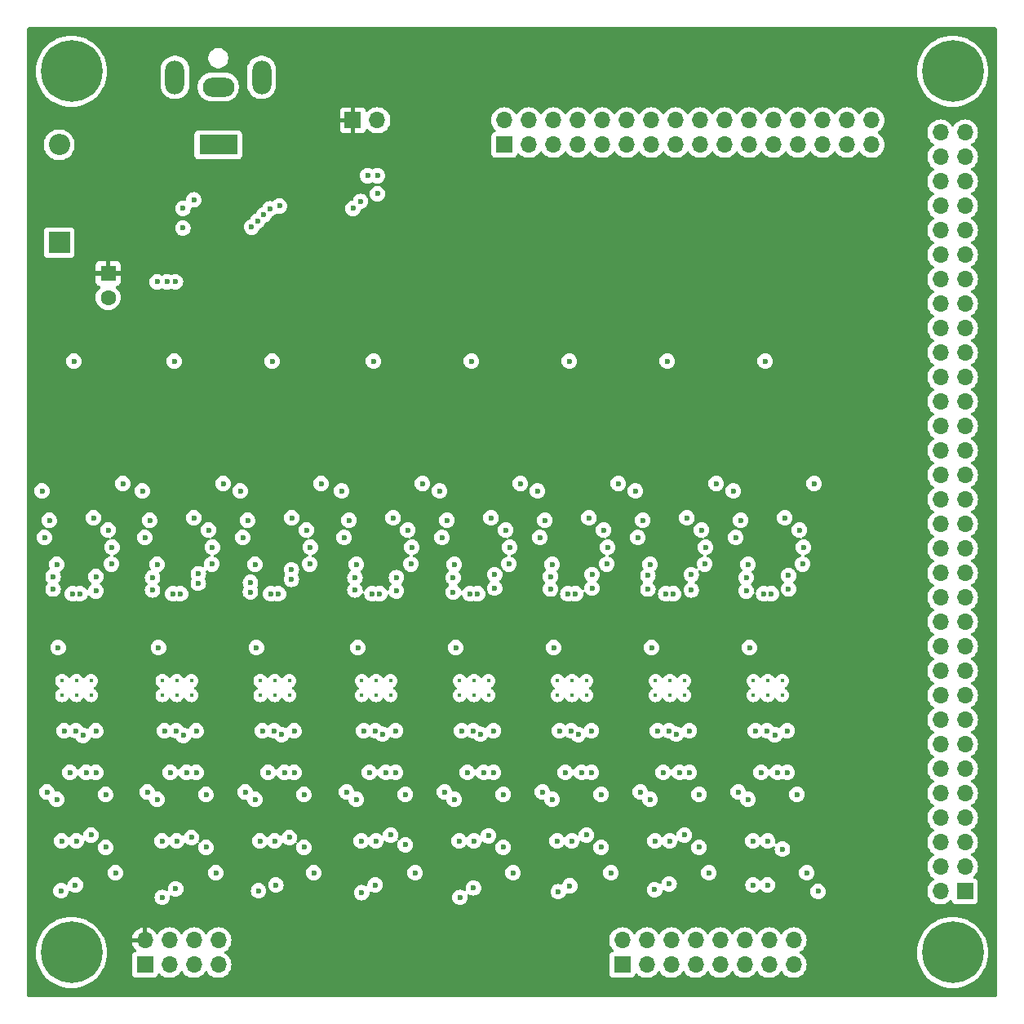
<source format=gbr>
%TF.GenerationSoftware,KiCad,Pcbnew,8.0.7-8.0.7-0~ubuntu22.04.1*%
%TF.CreationDate,2025-01-13T14:39:20-08:00*%
%TF.ProjectId,multichannelheaterdriver_frontend,6d756c74-6963-4686-916e-6e656c686561,rev?*%
%TF.SameCoordinates,Original*%
%TF.FileFunction,Copper,L2,Inr*%
%TF.FilePolarity,Positive*%
%FSLAX46Y46*%
G04 Gerber Fmt 4.6, Leading zero omitted, Abs format (unit mm)*
G04 Created by KiCad (PCBNEW 8.0.7-8.0.7-0~ubuntu22.04.1) date 2025-01-13 14:39:20*
%MOMM*%
%LPD*%
G01*
G04 APERTURE LIST*
%TA.AperFunction,ComponentPad*%
%ADD10R,1.700000X1.700000*%
%TD*%
%TA.AperFunction,ComponentPad*%
%ADD11O,1.700000X1.700000*%
%TD*%
%TA.AperFunction,ComponentPad*%
%ADD12C,0.440000*%
%TD*%
%TA.AperFunction,ComponentPad*%
%ADD13R,2.200000X2.200000*%
%TD*%
%TA.AperFunction,ComponentPad*%
%ADD14O,2.200000X2.200000*%
%TD*%
%TA.AperFunction,ComponentPad*%
%ADD15R,1.600000X1.600000*%
%TD*%
%TA.AperFunction,ComponentPad*%
%ADD16C,1.600000*%
%TD*%
%TA.AperFunction,ComponentPad*%
%ADD17R,4.000000X2.000000*%
%TD*%
%TA.AperFunction,ComponentPad*%
%ADD18O,3.300000X2.000000*%
%TD*%
%TA.AperFunction,ComponentPad*%
%ADD19O,2.000000X3.500000*%
%TD*%
%TA.AperFunction,ComponentPad*%
%ADD20C,6.400000*%
%TD*%
%TA.AperFunction,ViaPad*%
%ADD21C,0.600000*%
%TD*%
G04 APERTURE END LIST*
D10*
%TO.N,GNDA*%
%TO.C,J1*%
X97790000Y-90170000D03*
D11*
%TO.N,/ADC15*%
X95250000Y-90170000D03*
%TO.N,GNDA*%
X97790000Y-87630000D03*
%TO.N,/DAC15*%
X95250000Y-87630000D03*
%TO.N,GNDA*%
X97790000Y-85090000D03*
%TO.N,/ADC14*%
X95250000Y-85090000D03*
%TO.N,GNDA*%
X97790000Y-82550000D03*
%TO.N,/DAC14*%
X95250000Y-82550000D03*
%TO.N,GNDA*%
X97790000Y-80010000D03*
%TO.N,/ADC13*%
X95250000Y-80010000D03*
%TO.N,GNDA*%
X97790000Y-77470000D03*
%TO.N,/DAC13*%
X95250000Y-77470000D03*
%TO.N,GNDA*%
X97790000Y-74930000D03*
%TO.N,/ADC12*%
X95250000Y-74930000D03*
%TO.N,GNDA*%
X97790000Y-72390000D03*
%TO.N,/DAC12*%
X95250000Y-72390000D03*
%TO.N,GNDA*%
X97790000Y-69850000D03*
%TO.N,/ADC11*%
X95250000Y-69850000D03*
%TO.N,GNDA*%
X97790000Y-67310000D03*
%TO.N,/DAC11*%
X95250000Y-67310000D03*
%TO.N,GNDA*%
X97790000Y-64770000D03*
%TO.N,/ADC10*%
X95250000Y-64770000D03*
%TO.N,GNDA*%
X97790000Y-62230000D03*
%TO.N,/DAC10*%
X95250000Y-62230000D03*
%TO.N,GNDA*%
X97790000Y-59690000D03*
%TO.N,/ADC9*%
X95250000Y-59690000D03*
%TO.N,GNDA*%
X97790000Y-57150000D03*
%TO.N,/DAC9*%
X95250000Y-57150000D03*
%TO.N,GNDA*%
X97790000Y-54610000D03*
%TO.N,/ADC8*%
X95250000Y-54610000D03*
%TO.N,GNDA*%
X97790000Y-52070000D03*
%TO.N,/DAC8*%
X95250000Y-52070000D03*
%TO.N,GNDA*%
X97790000Y-49530000D03*
%TO.N,/ADC7*%
X95250000Y-49530000D03*
%TO.N,GNDA*%
X97790000Y-46990000D03*
%TO.N,/DAC7*%
X95250000Y-46990000D03*
%TO.N,GNDA*%
X97790000Y-44450000D03*
%TO.N,/ADC6*%
X95250000Y-44450000D03*
%TO.N,GNDA*%
X97790000Y-41910000D03*
%TO.N,/DAC6*%
X95250000Y-41910000D03*
%TO.N,GNDA*%
X97790000Y-39370000D03*
%TO.N,/ADC5*%
X95250000Y-39370000D03*
%TO.N,GNDA*%
X97790000Y-36830000D03*
%TO.N,/DAC5*%
X95250000Y-36830000D03*
%TO.N,GNDA*%
X97790000Y-34290000D03*
%TO.N,/ADC4*%
X95250000Y-34290000D03*
%TO.N,GNDA*%
X97790000Y-31750000D03*
%TO.N,/DAC4*%
X95250000Y-31750000D03*
%TO.N,GNDA*%
X97790000Y-29210000D03*
%TO.N,/ADC3*%
X95250000Y-29210000D03*
%TO.N,GNDA*%
X97790000Y-26670000D03*
%TO.N,/DAC3*%
X95250000Y-26670000D03*
%TO.N,GNDA*%
X97790000Y-24130000D03*
%TO.N,/ADC2*%
X95250000Y-24130000D03*
%TO.N,GNDA*%
X97790000Y-21590000D03*
%TO.N,/DAC2*%
X95250000Y-21590000D03*
%TO.N,GNDA*%
X97790000Y-19050000D03*
%TO.N,/ADC1*%
X95250000Y-19050000D03*
%TO.N,GNDA*%
X97790000Y-16510000D03*
%TO.N,/DAC1*%
X95250000Y-16510000D03*
%TO.N,GNDA*%
X97790000Y-13970000D03*
%TO.N,/ADC0*%
X95250000Y-13970000D03*
%TO.N,GNDA*%
X97790000Y-11430000D03*
%TO.N,/DAC0*%
X95250000Y-11430000D03*
%TD*%
D12*
%TO.N,GNDA*%
%TO.C,U9*%
X24686000Y-69820000D03*
X26186000Y-69820000D03*
X27686000Y-69820000D03*
X24686000Y-68320000D03*
X26186000Y-68320000D03*
X27686000Y-68320000D03*
%TD*%
D13*
%TO.N,Net-(D1-K)*%
%TO.C,D1*%
X3810000Y-22860000D03*
D14*
%TO.N,Net-(D1-A)*%
X3810000Y-12700000D03*
%TD*%
D15*
%TO.N,+24V*%
%TO.C,C3*%
X8890000Y-26035000D03*
D16*
%TO.N,GNDA*%
X8890000Y-28535000D03*
%TD*%
D10*
%TO.N,GNDA*%
%TO.C,J11*%
X12700000Y-97790000D03*
D11*
%TO.N,+24V*%
X12700000Y-95250000D03*
%TO.N,GNDA*%
X15240000Y-97790000D03*
%TO.N,unconnected-(J11-Pin_4-Pad4)*%
X15240000Y-95250000D03*
%TO.N,GNDA*%
X17780000Y-97790000D03*
%TO.N,unconnected-(J11-Pin_6-Pad6)*%
X17780000Y-95250000D03*
%TO.N,GNDA*%
X20320000Y-97790000D03*
%TO.N,unconnected-(J11-Pin_8-Pad8)*%
X20320000Y-95250000D03*
%TD*%
D17*
%TO.N,Net-(D1-A)*%
%TO.C,J12*%
X20320000Y-12700000D03*
D18*
%TO.N,GNDA*%
X20320000Y-6700000D03*
D19*
X24820000Y-5700000D03*
X15820000Y-5700000D03*
%TD*%
D12*
%TO.N,GNDA*%
%TO.C,U21*%
X65677000Y-69820000D03*
X67177000Y-69820000D03*
X68677000Y-69820000D03*
X65677000Y-68320000D03*
X67177000Y-68320000D03*
X68677000Y-68320000D03*
%TD*%
D10*
%TO.N,GNDA*%
%TO.C,J2*%
X62230000Y-97790000D03*
D11*
%TO.N,/SHDN0*%
X62230000Y-95250000D03*
%TO.N,GNDA*%
X64770000Y-97790000D03*
%TO.N,/SHDN1*%
X64770000Y-95250000D03*
%TO.N,GNDA*%
X67310000Y-97790000D03*
%TO.N,/SHDN2*%
X67310000Y-95250000D03*
%TO.N,GNDA*%
X69850000Y-97790000D03*
%TO.N,/SHDN3*%
X69850000Y-95250000D03*
%TO.N,GNDA*%
X72390000Y-97790000D03*
%TO.N,/SHDN4*%
X72390000Y-95250000D03*
%TO.N,GNDA*%
X74930000Y-97790000D03*
%TO.N,/SHDN5*%
X74930000Y-95250000D03*
%TO.N,GNDA*%
X77470000Y-97790000D03*
%TO.N,/SHDN6*%
X77470000Y-95250000D03*
%TO.N,GNDA*%
X80010000Y-97790000D03*
%TO.N,/SHDN7*%
X80010000Y-95250000D03*
%TD*%
D12*
%TO.N,GNDA*%
%TO.C,U15*%
X45357000Y-69820000D03*
X46857000Y-69820000D03*
X48357000Y-69820000D03*
X45357000Y-68320000D03*
X46857000Y-68320000D03*
X48357000Y-68320000D03*
%TD*%
D20*
%TO.N,GNDA*%
%TO.C,H1*%
X5080000Y-5080000D03*
%TD*%
D12*
%TO.N,GNDA*%
%TO.C,U18*%
X55517000Y-69820000D03*
X57017000Y-69820000D03*
X58517000Y-69820000D03*
X55517000Y-68320000D03*
X57017000Y-68320000D03*
X58517000Y-68320000D03*
%TD*%
D20*
%TO.N,GNDA*%
%TO.C,H2*%
X5080000Y-96520000D03*
%TD*%
D10*
%TO.N,+24V*%
%TO.C,J13*%
X34285000Y-10160000D03*
D11*
%TO.N,Net-(D2-K)*%
X36825000Y-10160000D03*
%TD*%
D10*
%TO.N,/V0*%
%TO.C,J10*%
X50000000Y-12700000D03*
D11*
%TO.N,GNDA*%
X50000000Y-10160000D03*
%TO.N,/V1*%
X52540000Y-12700000D03*
%TO.N,GNDA*%
X52540000Y-10160000D03*
%TO.N,/V2*%
X55080000Y-12700000D03*
%TO.N,GNDA*%
X55080000Y-10160000D03*
%TO.N,/V3*%
X57620000Y-12700000D03*
%TO.N,GNDA*%
X57620000Y-10160000D03*
%TO.N,/V4*%
X60160000Y-12700000D03*
%TO.N,GNDA*%
X60160000Y-10160000D03*
%TO.N,/V5*%
X62700000Y-12700000D03*
%TO.N,GNDA*%
X62700000Y-10160000D03*
%TO.N,/V6*%
X65240000Y-12700000D03*
%TO.N,GNDA*%
X65240000Y-10160000D03*
%TO.N,/V7*%
X67780000Y-12700000D03*
%TO.N,GNDA*%
X67780000Y-10160000D03*
%TO.N,/V8*%
X70320000Y-12700000D03*
%TO.N,GNDA*%
X70320000Y-10160000D03*
%TO.N,/V9*%
X72860000Y-12700000D03*
%TO.N,GNDA*%
X72860000Y-10160000D03*
%TO.N,/V10*%
X75400000Y-12700000D03*
%TO.N,GNDA*%
X75400000Y-10160000D03*
%TO.N,/V11*%
X77940000Y-12700000D03*
%TO.N,GNDA*%
X77940000Y-10160000D03*
%TO.N,/V12*%
X80480000Y-12700000D03*
%TO.N,GNDA*%
X80480000Y-10160000D03*
%TO.N,/V13*%
X83020000Y-12700000D03*
%TO.N,GNDA*%
X83020000Y-10160000D03*
%TO.N,/V14*%
X85560000Y-12700000D03*
%TO.N,GNDA*%
X85560000Y-10160000D03*
%TO.N,/V15*%
X88100000Y-12700000D03*
%TO.N,GNDA*%
X88100000Y-10160000D03*
%TD*%
D20*
%TO.N,GNDA*%
%TO.C,H4*%
X96520000Y-96520000D03*
%TD*%
D12*
%TO.N,GNDA*%
%TO.C,U12*%
X35197000Y-69820000D03*
X36697000Y-69820000D03*
X38197000Y-69820000D03*
X35197000Y-68320000D03*
X36697000Y-68320000D03*
X38197000Y-68320000D03*
%TD*%
%TO.N,GNDA*%
%TO.C,U24*%
X75837000Y-69820000D03*
X77337000Y-69820000D03*
X78837000Y-69820000D03*
X75837000Y-68320000D03*
X77337000Y-68320000D03*
X78837000Y-68320000D03*
%TD*%
%TO.N,GNDA*%
%TO.C,U3*%
X4112000Y-69820000D03*
X5612000Y-69820000D03*
X7112000Y-69820000D03*
X4112000Y-68320000D03*
X5612000Y-68320000D03*
X7112000Y-68320000D03*
%TD*%
%TO.N,GNDA*%
%TO.C,U6*%
X14526000Y-69820000D03*
X16026000Y-69820000D03*
X17526000Y-69820000D03*
X14526000Y-68320000D03*
X16026000Y-68320000D03*
X17526000Y-68320000D03*
%TD*%
D20*
%TO.N,GNDA*%
%TO.C,H3*%
X96520000Y-5080000D03*
%TD*%
D21*
%TO.N,/ADC15*%
X82550000Y-90170000D03*
%TO.N,/ADC14*%
X78859500Y-85777500D03*
%TO.N,/ADC13*%
X70201000Y-85598000D03*
%TO.N,/ADC12*%
X68677000Y-84328000D03*
%TO.N,/ADC11*%
X60041000Y-85598000D03*
%TO.N,/ADC10*%
X58517000Y-84328000D03*
%TO.N,/ADC9*%
X49881000Y-85598000D03*
%TO.N,/ADC7*%
X39721000Y-85344000D03*
%TO.N,/ADC6*%
X38197000Y-84328000D03*
%TO.N,/ADC4*%
X27686000Y-84582000D03*
%TO.N,/ADC5*%
X29210000Y-85598000D03*
%TO.N,/ADC2*%
X17526000Y-84582000D03*
%TO.N,/ADC3*%
X19050000Y-85598000D03*
%TO.N,GNDA*%
X46429286Y-59290658D03*
X29810000Y-56207294D03*
X26670000Y-19050000D03*
X25758286Y-59290658D03*
X59025000Y-77821000D03*
X25908000Y-35149000D03*
X47236714Y-59290658D03*
X80961000Y-56207294D03*
X65121000Y-80615000D03*
X36419000Y-35149000D03*
X77716714Y-59290658D03*
X79345000Y-77821000D03*
X35814000Y-15905000D03*
X5184286Y-59290658D03*
X7620000Y-73503000D03*
X50481000Y-56207294D03*
X3712000Y-64867000D03*
X55117000Y-64867000D03*
X5334000Y-35149000D03*
X20066000Y-88235000D03*
X58771000Y-51405000D03*
X56739000Y-35149000D03*
X69185000Y-77821000D03*
X25685000Y-19335000D03*
X65277000Y-64867000D03*
X48865000Y-77821000D03*
X15598286Y-59290658D03*
X16650000Y-19304000D03*
X79345000Y-73503000D03*
X30226000Y-88235000D03*
X16405714Y-59290658D03*
X3556000Y-56231000D03*
X3556000Y-80615000D03*
X59025000Y-73503000D03*
X60641000Y-56207294D03*
X41499000Y-47849000D03*
X44801000Y-80615000D03*
X19650000Y-56207294D03*
X43277000Y-48611000D03*
X81377000Y-88235000D03*
X18034000Y-73503000D03*
X77059000Y-35149000D03*
X5991714Y-59290658D03*
X38705000Y-77821000D03*
X24130000Y-80615000D03*
X15748000Y-35149000D03*
X20828000Y-47849000D03*
X68931000Y-51405000D03*
X13970000Y-80615000D03*
X9236000Y-56207294D03*
X51659000Y-47849000D03*
X34641000Y-80615000D03*
X10414000Y-47849000D03*
X71979000Y-47849000D03*
X54961000Y-56231000D03*
X25050000Y-19970000D03*
X40321000Y-56207294D03*
X27940000Y-51405000D03*
X56323000Y-77821000D03*
X28194000Y-77821000D03*
X61819000Y-47849000D03*
X36269286Y-59290658D03*
X33117000Y-48611000D03*
X26565714Y-59290658D03*
X30988000Y-47849000D03*
X44957000Y-64867000D03*
X17780000Y-51405000D03*
X2032000Y-48611000D03*
X23780000Y-21240000D03*
X65121000Y-56231000D03*
X71217000Y-88235000D03*
X24415000Y-20605000D03*
X12446000Y-48611000D03*
X79091000Y-51405000D03*
X36003000Y-77821000D03*
X46579000Y-35149000D03*
X36830000Y-15905000D03*
X44801000Y-56231000D03*
X67556714Y-59290658D03*
X53437000Y-48611000D03*
X63597000Y-48611000D03*
X56589286Y-59290658D03*
X50897000Y-88235000D03*
X76643000Y-77821000D03*
X48865000Y-73503000D03*
X40737000Y-88235000D03*
X34641000Y-56231000D03*
X34797000Y-64867000D03*
X76909286Y-59290658D03*
X66483000Y-77821000D03*
X61057000Y-88235000D03*
X66899000Y-35149000D03*
X48611000Y-51405000D03*
X13970000Y-26924000D03*
X13970000Y-56231000D03*
X15332000Y-77821000D03*
X16650000Y-21336000D03*
X24286000Y-64867000D03*
X22606000Y-48611000D03*
X25492000Y-77821000D03*
X7620000Y-77821000D03*
X82139000Y-47849000D03*
X9652000Y-88235000D03*
X38451000Y-51405000D03*
X73757000Y-48611000D03*
X69185000Y-73503000D03*
X75437000Y-64867000D03*
X17780000Y-18415000D03*
X14126000Y-64867000D03*
X14986000Y-26924000D03*
X7366000Y-51405000D03*
X70801000Y-56207294D03*
X24130000Y-56231000D03*
X37076714Y-59290658D03*
X46163000Y-77821000D03*
X54961000Y-80615000D03*
X57396714Y-59290658D03*
X4918000Y-77821000D03*
X38705000Y-73503000D03*
X28194000Y-73503000D03*
X75281000Y-56231000D03*
X18034000Y-77821000D03*
X66749286Y-59290658D03*
X75281000Y-80615000D03*
X15875000Y-26924000D03*
%TO.N,+24V*%
X61018500Y-44331500D03*
X28575000Y-13970000D03*
X66527000Y-63597000D03*
X30480000Y-12065000D03*
X31496000Y-19050000D03*
X40698500Y-44331500D03*
X71178500Y-44331500D03*
X37347000Y-63597000D03*
X77337000Y-64613000D03*
X16026000Y-64613000D03*
X67827000Y-63597000D03*
X81338500Y-44331500D03*
X33116500Y-18638500D03*
X56367000Y-63597000D03*
X36697000Y-64613000D03*
X57017000Y-64613000D03*
X77987000Y-63597000D03*
X76687000Y-63597000D03*
X26186000Y-64613000D03*
X26836000Y-63597000D03*
X31750000Y-10795000D03*
X47507000Y-63597000D03*
X25536000Y-63597000D03*
X32385000Y-10160000D03*
X50858500Y-44331500D03*
X46857000Y-64613000D03*
X20027500Y-44331500D03*
X29845000Y-12700000D03*
X31115000Y-11430000D03*
X5612000Y-64613000D03*
X16676000Y-63597000D03*
X30187500Y-44331500D03*
X9613500Y-44331500D03*
X15376000Y-63597000D03*
X6262000Y-63597000D03*
X67177000Y-64613000D03*
X57667000Y-63597000D03*
X4962000Y-63597000D03*
X29210000Y-13335000D03*
X46207000Y-63597000D03*
X29972000Y-19050000D03*
X36047000Y-63597000D03*
%TO.N,+5V*%
X70455000Y-52675000D03*
X8890000Y-52675000D03*
X78329000Y-77821000D03*
X17018000Y-77821000D03*
X47849000Y-77821000D03*
X19304000Y-52675000D03*
X13208000Y-51659000D03*
X44039000Y-51659000D03*
X34290000Y-19304000D03*
X27178000Y-77821000D03*
X6604000Y-77821000D03*
X74519000Y-51659000D03*
X58009000Y-77821000D03*
X50135000Y-52675000D03*
X54199000Y-51659000D03*
X80615000Y-52675000D03*
X60295000Y-52675000D03*
X37689000Y-77821000D03*
X29464000Y-52675000D03*
X68169000Y-77821000D03*
X35082500Y-18572500D03*
X23368000Y-51659000D03*
X39975000Y-52675000D03*
X36830000Y-17780000D03*
X2794000Y-51659000D03*
X33879000Y-51659000D03*
X64359000Y-51659000D03*
%TO.N,Net-(U3-IN1+)*%
X4318000Y-73503000D03*
X4064000Y-84933000D03*
%TO.N,Net-(U3-IN2+)*%
X5588000Y-84933000D03*
X5562000Y-73503000D03*
%TO.N,/ADC1*%
X8636000Y-85598000D03*
%TO.N,/ADC0*%
X7112000Y-84328000D03*
%TO.N,Net-(U6-IN1+)*%
X14732000Y-73503000D03*
X14478000Y-84933000D03*
%TO.N,Net-(U6-IN2+)*%
X16002000Y-84933000D03*
X15976000Y-73503000D03*
%TO.N,Net-(U9-IN1+)*%
X24892000Y-73503000D03*
X24638000Y-84933000D03*
%TO.N,Net-(U9-IN2+)*%
X26136000Y-73503000D03*
X26162000Y-84933000D03*
%TO.N,Net-(U12-IN1+)*%
X35403000Y-73503000D03*
X35149000Y-84933000D03*
%TO.N,Net-(U12-IN2+)*%
X36647000Y-73503000D03*
X36673000Y-84933000D03*
%TO.N,Net-(U15-IN1+)*%
X45309000Y-84933000D03*
X45563000Y-73503000D03*
%TO.N,Net-(U15-IN2+)*%
X46807000Y-73503000D03*
X46833000Y-84933000D03*
%TO.N,/ADC8*%
X48357000Y-84400000D03*
%TO.N,Net-(U18-IN1+)*%
X55469000Y-84933000D03*
X55723000Y-73503000D03*
%TO.N,Net-(U18-IN2+)*%
X56967000Y-73503000D03*
X56993000Y-84933000D03*
%TO.N,Net-(U21-IN1+)*%
X65629000Y-84933000D03*
X65883000Y-73503000D03*
%TO.N,Net-(U21-IN2+)*%
X67153000Y-84933000D03*
X67127000Y-73503000D03*
%TO.N,Net-(U24-IN1+)*%
X75789000Y-84933000D03*
X76043000Y-73503000D03*
%TO.N,Net-(U24-IN2+)*%
X77287000Y-73503000D03*
X77313000Y-84933000D03*
%TO.N,/DAC11*%
X55600000Y-90200000D03*
%TO.N,/DAC2*%
X15900000Y-89900000D03*
%TO.N,/DAC1*%
X4000000Y-90100000D03*
%TO.N,/DAC14*%
X77300000Y-89500000D03*
%TO.N,/DAC6*%
X36600000Y-89500000D03*
%TO.N,/DAC5*%
X24500000Y-90100000D03*
%TO.N,/DAC7*%
X35200000Y-90300000D03*
%TO.N,/DAC9*%
X45400000Y-90800000D03*
%TO.N,/DAC10*%
X56800000Y-89600000D03*
%TO.N,/DAC3*%
X14500000Y-90800000D03*
%TO.N,/DAC15*%
X75800000Y-89500000D03*
%TO.N,/DAC0*%
X5500000Y-89500000D03*
%TO.N,/DAC4*%
X26300000Y-89500000D03*
%TO.N,/DAC8*%
X46800000Y-89800000D03*
%TO.N,/DAC12*%
X67100000Y-89400000D03*
%TO.N,/DAC13*%
X65600000Y-90000000D03*
%TO.N,/V2*%
X13500000Y-58900000D03*
X13500000Y-57600000D03*
%TO.N,/V11*%
X59100000Y-58700000D03*
X59100000Y-57300000D03*
%TO.N,/V5*%
X27905000Y-57800000D03*
X27905000Y-56800000D03*
%TO.N,/V3*%
X18250000Y-58200000D03*
X18250000Y-57200000D03*
%TO.N,/V13*%
X69401000Y-57300000D03*
X69401000Y-58900000D03*
%TO.N,/V9*%
X49000000Y-57300000D03*
X49000000Y-58700000D03*
%TO.N,/V10*%
X54800000Y-58800000D03*
X54800000Y-57500000D03*
%TO.N,/V4*%
X23660000Y-59100000D03*
X23660000Y-58100000D03*
%TO.N,/V0*%
X3175000Y-57500000D03*
X3175000Y-58800000D03*
%TO.N,/V1*%
X7620000Y-59000000D03*
X7620000Y-57500000D03*
%TO.N,/V12*%
X64900000Y-57400000D03*
X64900000Y-58800000D03*
%TO.N,/V7*%
X38800000Y-57600000D03*
X38800000Y-59000000D03*
%TO.N,/V14*%
X75100000Y-57600000D03*
X75100000Y-59000000D03*
%TO.N,/V6*%
X34500000Y-58900000D03*
X34500000Y-57600000D03*
%TO.N,/V15*%
X79500000Y-57400000D03*
X79500000Y-58800000D03*
%TO.N,/V8*%
X44700000Y-57600000D03*
X44700000Y-59100000D03*
%TO.N,Net-(U2-OUT1)*%
X2540000Y-79853000D03*
X2286000Y-53437000D03*
%TO.N,Net-(U2-OUT2)*%
X9305151Y-54453001D03*
X8636000Y-80107000D03*
%TO.N,Net-(U5-OUT1)*%
X12954000Y-79853000D03*
X12700000Y-53437000D03*
%TO.N,Net-(U5-OUT2)*%
X19719151Y-54453001D03*
X19050000Y-80107000D03*
%TO.N,Net-(U8-OUT1)*%
X22860000Y-53437000D03*
X23114000Y-79853000D03*
%TO.N,Net-(U8-OUT2)*%
X29879151Y-54453001D03*
X29210000Y-80107000D03*
%TO.N,Net-(U11-OUT1)*%
X33625000Y-79853000D03*
X33371000Y-53437000D03*
%TO.N,Net-(U11-OUT2)*%
X40390151Y-54453001D03*
X39721000Y-80107000D03*
%TO.N,Net-(U14-OUT1)*%
X43531000Y-53437000D03*
X43785000Y-79853000D03*
%TO.N,Net-(U14-OUT2)*%
X49881000Y-80107000D03*
X50550151Y-54453001D03*
%TO.N,Net-(U17-OUT1)*%
X53691000Y-53437000D03*
X53945000Y-79853000D03*
%TO.N,Net-(U17-OUT2)*%
X60710151Y-54453001D03*
X60041000Y-80107000D03*
%TO.N,Net-(U20-OUT1)*%
X63851000Y-53437000D03*
X64105000Y-79853000D03*
%TO.N,Net-(U20-OUT2)*%
X70201000Y-80107000D03*
X70870151Y-54453001D03*
%TO.N,Net-(U23-OUT1)*%
X74265000Y-79853000D03*
X74011000Y-53437000D03*
%TO.N,Net-(U23-OUT2)*%
X80361000Y-80107000D03*
X81030151Y-54453001D03*
%TO.N,/SHDN6*%
X67843110Y-73859638D03*
%TO.N,/SHDN3*%
X37363110Y-73859638D03*
%TO.N,/SHDN5*%
X57665833Y-73892406D03*
%TO.N,/SHDN7*%
X78071735Y-73928265D03*
%TO.N,/SHDN2*%
X26896235Y-73903765D03*
%TO.N,/SHDN1*%
X16700000Y-74000000D03*
%TO.N,/SHDN4*%
X47522303Y-73861255D03*
%TO.N,/SHDN0*%
X6300000Y-74000000D03*
%TD*%
%TA.AperFunction,Conductor*%
%TO.N,+24V*%
G36*
X101042539Y-520185D02*
G01*
X101088294Y-572989D01*
X101099500Y-624500D01*
X101099500Y-100975500D01*
X101079815Y-101042539D01*
X101027011Y-101088294D01*
X100975500Y-101099500D01*
X624500Y-101099500D01*
X557461Y-101079815D01*
X511706Y-101027011D01*
X500500Y-100975500D01*
X500500Y-96519999D01*
X1374422Y-96519999D01*
X1374422Y-96520000D01*
X1394722Y-96907339D01*
X1433944Y-97154977D01*
X1455398Y-97290433D01*
X1526177Y-97554586D01*
X1555788Y-97665094D01*
X1694787Y-98027197D01*
X1870877Y-98372793D01*
X2082122Y-98698082D01*
X2124907Y-98750917D01*
X2326219Y-98999516D01*
X2600484Y-99273781D01*
X2600488Y-99273784D01*
X2901917Y-99517877D01*
X3227206Y-99729122D01*
X3227211Y-99729125D01*
X3572806Y-99905214D01*
X3934913Y-100044214D01*
X4309567Y-100144602D01*
X4692662Y-100205278D01*
X5058576Y-100224455D01*
X5079999Y-100225578D01*
X5080000Y-100225578D01*
X5080001Y-100225578D01*
X5100301Y-100224514D01*
X5467338Y-100205278D01*
X5850433Y-100144602D01*
X6225087Y-100044214D01*
X6587194Y-99905214D01*
X6932789Y-99729125D01*
X7258084Y-99517876D01*
X7559516Y-99273781D01*
X7833781Y-98999516D01*
X8077876Y-98698084D01*
X8289125Y-98372789D01*
X8465214Y-98027194D01*
X8604214Y-97665087D01*
X8704602Y-97290433D01*
X8765278Y-96907338D01*
X8766075Y-96892135D01*
X11349500Y-96892135D01*
X11349500Y-98687870D01*
X11349501Y-98687876D01*
X11355908Y-98747483D01*
X11406202Y-98882328D01*
X11406206Y-98882335D01*
X11492452Y-98997544D01*
X11492455Y-98997547D01*
X11607664Y-99083793D01*
X11607671Y-99083797D01*
X11742517Y-99134091D01*
X11742516Y-99134091D01*
X11749444Y-99134835D01*
X11802127Y-99140500D01*
X13597872Y-99140499D01*
X13657483Y-99134091D01*
X13792331Y-99083796D01*
X13907546Y-98997546D01*
X13993796Y-98882331D01*
X14042810Y-98750916D01*
X14084681Y-98694984D01*
X14150145Y-98670566D01*
X14218418Y-98685417D01*
X14246673Y-98706569D01*
X14368599Y-98828495D01*
X14465384Y-98896265D01*
X14562165Y-98964032D01*
X14562167Y-98964033D01*
X14562170Y-98964035D01*
X14776337Y-99063903D01*
X15004592Y-99125063D01*
X15181034Y-99140500D01*
X15239999Y-99145659D01*
X15240000Y-99145659D01*
X15240001Y-99145659D01*
X15298966Y-99140500D01*
X15475408Y-99125063D01*
X15703663Y-99063903D01*
X15917830Y-98964035D01*
X16111401Y-98828495D01*
X16278495Y-98661401D01*
X16408425Y-98475842D01*
X16463002Y-98432217D01*
X16532500Y-98425023D01*
X16594855Y-98456546D01*
X16611575Y-98475842D01*
X16741500Y-98661395D01*
X16741505Y-98661401D01*
X16908599Y-98828495D01*
X17005384Y-98896265D01*
X17102165Y-98964032D01*
X17102167Y-98964033D01*
X17102170Y-98964035D01*
X17316337Y-99063903D01*
X17544592Y-99125063D01*
X17721034Y-99140500D01*
X17779999Y-99145659D01*
X17780000Y-99145659D01*
X17780001Y-99145659D01*
X17838966Y-99140500D01*
X18015408Y-99125063D01*
X18243663Y-99063903D01*
X18457830Y-98964035D01*
X18651401Y-98828495D01*
X18818495Y-98661401D01*
X18948425Y-98475842D01*
X19003002Y-98432217D01*
X19072500Y-98425023D01*
X19134855Y-98456546D01*
X19151575Y-98475842D01*
X19281500Y-98661395D01*
X19281505Y-98661401D01*
X19448599Y-98828495D01*
X19545384Y-98896265D01*
X19642165Y-98964032D01*
X19642167Y-98964033D01*
X19642170Y-98964035D01*
X19856337Y-99063903D01*
X20084592Y-99125063D01*
X20261034Y-99140500D01*
X20319999Y-99145659D01*
X20320000Y-99145659D01*
X20320001Y-99145659D01*
X20378966Y-99140500D01*
X20555408Y-99125063D01*
X20783663Y-99063903D01*
X20997830Y-98964035D01*
X21191401Y-98828495D01*
X21358495Y-98661401D01*
X21494035Y-98467830D01*
X21593903Y-98253663D01*
X21655063Y-98025408D01*
X21675659Y-97790000D01*
X21655063Y-97554592D01*
X21593903Y-97326337D01*
X21494035Y-97112171D01*
X21488425Y-97104158D01*
X21358494Y-96918597D01*
X21191402Y-96751506D01*
X21191396Y-96751501D01*
X21005842Y-96621575D01*
X20962217Y-96566998D01*
X20955023Y-96497500D01*
X20986546Y-96435145D01*
X21005842Y-96418425D01*
X21068800Y-96374341D01*
X21191401Y-96288495D01*
X21358495Y-96121401D01*
X21494035Y-95927830D01*
X21593903Y-95713663D01*
X21655063Y-95485408D01*
X21675659Y-95250000D01*
X21675659Y-95249999D01*
X60874341Y-95249999D01*
X60874341Y-95250000D01*
X60894936Y-95485403D01*
X60894938Y-95485413D01*
X60956094Y-95713655D01*
X60956096Y-95713659D01*
X60956097Y-95713663D01*
X61035801Y-95884588D01*
X61055965Y-95927830D01*
X61055967Y-95927834D01*
X61164281Y-96082521D01*
X61191504Y-96121400D01*
X61191506Y-96121402D01*
X61313430Y-96243326D01*
X61346915Y-96304649D01*
X61341931Y-96374341D01*
X61300059Y-96430274D01*
X61269083Y-96447189D01*
X61137669Y-96496203D01*
X61137664Y-96496206D01*
X61022455Y-96582452D01*
X61022452Y-96582455D01*
X60936206Y-96697664D01*
X60936202Y-96697671D01*
X60885908Y-96832517D01*
X60879501Y-96892116D01*
X60879500Y-96892135D01*
X60879500Y-98687870D01*
X60879501Y-98687876D01*
X60885908Y-98747483D01*
X60936202Y-98882328D01*
X60936206Y-98882335D01*
X61022452Y-98997544D01*
X61022455Y-98997547D01*
X61137664Y-99083793D01*
X61137671Y-99083797D01*
X61272517Y-99134091D01*
X61272516Y-99134091D01*
X61279444Y-99134835D01*
X61332127Y-99140500D01*
X63127872Y-99140499D01*
X63187483Y-99134091D01*
X63322331Y-99083796D01*
X63437546Y-98997546D01*
X63523796Y-98882331D01*
X63572810Y-98750916D01*
X63614681Y-98694984D01*
X63680145Y-98670566D01*
X63748418Y-98685417D01*
X63776673Y-98706569D01*
X63898599Y-98828495D01*
X63995384Y-98896265D01*
X64092165Y-98964032D01*
X64092167Y-98964033D01*
X64092170Y-98964035D01*
X64306337Y-99063903D01*
X64534592Y-99125063D01*
X64711034Y-99140500D01*
X64769999Y-99145659D01*
X64770000Y-99145659D01*
X64770001Y-99145659D01*
X64828966Y-99140500D01*
X65005408Y-99125063D01*
X65233663Y-99063903D01*
X65447830Y-98964035D01*
X65641401Y-98828495D01*
X65808495Y-98661401D01*
X65938425Y-98475842D01*
X65993002Y-98432217D01*
X66062500Y-98425023D01*
X66124855Y-98456546D01*
X66141575Y-98475842D01*
X66271500Y-98661395D01*
X66271505Y-98661401D01*
X66438599Y-98828495D01*
X66535384Y-98896265D01*
X66632165Y-98964032D01*
X66632167Y-98964033D01*
X66632170Y-98964035D01*
X66846337Y-99063903D01*
X67074592Y-99125063D01*
X67251034Y-99140500D01*
X67309999Y-99145659D01*
X67310000Y-99145659D01*
X67310001Y-99145659D01*
X67368966Y-99140500D01*
X67545408Y-99125063D01*
X67773663Y-99063903D01*
X67987830Y-98964035D01*
X68181401Y-98828495D01*
X68348495Y-98661401D01*
X68478425Y-98475842D01*
X68533002Y-98432217D01*
X68602500Y-98425023D01*
X68664855Y-98456546D01*
X68681575Y-98475842D01*
X68811500Y-98661395D01*
X68811505Y-98661401D01*
X68978599Y-98828495D01*
X69075384Y-98896265D01*
X69172165Y-98964032D01*
X69172167Y-98964033D01*
X69172170Y-98964035D01*
X69386337Y-99063903D01*
X69614592Y-99125063D01*
X69791034Y-99140500D01*
X69849999Y-99145659D01*
X69850000Y-99145659D01*
X69850001Y-99145659D01*
X69908966Y-99140500D01*
X70085408Y-99125063D01*
X70313663Y-99063903D01*
X70527830Y-98964035D01*
X70721401Y-98828495D01*
X70888495Y-98661401D01*
X71018425Y-98475842D01*
X71073002Y-98432217D01*
X71142500Y-98425023D01*
X71204855Y-98456546D01*
X71221575Y-98475842D01*
X71351500Y-98661395D01*
X71351505Y-98661401D01*
X71518599Y-98828495D01*
X71615384Y-98896265D01*
X71712165Y-98964032D01*
X71712167Y-98964033D01*
X71712170Y-98964035D01*
X71926337Y-99063903D01*
X72154592Y-99125063D01*
X72331034Y-99140500D01*
X72389999Y-99145659D01*
X72390000Y-99145659D01*
X72390001Y-99145659D01*
X72448966Y-99140500D01*
X72625408Y-99125063D01*
X72853663Y-99063903D01*
X73067830Y-98964035D01*
X73261401Y-98828495D01*
X73428495Y-98661401D01*
X73558425Y-98475842D01*
X73613002Y-98432217D01*
X73682500Y-98425023D01*
X73744855Y-98456546D01*
X73761575Y-98475842D01*
X73891500Y-98661395D01*
X73891505Y-98661401D01*
X74058599Y-98828495D01*
X74155384Y-98896265D01*
X74252165Y-98964032D01*
X74252167Y-98964033D01*
X74252170Y-98964035D01*
X74466337Y-99063903D01*
X74694592Y-99125063D01*
X74871034Y-99140500D01*
X74929999Y-99145659D01*
X74930000Y-99145659D01*
X74930001Y-99145659D01*
X74988966Y-99140500D01*
X75165408Y-99125063D01*
X75393663Y-99063903D01*
X75607830Y-98964035D01*
X75801401Y-98828495D01*
X75968495Y-98661401D01*
X76098425Y-98475842D01*
X76153002Y-98432217D01*
X76222500Y-98425023D01*
X76284855Y-98456546D01*
X76301575Y-98475842D01*
X76431500Y-98661395D01*
X76431505Y-98661401D01*
X76598599Y-98828495D01*
X76695384Y-98896265D01*
X76792165Y-98964032D01*
X76792167Y-98964033D01*
X76792170Y-98964035D01*
X77006337Y-99063903D01*
X77234592Y-99125063D01*
X77411034Y-99140500D01*
X77469999Y-99145659D01*
X77470000Y-99145659D01*
X77470001Y-99145659D01*
X77528966Y-99140500D01*
X77705408Y-99125063D01*
X77933663Y-99063903D01*
X78147830Y-98964035D01*
X78341401Y-98828495D01*
X78508495Y-98661401D01*
X78638425Y-98475842D01*
X78693002Y-98432217D01*
X78762500Y-98425023D01*
X78824855Y-98456546D01*
X78841575Y-98475842D01*
X78971500Y-98661395D01*
X78971505Y-98661401D01*
X79138599Y-98828495D01*
X79235384Y-98896265D01*
X79332165Y-98964032D01*
X79332167Y-98964033D01*
X79332170Y-98964035D01*
X79546337Y-99063903D01*
X79774592Y-99125063D01*
X79951034Y-99140500D01*
X80009999Y-99145659D01*
X80010000Y-99145659D01*
X80010001Y-99145659D01*
X80068966Y-99140500D01*
X80245408Y-99125063D01*
X80473663Y-99063903D01*
X80687830Y-98964035D01*
X80881401Y-98828495D01*
X81048495Y-98661401D01*
X81184035Y-98467830D01*
X81283903Y-98253663D01*
X81345063Y-98025408D01*
X81365659Y-97790000D01*
X81345063Y-97554592D01*
X81283903Y-97326337D01*
X81184035Y-97112171D01*
X81178425Y-97104158D01*
X81048494Y-96918597D01*
X80881402Y-96751506D01*
X80881396Y-96751501D01*
X80695842Y-96621575D01*
X80652217Y-96566998D01*
X80647352Y-96519999D01*
X92814422Y-96519999D01*
X92814422Y-96520000D01*
X92834722Y-96907339D01*
X92873944Y-97154977D01*
X92895398Y-97290433D01*
X92966177Y-97554586D01*
X92995788Y-97665094D01*
X93134787Y-98027197D01*
X93310877Y-98372793D01*
X93522122Y-98698082D01*
X93564907Y-98750917D01*
X93766219Y-98999516D01*
X94040484Y-99273781D01*
X94040488Y-99273784D01*
X94341917Y-99517877D01*
X94667206Y-99729122D01*
X94667211Y-99729125D01*
X95012806Y-99905214D01*
X95374913Y-100044214D01*
X95749567Y-100144602D01*
X96132662Y-100205278D01*
X96498576Y-100224455D01*
X96519999Y-100225578D01*
X96520000Y-100225578D01*
X96520001Y-100225578D01*
X96540301Y-100224514D01*
X96907338Y-100205278D01*
X97290433Y-100144602D01*
X97665087Y-100044214D01*
X98027194Y-99905214D01*
X98372789Y-99729125D01*
X98698084Y-99517876D01*
X98999516Y-99273781D01*
X99273781Y-98999516D01*
X99517876Y-98698084D01*
X99729125Y-98372789D01*
X99905214Y-98027194D01*
X100044214Y-97665087D01*
X100144602Y-97290433D01*
X100205278Y-96907338D01*
X100225578Y-96520000D01*
X100205278Y-96132662D01*
X100144602Y-95749567D01*
X100044214Y-95374913D01*
X99905214Y-95012806D01*
X99729125Y-94667211D01*
X99729122Y-94667206D01*
X99517877Y-94341917D01*
X99302864Y-94076399D01*
X99273781Y-94040484D01*
X98999516Y-93766219D01*
X98698084Y-93522124D01*
X98698082Y-93522122D01*
X98372793Y-93310877D01*
X98027197Y-93134787D01*
X97665094Y-92995788D01*
X97665087Y-92995786D01*
X97290433Y-92895398D01*
X97290429Y-92895397D01*
X97290428Y-92895397D01*
X96907339Y-92834722D01*
X96520001Y-92814422D01*
X96519999Y-92814422D01*
X96132660Y-92834722D01*
X95749572Y-92895397D01*
X95749570Y-92895397D01*
X95374905Y-92995788D01*
X95012802Y-93134787D01*
X94667206Y-93310877D01*
X94341917Y-93522122D01*
X94040488Y-93766215D01*
X94040480Y-93766222D01*
X93766222Y-94040480D01*
X93766215Y-94040488D01*
X93522122Y-94341917D01*
X93310877Y-94667206D01*
X93134787Y-95012802D01*
X92995788Y-95374905D01*
X92895397Y-95749570D01*
X92895397Y-95749572D01*
X92834722Y-96132660D01*
X92814422Y-96519999D01*
X80647352Y-96519999D01*
X80645023Y-96497500D01*
X80676546Y-96435145D01*
X80695842Y-96418425D01*
X80758800Y-96374341D01*
X80881401Y-96288495D01*
X81048495Y-96121401D01*
X81184035Y-95927830D01*
X81283903Y-95713663D01*
X81345063Y-95485408D01*
X81365659Y-95250000D01*
X81345063Y-95014592D01*
X81283903Y-94786337D01*
X81184035Y-94572171D01*
X81178731Y-94564595D01*
X81048494Y-94378597D01*
X80881402Y-94211506D01*
X80881395Y-94211501D01*
X80687834Y-94075967D01*
X80687830Y-94075965D01*
X80687828Y-94075964D01*
X80473663Y-93976097D01*
X80473659Y-93976096D01*
X80473655Y-93976094D01*
X80245413Y-93914938D01*
X80245403Y-93914936D01*
X80010001Y-93894341D01*
X80009999Y-93894341D01*
X79774596Y-93914936D01*
X79774586Y-93914938D01*
X79546344Y-93976094D01*
X79546335Y-93976098D01*
X79332171Y-94075964D01*
X79332169Y-94075965D01*
X79138597Y-94211505D01*
X78971505Y-94378597D01*
X78841575Y-94564158D01*
X78786998Y-94607783D01*
X78717500Y-94614977D01*
X78655145Y-94583454D01*
X78638425Y-94564158D01*
X78508494Y-94378597D01*
X78341402Y-94211506D01*
X78341395Y-94211501D01*
X78147834Y-94075967D01*
X78147830Y-94075965D01*
X78147828Y-94075964D01*
X77933663Y-93976097D01*
X77933659Y-93976096D01*
X77933655Y-93976094D01*
X77705413Y-93914938D01*
X77705403Y-93914936D01*
X77470001Y-93894341D01*
X77469999Y-93894341D01*
X77234596Y-93914936D01*
X77234586Y-93914938D01*
X77006344Y-93976094D01*
X77006335Y-93976098D01*
X76792171Y-94075964D01*
X76792169Y-94075965D01*
X76598597Y-94211505D01*
X76431505Y-94378597D01*
X76301575Y-94564158D01*
X76246998Y-94607783D01*
X76177500Y-94614977D01*
X76115145Y-94583454D01*
X76098425Y-94564158D01*
X75968494Y-94378597D01*
X75801402Y-94211506D01*
X75801395Y-94211501D01*
X75607834Y-94075967D01*
X75607830Y-94075965D01*
X75607828Y-94075964D01*
X75393663Y-93976097D01*
X75393659Y-93976096D01*
X75393655Y-93976094D01*
X75165413Y-93914938D01*
X75165403Y-93914936D01*
X74930001Y-93894341D01*
X74929999Y-93894341D01*
X74694596Y-93914936D01*
X74694586Y-93914938D01*
X74466344Y-93976094D01*
X74466335Y-93976098D01*
X74252171Y-94075964D01*
X74252169Y-94075965D01*
X74058597Y-94211505D01*
X73891505Y-94378597D01*
X73761575Y-94564158D01*
X73706998Y-94607783D01*
X73637500Y-94614977D01*
X73575145Y-94583454D01*
X73558425Y-94564158D01*
X73428494Y-94378597D01*
X73261402Y-94211506D01*
X73261395Y-94211501D01*
X73067834Y-94075967D01*
X73067830Y-94075965D01*
X73067828Y-94075964D01*
X72853663Y-93976097D01*
X72853659Y-93976096D01*
X72853655Y-93976094D01*
X72625413Y-93914938D01*
X72625403Y-93914936D01*
X72390001Y-93894341D01*
X72389999Y-93894341D01*
X72154596Y-93914936D01*
X72154586Y-93914938D01*
X71926344Y-93976094D01*
X71926335Y-93976098D01*
X71712171Y-94075964D01*
X71712169Y-94075965D01*
X71518597Y-94211505D01*
X71351505Y-94378597D01*
X71221575Y-94564158D01*
X71166998Y-94607783D01*
X71097500Y-94614977D01*
X71035145Y-94583454D01*
X71018425Y-94564158D01*
X70888494Y-94378597D01*
X70721402Y-94211506D01*
X70721395Y-94211501D01*
X70527834Y-94075967D01*
X70527830Y-94075965D01*
X70527828Y-94075964D01*
X70313663Y-93976097D01*
X70313659Y-93976096D01*
X70313655Y-93976094D01*
X70085413Y-93914938D01*
X70085403Y-93914936D01*
X69850001Y-93894341D01*
X69849999Y-93894341D01*
X69614596Y-93914936D01*
X69614586Y-93914938D01*
X69386344Y-93976094D01*
X69386335Y-93976098D01*
X69172171Y-94075964D01*
X69172169Y-94075965D01*
X68978597Y-94211505D01*
X68811505Y-94378597D01*
X68681575Y-94564158D01*
X68626998Y-94607783D01*
X68557500Y-94614977D01*
X68495145Y-94583454D01*
X68478425Y-94564158D01*
X68348494Y-94378597D01*
X68181402Y-94211506D01*
X68181395Y-94211501D01*
X67987834Y-94075967D01*
X67987830Y-94075965D01*
X67987828Y-94075964D01*
X67773663Y-93976097D01*
X67773659Y-93976096D01*
X67773655Y-93976094D01*
X67545413Y-93914938D01*
X67545403Y-93914936D01*
X67310001Y-93894341D01*
X67309999Y-93894341D01*
X67074596Y-93914936D01*
X67074586Y-93914938D01*
X66846344Y-93976094D01*
X66846335Y-93976098D01*
X66632171Y-94075964D01*
X66632169Y-94075965D01*
X66438597Y-94211505D01*
X66271505Y-94378597D01*
X66141575Y-94564158D01*
X66086998Y-94607783D01*
X66017500Y-94614977D01*
X65955145Y-94583454D01*
X65938425Y-94564158D01*
X65808494Y-94378597D01*
X65641402Y-94211506D01*
X65641395Y-94211501D01*
X65447834Y-94075967D01*
X65447830Y-94075965D01*
X65447828Y-94075964D01*
X65233663Y-93976097D01*
X65233659Y-93976096D01*
X65233655Y-93976094D01*
X65005413Y-93914938D01*
X65005403Y-93914936D01*
X64770001Y-93894341D01*
X64769999Y-93894341D01*
X64534596Y-93914936D01*
X64534586Y-93914938D01*
X64306344Y-93976094D01*
X64306335Y-93976098D01*
X64092171Y-94075964D01*
X64092169Y-94075965D01*
X63898597Y-94211505D01*
X63731505Y-94378597D01*
X63601575Y-94564158D01*
X63546998Y-94607783D01*
X63477500Y-94614977D01*
X63415145Y-94583454D01*
X63398425Y-94564158D01*
X63268494Y-94378597D01*
X63101402Y-94211506D01*
X63101395Y-94211501D01*
X62907834Y-94075967D01*
X62907830Y-94075965D01*
X62907828Y-94075964D01*
X62693663Y-93976097D01*
X62693659Y-93976096D01*
X62693655Y-93976094D01*
X62465413Y-93914938D01*
X62465403Y-93914936D01*
X62230001Y-93894341D01*
X62229999Y-93894341D01*
X61994596Y-93914936D01*
X61994586Y-93914938D01*
X61766344Y-93976094D01*
X61766335Y-93976098D01*
X61552171Y-94075964D01*
X61552169Y-94075965D01*
X61358597Y-94211505D01*
X61191505Y-94378597D01*
X61055965Y-94572169D01*
X61055964Y-94572171D01*
X60956098Y-94786335D01*
X60956094Y-94786344D01*
X60894938Y-95014586D01*
X60894936Y-95014596D01*
X60874341Y-95249999D01*
X21675659Y-95249999D01*
X21655063Y-95014592D01*
X21593903Y-94786337D01*
X21494035Y-94572171D01*
X21488731Y-94564595D01*
X21358494Y-94378597D01*
X21191402Y-94211506D01*
X21191395Y-94211501D01*
X20997834Y-94075967D01*
X20997830Y-94075965D01*
X20997828Y-94075964D01*
X20783663Y-93976097D01*
X20783659Y-93976096D01*
X20783655Y-93976094D01*
X20555413Y-93914938D01*
X20555403Y-93914936D01*
X20320001Y-93894341D01*
X20319999Y-93894341D01*
X20084596Y-93914936D01*
X20084586Y-93914938D01*
X19856344Y-93976094D01*
X19856335Y-93976098D01*
X19642171Y-94075964D01*
X19642169Y-94075965D01*
X19448597Y-94211505D01*
X19281505Y-94378597D01*
X19151575Y-94564158D01*
X19096998Y-94607783D01*
X19027500Y-94614977D01*
X18965145Y-94583454D01*
X18948425Y-94564158D01*
X18818494Y-94378597D01*
X18651402Y-94211506D01*
X18651395Y-94211501D01*
X18457834Y-94075967D01*
X18457830Y-94075965D01*
X18457828Y-94075964D01*
X18243663Y-93976097D01*
X18243659Y-93976096D01*
X18243655Y-93976094D01*
X18015413Y-93914938D01*
X18015403Y-93914936D01*
X17780001Y-93894341D01*
X17779999Y-93894341D01*
X17544596Y-93914936D01*
X17544586Y-93914938D01*
X17316344Y-93976094D01*
X17316335Y-93976098D01*
X17102171Y-94075964D01*
X17102169Y-94075965D01*
X16908597Y-94211505D01*
X16741505Y-94378597D01*
X16611575Y-94564158D01*
X16556998Y-94607783D01*
X16487500Y-94614977D01*
X16425145Y-94583454D01*
X16408425Y-94564158D01*
X16278494Y-94378597D01*
X16111402Y-94211506D01*
X16111395Y-94211501D01*
X15917834Y-94075967D01*
X15917830Y-94075965D01*
X15917828Y-94075964D01*
X15703663Y-93976097D01*
X15703659Y-93976096D01*
X15703655Y-93976094D01*
X15475413Y-93914938D01*
X15475403Y-93914936D01*
X15240001Y-93894341D01*
X15239999Y-93894341D01*
X15004596Y-93914936D01*
X15004586Y-93914938D01*
X14776344Y-93976094D01*
X14776335Y-93976098D01*
X14562171Y-94075964D01*
X14562169Y-94075965D01*
X14368597Y-94211505D01*
X14201508Y-94378594D01*
X14071269Y-94564595D01*
X14016692Y-94608219D01*
X13947193Y-94615412D01*
X13884839Y-94583890D01*
X13868119Y-94564594D01*
X13738113Y-94378926D01*
X13738108Y-94378920D01*
X13571082Y-94211894D01*
X13377578Y-94076399D01*
X13163492Y-93976570D01*
X13163486Y-93976567D01*
X12950000Y-93919364D01*
X12950000Y-94816988D01*
X12892993Y-94784075D01*
X12765826Y-94750000D01*
X12634174Y-94750000D01*
X12507007Y-94784075D01*
X12450000Y-94816988D01*
X12450000Y-93919364D01*
X12449999Y-93919364D01*
X12236513Y-93976567D01*
X12236507Y-93976570D01*
X12022422Y-94076399D01*
X12022420Y-94076400D01*
X11828926Y-94211886D01*
X11828920Y-94211891D01*
X11661891Y-94378920D01*
X11661886Y-94378926D01*
X11526400Y-94572420D01*
X11526399Y-94572422D01*
X11426570Y-94786507D01*
X11426567Y-94786513D01*
X11369364Y-94999999D01*
X11369364Y-95000000D01*
X12266988Y-95000000D01*
X12234075Y-95057007D01*
X12200000Y-95184174D01*
X12200000Y-95315826D01*
X12234075Y-95442993D01*
X12266988Y-95500000D01*
X11369364Y-95500000D01*
X11426567Y-95713486D01*
X11426570Y-95713492D01*
X11526399Y-95927578D01*
X11661894Y-96121082D01*
X11783946Y-96243134D01*
X11817431Y-96304457D01*
X11812447Y-96374149D01*
X11770575Y-96430082D01*
X11739598Y-96446997D01*
X11607671Y-96496202D01*
X11607664Y-96496206D01*
X11492455Y-96582452D01*
X11492452Y-96582455D01*
X11406206Y-96697664D01*
X11406202Y-96697671D01*
X11355908Y-96832517D01*
X11349501Y-96892116D01*
X11349500Y-96892135D01*
X8766075Y-96892135D01*
X8785578Y-96520000D01*
X8765278Y-96132662D01*
X8704602Y-95749567D01*
X8604214Y-95374913D01*
X8465214Y-95012806D01*
X8289125Y-94667211D01*
X8289122Y-94667206D01*
X8077877Y-94341917D01*
X7862864Y-94076399D01*
X7833781Y-94040484D01*
X7559516Y-93766219D01*
X7258084Y-93522124D01*
X7258082Y-93522122D01*
X6932793Y-93310877D01*
X6587197Y-93134787D01*
X6225094Y-92995788D01*
X6225087Y-92995786D01*
X5850433Y-92895398D01*
X5850429Y-92895397D01*
X5850428Y-92895397D01*
X5467339Y-92834722D01*
X5080001Y-92814422D01*
X5079999Y-92814422D01*
X4692660Y-92834722D01*
X4309572Y-92895397D01*
X4309570Y-92895397D01*
X3934905Y-92995788D01*
X3572802Y-93134787D01*
X3227206Y-93310877D01*
X2901917Y-93522122D01*
X2600488Y-93766215D01*
X2600480Y-93766222D01*
X2326222Y-94040480D01*
X2326215Y-94040488D01*
X2082122Y-94341917D01*
X1870877Y-94667206D01*
X1694787Y-95012802D01*
X1555788Y-95374905D01*
X1455397Y-95749570D01*
X1455397Y-95749572D01*
X1394722Y-96132660D01*
X1374422Y-96519999D01*
X500500Y-96519999D01*
X500500Y-90099996D01*
X3194435Y-90099996D01*
X3194435Y-90100003D01*
X3214630Y-90279249D01*
X3214631Y-90279254D01*
X3274211Y-90449523D01*
X3337045Y-90549522D01*
X3370184Y-90602262D01*
X3497738Y-90729816D01*
X3650478Y-90825789D01*
X3820745Y-90885368D01*
X3820750Y-90885369D01*
X3999996Y-90905565D01*
X4000000Y-90905565D01*
X4000004Y-90905565D01*
X4179249Y-90885369D01*
X4179252Y-90885368D01*
X4179255Y-90885368D01*
X4349522Y-90825789D01*
X4390571Y-90799996D01*
X13694435Y-90799996D01*
X13694435Y-90800003D01*
X13714630Y-90979249D01*
X13714631Y-90979254D01*
X13774211Y-91149523D01*
X13811265Y-91208493D01*
X13870184Y-91302262D01*
X13997738Y-91429816D01*
X14088080Y-91486582D01*
X14142060Y-91520500D01*
X14150478Y-91525789D01*
X14320745Y-91585368D01*
X14320750Y-91585369D01*
X14499996Y-91605565D01*
X14500000Y-91605565D01*
X14500004Y-91605565D01*
X14679249Y-91585369D01*
X14679252Y-91585368D01*
X14679255Y-91585368D01*
X14849522Y-91525789D01*
X15002262Y-91429816D01*
X15129816Y-91302262D01*
X15225789Y-91149522D01*
X15285368Y-90979255D01*
X15285784Y-90975565D01*
X15305565Y-90800003D01*
X15305565Y-90799997D01*
X15297657Y-90729815D01*
X15294610Y-90702771D01*
X15306664Y-90633950D01*
X15354013Y-90582571D01*
X15421623Y-90564946D01*
X15483802Y-90583894D01*
X15542458Y-90620750D01*
X15550478Y-90625789D01*
X15618306Y-90649523D01*
X15720745Y-90685368D01*
X15720750Y-90685369D01*
X15899996Y-90705565D01*
X15900000Y-90705565D01*
X15900004Y-90705565D01*
X16079249Y-90685369D01*
X16079252Y-90685368D01*
X16079255Y-90685368D01*
X16249522Y-90625789D01*
X16402262Y-90529816D01*
X16529816Y-90402262D01*
X16625789Y-90249522D01*
X16678110Y-90099996D01*
X23694435Y-90099996D01*
X23694435Y-90100003D01*
X23714630Y-90279249D01*
X23714631Y-90279254D01*
X23774211Y-90449523D01*
X23837045Y-90549522D01*
X23870184Y-90602262D01*
X23997738Y-90729816D01*
X24150478Y-90825789D01*
X24320745Y-90885368D01*
X24320750Y-90885369D01*
X24499996Y-90905565D01*
X24500000Y-90905565D01*
X24500004Y-90905565D01*
X24679249Y-90885369D01*
X24679252Y-90885368D01*
X24679255Y-90885368D01*
X24849522Y-90825789D01*
X25002262Y-90729816D01*
X25129816Y-90602262D01*
X25225789Y-90449522D01*
X25285368Y-90279255D01*
X25288718Y-90249522D01*
X25305565Y-90100003D01*
X25305565Y-90099996D01*
X25285369Y-89920750D01*
X25285368Y-89920745D01*
X25225789Y-89750478D01*
X25225188Y-89749522D01*
X25162955Y-89650478D01*
X25129816Y-89597738D01*
X25032074Y-89499996D01*
X25494435Y-89499996D01*
X25494435Y-89500003D01*
X25514630Y-89679249D01*
X25514631Y-89679254D01*
X25574211Y-89849523D01*
X25665266Y-89994435D01*
X25670184Y-90002262D01*
X25797738Y-90129816D01*
X25950478Y-90225789D01*
X26018306Y-90249523D01*
X26120745Y-90285368D01*
X26120750Y-90285369D01*
X26299996Y-90305565D01*
X26300000Y-90305565D01*
X26300004Y-90305565D01*
X26349430Y-90299996D01*
X34394435Y-90299996D01*
X34394435Y-90300003D01*
X34414630Y-90479249D01*
X34414631Y-90479254D01*
X34474211Y-90649523D01*
X34524662Y-90729815D01*
X34570184Y-90802262D01*
X34697738Y-90929816D01*
X34850478Y-91025789D01*
X34970747Y-91067873D01*
X35020745Y-91085368D01*
X35020750Y-91085369D01*
X35199996Y-91105565D01*
X35200000Y-91105565D01*
X35200004Y-91105565D01*
X35379249Y-91085369D01*
X35379252Y-91085368D01*
X35379255Y-91085368D01*
X35549522Y-91025789D01*
X35702262Y-90929816D01*
X35829816Y-90802262D01*
X35831240Y-90799996D01*
X44594435Y-90799996D01*
X44594435Y-90800003D01*
X44614630Y-90979249D01*
X44614631Y-90979254D01*
X44674211Y-91149523D01*
X44711265Y-91208493D01*
X44770184Y-91302262D01*
X44897738Y-91429816D01*
X44988080Y-91486582D01*
X45042060Y-91520500D01*
X45050478Y-91525789D01*
X45220745Y-91585368D01*
X45220750Y-91585369D01*
X45399996Y-91605565D01*
X45400000Y-91605565D01*
X45400004Y-91605565D01*
X45579249Y-91585369D01*
X45579252Y-91585368D01*
X45579255Y-91585368D01*
X45749522Y-91525789D01*
X45902262Y-91429816D01*
X46029816Y-91302262D01*
X46125789Y-91149522D01*
X46185368Y-90979255D01*
X46185784Y-90975565D01*
X46205565Y-90800003D01*
X46205565Y-90799996D01*
X46185369Y-90620750D01*
X46185367Y-90620741D01*
X46185105Y-90619992D01*
X46185078Y-90619476D01*
X46183818Y-90613953D01*
X46184785Y-90613732D01*
X46181539Y-90550213D01*
X46216265Y-90489584D01*
X46278257Y-90457354D01*
X46347833Y-90463755D01*
X46368117Y-90474038D01*
X46450475Y-90525788D01*
X46620745Y-90585368D01*
X46620750Y-90585369D01*
X46799996Y-90605565D01*
X46800000Y-90605565D01*
X46800004Y-90605565D01*
X46979249Y-90585369D01*
X46979252Y-90585368D01*
X46979255Y-90585368D01*
X47149522Y-90525789D01*
X47302262Y-90429816D01*
X47429816Y-90302262D01*
X47494074Y-90199996D01*
X54794435Y-90199996D01*
X54794435Y-90200003D01*
X54814630Y-90379249D01*
X54814631Y-90379254D01*
X54874211Y-90549523D01*
X54937045Y-90649522D01*
X54970184Y-90702262D01*
X55097738Y-90829816D01*
X55250478Y-90925789D01*
X55261984Y-90929815D01*
X55420745Y-90985368D01*
X55420750Y-90985369D01*
X55599996Y-91005565D01*
X55600000Y-91005565D01*
X55600004Y-91005565D01*
X55779249Y-90985369D01*
X55779252Y-90985368D01*
X55779255Y-90985368D01*
X55949522Y-90925789D01*
X56102262Y-90829816D01*
X56229816Y-90702262D01*
X56325789Y-90549522D01*
X56368183Y-90428365D01*
X56408905Y-90371590D01*
X56473857Y-90345842D01*
X56526180Y-90352279D01*
X56620737Y-90385366D01*
X56620743Y-90385367D01*
X56620745Y-90385368D01*
X56620746Y-90385368D01*
X56620750Y-90385369D01*
X56799996Y-90405565D01*
X56800000Y-90405565D01*
X56800004Y-90405565D01*
X56979249Y-90385369D01*
X56979252Y-90385368D01*
X56979255Y-90385368D01*
X57149522Y-90325789D01*
X57302262Y-90229816D01*
X57429816Y-90102262D01*
X57494074Y-89999996D01*
X64794435Y-89999996D01*
X64794435Y-90000003D01*
X64814630Y-90179249D01*
X64814631Y-90179254D01*
X64874211Y-90349523D01*
X64937646Y-90450478D01*
X64970184Y-90502262D01*
X65097738Y-90629816D01*
X65250478Y-90725789D01*
X65261984Y-90729815D01*
X65420745Y-90785368D01*
X65420750Y-90785369D01*
X65599996Y-90805565D01*
X65600000Y-90805565D01*
X65600004Y-90805565D01*
X65779249Y-90785369D01*
X65779252Y-90785368D01*
X65779255Y-90785368D01*
X65949522Y-90725789D01*
X66102262Y-90629816D01*
X66229816Y-90502262D01*
X66325789Y-90349522D01*
X66385368Y-90179255D01*
X66386411Y-90170003D01*
X66393206Y-90109691D01*
X66420272Y-90045276D01*
X66477866Y-90005721D01*
X66547703Y-90003582D01*
X66593743Y-90026629D01*
X66597731Y-90029809D01*
X66597738Y-90029816D01*
X66676420Y-90079255D01*
X66742450Y-90120745D01*
X66750478Y-90125789D01*
X66877352Y-90170184D01*
X66920745Y-90185368D01*
X66920750Y-90185369D01*
X67099996Y-90205565D01*
X67100000Y-90205565D01*
X67100004Y-90205565D01*
X67279249Y-90185369D01*
X67279252Y-90185368D01*
X67279255Y-90185368D01*
X67449522Y-90125789D01*
X67602262Y-90029816D01*
X67729816Y-89902262D01*
X67825789Y-89749522D01*
X67885368Y-89579255D01*
X67885369Y-89579249D01*
X67894299Y-89499996D01*
X74994435Y-89499996D01*
X74994435Y-89500003D01*
X75014630Y-89679249D01*
X75014631Y-89679254D01*
X75074211Y-89849523D01*
X75165266Y-89994435D01*
X75170184Y-90002262D01*
X75297738Y-90129816D01*
X75450478Y-90225789D01*
X75518306Y-90249523D01*
X75620745Y-90285368D01*
X75620750Y-90285369D01*
X75799996Y-90305565D01*
X75800000Y-90305565D01*
X75800004Y-90305565D01*
X75979249Y-90285369D01*
X75979252Y-90285368D01*
X75979255Y-90285368D01*
X76149522Y-90225789D01*
X76302262Y-90129816D01*
X76429816Y-90002262D01*
X76445007Y-89978084D01*
X76497339Y-89931796D01*
X76566393Y-89921146D01*
X76630242Y-89949521D01*
X76654990Y-89978082D01*
X76670184Y-90002262D01*
X76797738Y-90129816D01*
X76950478Y-90225789D01*
X77018306Y-90249523D01*
X77120745Y-90285368D01*
X77120750Y-90285369D01*
X77299996Y-90305565D01*
X77300000Y-90305565D01*
X77300004Y-90305565D01*
X77479249Y-90285369D01*
X77479252Y-90285368D01*
X77479255Y-90285368D01*
X77649522Y-90225789D01*
X77738316Y-90169996D01*
X81744435Y-90169996D01*
X81744435Y-90170003D01*
X81764630Y-90349249D01*
X81764631Y-90349254D01*
X81824211Y-90519523D01*
X81895931Y-90633664D01*
X81920184Y-90672262D01*
X82047738Y-90799816D01*
X82071367Y-90814663D01*
X82183894Y-90885369D01*
X82200478Y-90895789D01*
X82297719Y-90929815D01*
X82370745Y-90955368D01*
X82370750Y-90955369D01*
X82549996Y-90975565D01*
X82550000Y-90975565D01*
X82550004Y-90975565D01*
X82729249Y-90955369D01*
X82729252Y-90955368D01*
X82729255Y-90955368D01*
X82899522Y-90895789D01*
X83052262Y-90799816D01*
X83179816Y-90672262D01*
X83275789Y-90519522D01*
X83335368Y-90349255D01*
X83340663Y-90302262D01*
X83355565Y-90170003D01*
X83355565Y-90169996D01*
X83335369Y-89990750D01*
X83335368Y-89990745D01*
X83303615Y-89900000D01*
X83275789Y-89820478D01*
X83261500Y-89797738D01*
X83213126Y-89720750D01*
X83179816Y-89667738D01*
X83052262Y-89540184D01*
X83028630Y-89525335D01*
X82899523Y-89444211D01*
X82729254Y-89384631D01*
X82729249Y-89384630D01*
X82550004Y-89364435D01*
X82549996Y-89364435D01*
X82370750Y-89384630D01*
X82370745Y-89384631D01*
X82200476Y-89444211D01*
X82047737Y-89540184D01*
X81920184Y-89667737D01*
X81824211Y-89820476D01*
X81764631Y-89990745D01*
X81764630Y-89990750D01*
X81744435Y-90169996D01*
X77738316Y-90169996D01*
X77802262Y-90129816D01*
X77929816Y-90002262D01*
X78025789Y-89849522D01*
X78085368Y-89679255D01*
X78086666Y-89667737D01*
X78105565Y-89500003D01*
X78105565Y-89499996D01*
X78085369Y-89320750D01*
X78085368Y-89320745D01*
X78077618Y-89298597D01*
X78025789Y-89150478D01*
X78013867Y-89131505D01*
X77962954Y-89050477D01*
X77929816Y-88997738D01*
X77802262Y-88870184D01*
X77721599Y-88819500D01*
X77649523Y-88774211D01*
X77479254Y-88714631D01*
X77479249Y-88714630D01*
X77300004Y-88694435D01*
X77299996Y-88694435D01*
X77120750Y-88714630D01*
X77120745Y-88714631D01*
X76950476Y-88774211D01*
X76797737Y-88870184D01*
X76670184Y-88997737D01*
X76654994Y-89021913D01*
X76602659Y-89068204D01*
X76533605Y-89078852D01*
X76469757Y-89050477D01*
X76445006Y-89021913D01*
X76440431Y-89014632D01*
X76429816Y-88997738D01*
X76302262Y-88870184D01*
X76221599Y-88819500D01*
X76149523Y-88774211D01*
X75979254Y-88714631D01*
X75979249Y-88714630D01*
X75800004Y-88694435D01*
X75799996Y-88694435D01*
X75620750Y-88714630D01*
X75620745Y-88714631D01*
X75450476Y-88774211D01*
X75297737Y-88870184D01*
X75170184Y-88997737D01*
X75074211Y-89150476D01*
X75014631Y-89320745D01*
X75014630Y-89320750D01*
X74994435Y-89499996D01*
X67894299Y-89499996D01*
X67905565Y-89400003D01*
X67905565Y-89399996D01*
X67885369Y-89220750D01*
X67885368Y-89220745D01*
X67867676Y-89170184D01*
X67825789Y-89050478D01*
X67807840Y-89021913D01*
X67770480Y-88962454D01*
X67729816Y-88897738D01*
X67602262Y-88770184D01*
X67513852Y-88714632D01*
X67449523Y-88674211D01*
X67279254Y-88614631D01*
X67279249Y-88614630D01*
X67100004Y-88594435D01*
X67099996Y-88594435D01*
X66920750Y-88614630D01*
X66920745Y-88614631D01*
X66750476Y-88674211D01*
X66597737Y-88770184D01*
X66470184Y-88897737D01*
X66374211Y-89050476D01*
X66314631Y-89220745D01*
X66314630Y-89220749D01*
X66306793Y-89290310D01*
X66279726Y-89354724D01*
X66222131Y-89394279D01*
X66152294Y-89396416D01*
X66106257Y-89373371D01*
X66102258Y-89370181D01*
X65949523Y-89274211D01*
X65779254Y-89214631D01*
X65779249Y-89214630D01*
X65600004Y-89194435D01*
X65599996Y-89194435D01*
X65420750Y-89214630D01*
X65420745Y-89214631D01*
X65250476Y-89274211D01*
X65097737Y-89370184D01*
X64970184Y-89497737D01*
X64874211Y-89650476D01*
X64814631Y-89820745D01*
X64814630Y-89820750D01*
X64794435Y-89999996D01*
X57494074Y-89999996D01*
X57525789Y-89949522D01*
X57585368Y-89779255D01*
X57585369Y-89779249D01*
X57605565Y-89600003D01*
X57605565Y-89599996D01*
X57585369Y-89420750D01*
X57585368Y-89420745D01*
X57578108Y-89399996D01*
X57525789Y-89250478D01*
X57507106Y-89220745D01*
X57462955Y-89150478D01*
X57429816Y-89097738D01*
X57302262Y-88970184D01*
X57265362Y-88946998D01*
X57149523Y-88874211D01*
X56979254Y-88814631D01*
X56979249Y-88814630D01*
X56800004Y-88794435D01*
X56799996Y-88794435D01*
X56620750Y-88814630D01*
X56620745Y-88814631D01*
X56450476Y-88874211D01*
X56297737Y-88970184D01*
X56170184Y-89097737D01*
X56074210Y-89250478D01*
X56031817Y-89371633D01*
X55991095Y-89428409D01*
X55926142Y-89454157D01*
X55873821Y-89447721D01*
X55779257Y-89414632D01*
X55779249Y-89414630D01*
X55600004Y-89394435D01*
X55599996Y-89394435D01*
X55420750Y-89414630D01*
X55420745Y-89414631D01*
X55250476Y-89474211D01*
X55097737Y-89570184D01*
X54970184Y-89697737D01*
X54874211Y-89850476D01*
X54814631Y-90020745D01*
X54814630Y-90020750D01*
X54794435Y-90199996D01*
X47494074Y-90199996D01*
X47525789Y-90149522D01*
X47585368Y-89979255D01*
X47585500Y-89978087D01*
X47605565Y-89800003D01*
X47605565Y-89799996D01*
X47585369Y-89620750D01*
X47585368Y-89620745D01*
X47578108Y-89599996D01*
X47525789Y-89450478D01*
X47507106Y-89420745D01*
X47475335Y-89370181D01*
X47429816Y-89297738D01*
X47302262Y-89170184D01*
X47270897Y-89150476D01*
X47149523Y-89074211D01*
X46979254Y-89014631D01*
X46979249Y-89014630D01*
X46800004Y-88994435D01*
X46799996Y-88994435D01*
X46620750Y-89014630D01*
X46620745Y-89014631D01*
X46450476Y-89074211D01*
X46297737Y-89170184D01*
X46170184Y-89297737D01*
X46074211Y-89450476D01*
X46014631Y-89620745D01*
X46014630Y-89620750D01*
X45994435Y-89799996D01*
X45994435Y-89800003D01*
X46014630Y-89979249D01*
X46014632Y-89979259D01*
X46014898Y-89980017D01*
X46014924Y-89980537D01*
X46016182Y-89986047D01*
X46015216Y-89986267D01*
X46018458Y-90049796D01*
X45983727Y-90110422D01*
X45921733Y-90142647D01*
X45852157Y-90136240D01*
X45831883Y-90125962D01*
X45790558Y-90099996D01*
X45749522Y-90074211D01*
X45726199Y-90066050D01*
X45579254Y-90014631D01*
X45579249Y-90014630D01*
X45400004Y-89994435D01*
X45399996Y-89994435D01*
X45220750Y-90014630D01*
X45220745Y-90014631D01*
X45050476Y-90074211D01*
X44897737Y-90170184D01*
X44770184Y-90297737D01*
X44674211Y-90450476D01*
X44614631Y-90620745D01*
X44614630Y-90620750D01*
X44594435Y-90799996D01*
X35831240Y-90799996D01*
X35925789Y-90649522D01*
X35985368Y-90479255D01*
X35985956Y-90474038D01*
X36005565Y-90300003D01*
X36005565Y-90296261D01*
X36006249Y-90293930D01*
X36006345Y-90293081D01*
X36006493Y-90293097D01*
X36025250Y-90229222D01*
X36078054Y-90183467D01*
X36147212Y-90173523D01*
X36195538Y-90191268D01*
X36250475Y-90225788D01*
X36420745Y-90285368D01*
X36420750Y-90285369D01*
X36599996Y-90305565D01*
X36600000Y-90305565D01*
X36600004Y-90305565D01*
X36779249Y-90285369D01*
X36779252Y-90285368D01*
X36779255Y-90285368D01*
X36949522Y-90225789D01*
X37102262Y-90129816D01*
X37229816Y-90002262D01*
X37325789Y-89849522D01*
X37385368Y-89679255D01*
X37386666Y-89667737D01*
X37405565Y-89500003D01*
X37405565Y-89499996D01*
X37385369Y-89320750D01*
X37385368Y-89320745D01*
X37377618Y-89298597D01*
X37325789Y-89150478D01*
X37313867Y-89131505D01*
X37262954Y-89050477D01*
X37229816Y-88997738D01*
X37102262Y-88870184D01*
X37021599Y-88819500D01*
X36949523Y-88774211D01*
X36779254Y-88714631D01*
X36779249Y-88714630D01*
X36600004Y-88694435D01*
X36599996Y-88694435D01*
X36420750Y-88714630D01*
X36420745Y-88714631D01*
X36250476Y-88774211D01*
X36097737Y-88870184D01*
X35970184Y-88997737D01*
X35874211Y-89150476D01*
X35814631Y-89320745D01*
X35814630Y-89320750D01*
X35794435Y-89499996D01*
X35794435Y-89503738D01*
X35793750Y-89506067D01*
X35793655Y-89506919D01*
X35793505Y-89506902D01*
X35774750Y-89570777D01*
X35721946Y-89616532D01*
X35652788Y-89626476D01*
X35604464Y-89608732D01*
X35549525Y-89574212D01*
X35379254Y-89514631D01*
X35379249Y-89514630D01*
X35200004Y-89494435D01*
X35199996Y-89494435D01*
X35020750Y-89514630D01*
X35020745Y-89514631D01*
X34850476Y-89574211D01*
X34697737Y-89670184D01*
X34570184Y-89797737D01*
X34474211Y-89950476D01*
X34414631Y-90120745D01*
X34414630Y-90120750D01*
X34394435Y-90299996D01*
X26349430Y-90299996D01*
X26479249Y-90285369D01*
X26479252Y-90285368D01*
X26479255Y-90285368D01*
X26649522Y-90225789D01*
X26802262Y-90129816D01*
X26929816Y-90002262D01*
X27025789Y-89849522D01*
X27085368Y-89679255D01*
X27086666Y-89667737D01*
X27105565Y-89500003D01*
X27105565Y-89499996D01*
X27085369Y-89320750D01*
X27085368Y-89320745D01*
X27077618Y-89298597D01*
X27025789Y-89150478D01*
X27013867Y-89131505D01*
X26962954Y-89050477D01*
X26929816Y-88997738D01*
X26802262Y-88870184D01*
X26721599Y-88819500D01*
X26649523Y-88774211D01*
X26479254Y-88714631D01*
X26479249Y-88714630D01*
X26300004Y-88694435D01*
X26299996Y-88694435D01*
X26120750Y-88714630D01*
X26120745Y-88714631D01*
X25950476Y-88774211D01*
X25797737Y-88870184D01*
X25670184Y-88997737D01*
X25574211Y-89150476D01*
X25514631Y-89320745D01*
X25514630Y-89320750D01*
X25494435Y-89499996D01*
X25032074Y-89499996D01*
X25002262Y-89470184D01*
X24970897Y-89450476D01*
X24849523Y-89374211D01*
X24679254Y-89314631D01*
X24679249Y-89314630D01*
X24500004Y-89294435D01*
X24499996Y-89294435D01*
X24320750Y-89314630D01*
X24320745Y-89314631D01*
X24150476Y-89374211D01*
X23997737Y-89470184D01*
X23870184Y-89597737D01*
X23774211Y-89750476D01*
X23714631Y-89920745D01*
X23714630Y-89920750D01*
X23694435Y-90099996D01*
X16678110Y-90099996D01*
X16685368Y-90079255D01*
X16685369Y-90079249D01*
X16705565Y-89900003D01*
X16705565Y-89899996D01*
X16685369Y-89720750D01*
X16685368Y-89720745D01*
X16680326Y-89706335D01*
X16625789Y-89550478D01*
X16603265Y-89514632D01*
X16562955Y-89450478D01*
X16529816Y-89397738D01*
X16402262Y-89270184D01*
X16370897Y-89250476D01*
X16249523Y-89174211D01*
X16079254Y-89114631D01*
X16079249Y-89114630D01*
X15900004Y-89094435D01*
X15899996Y-89094435D01*
X15720750Y-89114630D01*
X15720745Y-89114631D01*
X15550476Y-89174211D01*
X15397737Y-89270184D01*
X15270184Y-89397737D01*
X15174211Y-89550476D01*
X15114631Y-89720745D01*
X15114630Y-89720750D01*
X15094435Y-89899996D01*
X15094435Y-89900004D01*
X15105389Y-89997228D01*
X15093334Y-90066050D01*
X15045985Y-90117429D01*
X14978375Y-90135053D01*
X14916197Y-90116105D01*
X14849523Y-90074211D01*
X14679254Y-90014631D01*
X14679249Y-90014630D01*
X14500004Y-89994435D01*
X14499996Y-89994435D01*
X14320750Y-90014630D01*
X14320745Y-90014631D01*
X14150476Y-90074211D01*
X13997737Y-90170184D01*
X13870184Y-90297737D01*
X13774211Y-90450476D01*
X13714631Y-90620745D01*
X13714630Y-90620750D01*
X13694435Y-90799996D01*
X4390571Y-90799996D01*
X4502262Y-90729816D01*
X4629816Y-90602262D01*
X4725789Y-90449522D01*
X4785368Y-90279255D01*
X4790939Y-90229816D01*
X4793206Y-90209691D01*
X4820272Y-90145276D01*
X4877866Y-90105721D01*
X4947703Y-90103582D01*
X4993743Y-90126629D01*
X4997731Y-90129809D01*
X4997738Y-90129816D01*
X5150478Y-90225789D01*
X5218306Y-90249523D01*
X5320745Y-90285368D01*
X5320750Y-90285369D01*
X5499996Y-90305565D01*
X5500000Y-90305565D01*
X5500004Y-90305565D01*
X5679249Y-90285369D01*
X5679252Y-90285368D01*
X5679255Y-90285368D01*
X5849522Y-90225789D01*
X6002262Y-90129816D01*
X6129816Y-90002262D01*
X6225789Y-89849522D01*
X6285368Y-89679255D01*
X6286666Y-89667737D01*
X6305565Y-89500003D01*
X6305565Y-89499996D01*
X6285369Y-89320750D01*
X6285368Y-89320745D01*
X6277618Y-89298597D01*
X6225789Y-89150478D01*
X6213867Y-89131505D01*
X6162954Y-89050477D01*
X6129816Y-88997738D01*
X6002262Y-88870184D01*
X5921599Y-88819500D01*
X5849523Y-88774211D01*
X5679254Y-88714631D01*
X5679249Y-88714630D01*
X5500004Y-88694435D01*
X5499996Y-88694435D01*
X5320750Y-88714630D01*
X5320745Y-88714631D01*
X5150476Y-88774211D01*
X4997737Y-88870184D01*
X4870184Y-88997737D01*
X4774211Y-89150476D01*
X4714631Y-89320745D01*
X4714630Y-89320749D01*
X4706793Y-89390310D01*
X4679726Y-89454724D01*
X4622131Y-89494279D01*
X4552294Y-89496416D01*
X4506257Y-89473371D01*
X4502258Y-89470181D01*
X4349523Y-89374211D01*
X4179254Y-89314631D01*
X4179249Y-89314630D01*
X4000004Y-89294435D01*
X3999996Y-89294435D01*
X3820750Y-89314630D01*
X3820745Y-89314631D01*
X3650476Y-89374211D01*
X3497737Y-89470184D01*
X3370184Y-89597737D01*
X3274211Y-89750476D01*
X3214631Y-89920745D01*
X3214630Y-89920750D01*
X3194435Y-90099996D01*
X500500Y-90099996D01*
X500500Y-88234996D01*
X8846435Y-88234996D01*
X8846435Y-88235003D01*
X8866630Y-88414249D01*
X8866631Y-88414254D01*
X8926211Y-88584523D01*
X8982566Y-88674211D01*
X9022184Y-88737262D01*
X9149738Y-88864816D01*
X9302478Y-88960789D01*
X9472745Y-89020368D01*
X9472750Y-89020369D01*
X9651996Y-89040565D01*
X9652000Y-89040565D01*
X9652004Y-89040565D01*
X9831249Y-89020369D01*
X9831252Y-89020368D01*
X9831255Y-89020368D01*
X10001522Y-88960789D01*
X10154262Y-88864816D01*
X10281816Y-88737262D01*
X10377789Y-88584522D01*
X10437368Y-88414255D01*
X10437369Y-88414249D01*
X10457565Y-88235003D01*
X10457565Y-88234996D01*
X19260435Y-88234996D01*
X19260435Y-88235003D01*
X19280630Y-88414249D01*
X19280631Y-88414254D01*
X19340211Y-88584523D01*
X19396566Y-88674211D01*
X19436184Y-88737262D01*
X19563738Y-88864816D01*
X19716478Y-88960789D01*
X19886745Y-89020368D01*
X19886750Y-89020369D01*
X20065996Y-89040565D01*
X20066000Y-89040565D01*
X20066004Y-89040565D01*
X20245249Y-89020369D01*
X20245252Y-89020368D01*
X20245255Y-89020368D01*
X20415522Y-88960789D01*
X20568262Y-88864816D01*
X20695816Y-88737262D01*
X20791789Y-88584522D01*
X20851368Y-88414255D01*
X20851369Y-88414249D01*
X20871565Y-88235003D01*
X20871565Y-88234996D01*
X29420435Y-88234996D01*
X29420435Y-88235003D01*
X29440630Y-88414249D01*
X29440631Y-88414254D01*
X29500211Y-88584523D01*
X29556566Y-88674211D01*
X29596184Y-88737262D01*
X29723738Y-88864816D01*
X29876478Y-88960789D01*
X30046745Y-89020368D01*
X30046750Y-89020369D01*
X30225996Y-89040565D01*
X30226000Y-89040565D01*
X30226004Y-89040565D01*
X30405249Y-89020369D01*
X30405252Y-89020368D01*
X30405255Y-89020368D01*
X30575522Y-88960789D01*
X30728262Y-88864816D01*
X30855816Y-88737262D01*
X30951789Y-88584522D01*
X31011368Y-88414255D01*
X31011369Y-88414249D01*
X31031565Y-88235003D01*
X31031565Y-88234996D01*
X39931435Y-88234996D01*
X39931435Y-88235003D01*
X39951630Y-88414249D01*
X39951631Y-88414254D01*
X40011211Y-88584523D01*
X40067566Y-88674211D01*
X40107184Y-88737262D01*
X40234738Y-88864816D01*
X40387478Y-88960789D01*
X40557745Y-89020368D01*
X40557750Y-89020369D01*
X40736996Y-89040565D01*
X40737000Y-89040565D01*
X40737004Y-89040565D01*
X40916249Y-89020369D01*
X40916252Y-89020368D01*
X40916255Y-89020368D01*
X41086522Y-88960789D01*
X41239262Y-88864816D01*
X41366816Y-88737262D01*
X41462789Y-88584522D01*
X41522368Y-88414255D01*
X41522369Y-88414249D01*
X41542565Y-88235003D01*
X41542565Y-88234996D01*
X50091435Y-88234996D01*
X50091435Y-88235003D01*
X50111630Y-88414249D01*
X50111631Y-88414254D01*
X50171211Y-88584523D01*
X50227566Y-88674211D01*
X50267184Y-88737262D01*
X50394738Y-88864816D01*
X50547478Y-88960789D01*
X50717745Y-89020368D01*
X50717750Y-89020369D01*
X50896996Y-89040565D01*
X50897000Y-89040565D01*
X50897004Y-89040565D01*
X51076249Y-89020369D01*
X51076252Y-89020368D01*
X51076255Y-89020368D01*
X51246522Y-88960789D01*
X51399262Y-88864816D01*
X51526816Y-88737262D01*
X51622789Y-88584522D01*
X51682368Y-88414255D01*
X51682369Y-88414249D01*
X51702565Y-88235003D01*
X51702565Y-88234996D01*
X60251435Y-88234996D01*
X60251435Y-88235003D01*
X60271630Y-88414249D01*
X60271631Y-88414254D01*
X60331211Y-88584523D01*
X60387566Y-88674211D01*
X60427184Y-88737262D01*
X60554738Y-88864816D01*
X60707478Y-88960789D01*
X60877745Y-89020368D01*
X60877750Y-89020369D01*
X61056996Y-89040565D01*
X61057000Y-89040565D01*
X61057004Y-89040565D01*
X61236249Y-89020369D01*
X61236252Y-89020368D01*
X61236255Y-89020368D01*
X61406522Y-88960789D01*
X61559262Y-88864816D01*
X61686816Y-88737262D01*
X61782789Y-88584522D01*
X61842368Y-88414255D01*
X61842369Y-88414249D01*
X61862565Y-88235003D01*
X61862565Y-88234996D01*
X70411435Y-88234996D01*
X70411435Y-88235003D01*
X70431630Y-88414249D01*
X70431631Y-88414254D01*
X70491211Y-88584523D01*
X70547566Y-88674211D01*
X70587184Y-88737262D01*
X70714738Y-88864816D01*
X70867478Y-88960789D01*
X71037745Y-89020368D01*
X71037750Y-89020369D01*
X71216996Y-89040565D01*
X71217000Y-89040565D01*
X71217004Y-89040565D01*
X71396249Y-89020369D01*
X71396252Y-89020368D01*
X71396255Y-89020368D01*
X71566522Y-88960789D01*
X71719262Y-88864816D01*
X71846816Y-88737262D01*
X71942789Y-88584522D01*
X72002368Y-88414255D01*
X72002369Y-88414249D01*
X72022565Y-88235003D01*
X72022565Y-88234996D01*
X80571435Y-88234996D01*
X80571435Y-88235003D01*
X80591630Y-88414249D01*
X80591631Y-88414254D01*
X80651211Y-88584523D01*
X80707566Y-88674211D01*
X80747184Y-88737262D01*
X80874738Y-88864816D01*
X81027478Y-88960789D01*
X81197745Y-89020368D01*
X81197750Y-89020369D01*
X81376996Y-89040565D01*
X81377000Y-89040565D01*
X81377004Y-89040565D01*
X81556249Y-89020369D01*
X81556252Y-89020368D01*
X81556255Y-89020368D01*
X81726522Y-88960789D01*
X81879262Y-88864816D01*
X82006816Y-88737262D01*
X82102789Y-88584522D01*
X82162368Y-88414255D01*
X82162369Y-88414249D01*
X82182565Y-88235003D01*
X82182565Y-88234996D01*
X82162369Y-88055750D01*
X82162368Y-88055745D01*
X82102788Y-87885476D01*
X82006815Y-87732737D01*
X81879262Y-87605184D01*
X81726523Y-87509211D01*
X81556254Y-87449631D01*
X81556249Y-87449630D01*
X81377004Y-87429435D01*
X81376996Y-87429435D01*
X81197750Y-87449630D01*
X81197745Y-87449631D01*
X81027476Y-87509211D01*
X80874737Y-87605184D01*
X80747184Y-87732737D01*
X80651211Y-87885476D01*
X80591631Y-88055745D01*
X80591630Y-88055750D01*
X80571435Y-88234996D01*
X72022565Y-88234996D01*
X72002369Y-88055750D01*
X72002368Y-88055745D01*
X71942788Y-87885476D01*
X71846815Y-87732737D01*
X71719262Y-87605184D01*
X71566523Y-87509211D01*
X71396254Y-87449631D01*
X71396249Y-87449630D01*
X71217004Y-87429435D01*
X71216996Y-87429435D01*
X71037750Y-87449630D01*
X71037745Y-87449631D01*
X70867476Y-87509211D01*
X70714737Y-87605184D01*
X70587184Y-87732737D01*
X70491211Y-87885476D01*
X70431631Y-88055745D01*
X70431630Y-88055750D01*
X70411435Y-88234996D01*
X61862565Y-88234996D01*
X61842369Y-88055750D01*
X61842368Y-88055745D01*
X61782788Y-87885476D01*
X61686815Y-87732737D01*
X61559262Y-87605184D01*
X61406523Y-87509211D01*
X61236254Y-87449631D01*
X61236249Y-87449630D01*
X61057004Y-87429435D01*
X61056996Y-87429435D01*
X60877750Y-87449630D01*
X60877745Y-87449631D01*
X60707476Y-87509211D01*
X60554737Y-87605184D01*
X60427184Y-87732737D01*
X60331211Y-87885476D01*
X60271631Y-88055745D01*
X60271630Y-88055750D01*
X60251435Y-88234996D01*
X51702565Y-88234996D01*
X51682369Y-88055750D01*
X51682368Y-88055745D01*
X51622788Y-87885476D01*
X51526815Y-87732737D01*
X51399262Y-87605184D01*
X51246523Y-87509211D01*
X51076254Y-87449631D01*
X51076249Y-87449630D01*
X50897004Y-87429435D01*
X50896996Y-87429435D01*
X50717750Y-87449630D01*
X50717745Y-87449631D01*
X50547476Y-87509211D01*
X50394737Y-87605184D01*
X50267184Y-87732737D01*
X50171211Y-87885476D01*
X50111631Y-88055745D01*
X50111630Y-88055750D01*
X50091435Y-88234996D01*
X41542565Y-88234996D01*
X41522369Y-88055750D01*
X41522368Y-88055745D01*
X41462788Y-87885476D01*
X41366815Y-87732737D01*
X41239262Y-87605184D01*
X41086523Y-87509211D01*
X40916254Y-87449631D01*
X40916249Y-87449630D01*
X40737004Y-87429435D01*
X40736996Y-87429435D01*
X40557750Y-87449630D01*
X40557745Y-87449631D01*
X40387476Y-87509211D01*
X40234737Y-87605184D01*
X40107184Y-87732737D01*
X40011211Y-87885476D01*
X39951631Y-88055745D01*
X39951630Y-88055750D01*
X39931435Y-88234996D01*
X31031565Y-88234996D01*
X31011369Y-88055750D01*
X31011368Y-88055745D01*
X30951788Y-87885476D01*
X30855815Y-87732737D01*
X30728262Y-87605184D01*
X30575523Y-87509211D01*
X30405254Y-87449631D01*
X30405249Y-87449630D01*
X30226004Y-87429435D01*
X30225996Y-87429435D01*
X30046750Y-87449630D01*
X30046745Y-87449631D01*
X29876476Y-87509211D01*
X29723737Y-87605184D01*
X29596184Y-87732737D01*
X29500211Y-87885476D01*
X29440631Y-88055745D01*
X29440630Y-88055750D01*
X29420435Y-88234996D01*
X20871565Y-88234996D01*
X20851369Y-88055750D01*
X20851368Y-88055745D01*
X20791788Y-87885476D01*
X20695815Y-87732737D01*
X20568262Y-87605184D01*
X20415523Y-87509211D01*
X20245254Y-87449631D01*
X20245249Y-87449630D01*
X20066004Y-87429435D01*
X20065996Y-87429435D01*
X19886750Y-87449630D01*
X19886745Y-87449631D01*
X19716476Y-87509211D01*
X19563737Y-87605184D01*
X19436184Y-87732737D01*
X19340211Y-87885476D01*
X19280631Y-88055745D01*
X19280630Y-88055750D01*
X19260435Y-88234996D01*
X10457565Y-88234996D01*
X10437369Y-88055750D01*
X10437368Y-88055745D01*
X10377788Y-87885476D01*
X10281815Y-87732737D01*
X10154262Y-87605184D01*
X10001523Y-87509211D01*
X9831254Y-87449631D01*
X9831249Y-87449630D01*
X9652004Y-87429435D01*
X9651996Y-87429435D01*
X9472750Y-87449630D01*
X9472745Y-87449631D01*
X9302476Y-87509211D01*
X9149737Y-87605184D01*
X9022184Y-87732737D01*
X8926211Y-87885476D01*
X8866631Y-88055745D01*
X8866630Y-88055750D01*
X8846435Y-88234996D01*
X500500Y-88234996D01*
X500500Y-84932996D01*
X3258435Y-84932996D01*
X3258435Y-84933003D01*
X3278630Y-85112249D01*
X3278631Y-85112254D01*
X3338211Y-85282523D01*
X3391523Y-85367368D01*
X3434184Y-85435262D01*
X3561738Y-85562816D01*
X3714478Y-85658789D01*
X3813742Y-85693523D01*
X3884745Y-85718368D01*
X3884750Y-85718369D01*
X4063996Y-85738565D01*
X4064000Y-85738565D01*
X4064004Y-85738565D01*
X4243249Y-85718369D01*
X4243252Y-85718368D01*
X4243255Y-85718368D01*
X4413522Y-85658789D01*
X4566262Y-85562816D01*
X4693816Y-85435262D01*
X4721006Y-85391988D01*
X4773341Y-85345698D01*
X4842394Y-85335050D01*
X4906243Y-85363425D01*
X4930993Y-85391987D01*
X4958184Y-85435262D01*
X5085738Y-85562816D01*
X5238478Y-85658789D01*
X5337742Y-85693523D01*
X5408745Y-85718368D01*
X5408750Y-85718369D01*
X5587996Y-85738565D01*
X5588000Y-85738565D01*
X5588004Y-85738565D01*
X5767249Y-85718369D01*
X5767252Y-85718368D01*
X5767255Y-85718368D01*
X5937522Y-85658789D01*
X6034273Y-85597996D01*
X7830435Y-85597996D01*
X7830435Y-85598003D01*
X7850630Y-85777249D01*
X7850631Y-85777254D01*
X7910211Y-85947523D01*
X8006184Y-86100262D01*
X8133738Y-86227816D01*
X8182452Y-86258425D01*
X8269310Y-86313002D01*
X8286478Y-86323789D01*
X8325662Y-86337500D01*
X8456745Y-86383368D01*
X8456750Y-86383369D01*
X8635996Y-86403565D01*
X8636000Y-86403565D01*
X8636004Y-86403565D01*
X8815249Y-86383369D01*
X8815252Y-86383368D01*
X8815255Y-86383368D01*
X8985522Y-86323789D01*
X9138262Y-86227816D01*
X9265816Y-86100262D01*
X9361789Y-85947522D01*
X9421368Y-85777255D01*
X9421369Y-85777249D01*
X9441565Y-85598003D01*
X9441565Y-85597996D01*
X9421369Y-85418750D01*
X9421368Y-85418745D01*
X9395215Y-85344003D01*
X9361789Y-85248478D01*
X9345054Y-85221845D01*
X9284698Y-85125789D01*
X9265816Y-85095738D01*
X9138262Y-84968184D01*
X9121763Y-84957817D01*
X9082261Y-84932996D01*
X13672435Y-84932996D01*
X13672435Y-84933003D01*
X13692630Y-85112249D01*
X13692631Y-85112254D01*
X13752211Y-85282523D01*
X13805523Y-85367368D01*
X13848184Y-85435262D01*
X13975738Y-85562816D01*
X14128478Y-85658789D01*
X14227742Y-85693523D01*
X14298745Y-85718368D01*
X14298750Y-85718369D01*
X14477996Y-85738565D01*
X14478000Y-85738565D01*
X14478004Y-85738565D01*
X14657249Y-85718369D01*
X14657252Y-85718368D01*
X14657255Y-85718368D01*
X14827522Y-85658789D01*
X14980262Y-85562816D01*
X15107816Y-85435262D01*
X15135006Y-85391988D01*
X15187341Y-85345698D01*
X15256394Y-85335050D01*
X15320243Y-85363425D01*
X15344993Y-85391987D01*
X15372184Y-85435262D01*
X15499738Y-85562816D01*
X15652478Y-85658789D01*
X15751742Y-85693523D01*
X15822745Y-85718368D01*
X15822750Y-85718369D01*
X16001996Y-85738565D01*
X16002000Y-85738565D01*
X16002004Y-85738565D01*
X16181249Y-85718369D01*
X16181252Y-85718368D01*
X16181255Y-85718368D01*
X16351522Y-85658789D01*
X16504262Y-85562816D01*
X16631816Y-85435262D01*
X16727789Y-85282522D01*
X16757651Y-85197178D01*
X16798372Y-85140403D01*
X16863324Y-85114655D01*
X16931886Y-85128111D01*
X16962374Y-85150452D01*
X17023738Y-85211816D01*
X17176478Y-85307789D01*
X17279952Y-85343996D01*
X17346745Y-85367368D01*
X17346750Y-85367369D01*
X17525996Y-85387565D01*
X17526000Y-85387565D01*
X17526004Y-85387565D01*
X17705249Y-85367369D01*
X17705252Y-85367368D01*
X17705255Y-85367368D01*
X17875522Y-85307789D01*
X18028262Y-85211816D01*
X18119088Y-85120989D01*
X18180407Y-85087507D01*
X18250099Y-85092491D01*
X18306033Y-85134362D01*
X18330450Y-85199826D01*
X18323808Y-85249627D01*
X18264632Y-85418742D01*
X18264630Y-85418750D01*
X18244435Y-85597996D01*
X18244435Y-85598003D01*
X18264630Y-85777249D01*
X18264631Y-85777254D01*
X18324211Y-85947523D01*
X18420184Y-86100262D01*
X18547738Y-86227816D01*
X18596452Y-86258425D01*
X18683310Y-86313002D01*
X18700478Y-86323789D01*
X18739662Y-86337500D01*
X18870745Y-86383368D01*
X18870750Y-86383369D01*
X19049996Y-86403565D01*
X19050000Y-86403565D01*
X19050004Y-86403565D01*
X19229249Y-86383369D01*
X19229252Y-86383368D01*
X19229255Y-86383368D01*
X19399522Y-86323789D01*
X19552262Y-86227816D01*
X19679816Y-86100262D01*
X19775789Y-85947522D01*
X19835368Y-85777255D01*
X19835369Y-85777249D01*
X19855565Y-85598003D01*
X19855565Y-85597996D01*
X19835369Y-85418750D01*
X19835368Y-85418745D01*
X19809215Y-85344003D01*
X19775789Y-85248478D01*
X19759054Y-85221845D01*
X19698698Y-85125789D01*
X19679816Y-85095738D01*
X19552262Y-84968184D01*
X19535763Y-84957817D01*
X19496261Y-84932996D01*
X23832435Y-84932996D01*
X23832435Y-84933003D01*
X23852630Y-85112249D01*
X23852631Y-85112254D01*
X23912211Y-85282523D01*
X23965523Y-85367368D01*
X24008184Y-85435262D01*
X24135738Y-85562816D01*
X24288478Y-85658789D01*
X24387742Y-85693523D01*
X24458745Y-85718368D01*
X24458750Y-85718369D01*
X24637996Y-85738565D01*
X24638000Y-85738565D01*
X24638004Y-85738565D01*
X24817249Y-85718369D01*
X24817252Y-85718368D01*
X24817255Y-85718368D01*
X24987522Y-85658789D01*
X25140262Y-85562816D01*
X25267816Y-85435262D01*
X25295006Y-85391988D01*
X25347341Y-85345698D01*
X25416394Y-85335050D01*
X25480243Y-85363425D01*
X25504993Y-85391987D01*
X25532184Y-85435262D01*
X25659738Y-85562816D01*
X25812478Y-85658789D01*
X25911742Y-85693523D01*
X25982745Y-85718368D01*
X25982750Y-85718369D01*
X26161996Y-85738565D01*
X26162000Y-85738565D01*
X26162004Y-85738565D01*
X26341249Y-85718369D01*
X26341252Y-85718368D01*
X26341255Y-85718368D01*
X26511522Y-85658789D01*
X26664262Y-85562816D01*
X26791816Y-85435262D01*
X26887789Y-85282522D01*
X26917651Y-85197178D01*
X26958372Y-85140403D01*
X27023324Y-85114655D01*
X27091886Y-85128111D01*
X27122374Y-85150452D01*
X27183738Y-85211816D01*
X27336478Y-85307789D01*
X27439952Y-85343996D01*
X27506745Y-85367368D01*
X27506750Y-85367369D01*
X27685996Y-85387565D01*
X27686000Y-85387565D01*
X27686004Y-85387565D01*
X27865249Y-85367369D01*
X27865252Y-85367368D01*
X27865255Y-85367368D01*
X28035522Y-85307789D01*
X28188262Y-85211816D01*
X28279088Y-85120989D01*
X28340407Y-85087507D01*
X28410099Y-85092491D01*
X28466033Y-85134362D01*
X28490450Y-85199826D01*
X28483808Y-85249627D01*
X28424632Y-85418742D01*
X28424630Y-85418750D01*
X28404435Y-85597996D01*
X28404435Y-85598003D01*
X28424630Y-85777249D01*
X28424631Y-85777254D01*
X28484211Y-85947523D01*
X28580184Y-86100262D01*
X28707738Y-86227816D01*
X28756452Y-86258425D01*
X28843310Y-86313002D01*
X28860478Y-86323789D01*
X28899662Y-86337500D01*
X29030745Y-86383368D01*
X29030750Y-86383369D01*
X29209996Y-86403565D01*
X29210000Y-86403565D01*
X29210004Y-86403565D01*
X29389249Y-86383369D01*
X29389252Y-86383368D01*
X29389255Y-86383368D01*
X29559522Y-86323789D01*
X29712262Y-86227816D01*
X29839816Y-86100262D01*
X29935789Y-85947522D01*
X29995368Y-85777255D01*
X29995369Y-85777249D01*
X30015565Y-85598003D01*
X30015565Y-85597996D01*
X29995369Y-85418750D01*
X29995368Y-85418745D01*
X29969215Y-85344003D01*
X29935789Y-85248478D01*
X29919054Y-85221845D01*
X29858698Y-85125789D01*
X29839816Y-85095738D01*
X29712262Y-84968184D01*
X29695763Y-84957817D01*
X29656261Y-84932996D01*
X34343435Y-84932996D01*
X34343435Y-84933003D01*
X34363630Y-85112249D01*
X34363631Y-85112254D01*
X34423211Y-85282523D01*
X34476523Y-85367368D01*
X34519184Y-85435262D01*
X34646738Y-85562816D01*
X34799478Y-85658789D01*
X34898742Y-85693523D01*
X34969745Y-85718368D01*
X34969750Y-85718369D01*
X35148996Y-85738565D01*
X35149000Y-85738565D01*
X35149004Y-85738565D01*
X35328249Y-85718369D01*
X35328252Y-85718368D01*
X35328255Y-85718368D01*
X35498522Y-85658789D01*
X35651262Y-85562816D01*
X35778816Y-85435262D01*
X35806006Y-85391988D01*
X35858341Y-85345698D01*
X35927394Y-85335050D01*
X35991243Y-85363425D01*
X36015993Y-85391987D01*
X36043184Y-85435262D01*
X36170738Y-85562816D01*
X36323478Y-85658789D01*
X36422742Y-85693523D01*
X36493745Y-85718368D01*
X36493750Y-85718369D01*
X36672996Y-85738565D01*
X36673000Y-85738565D01*
X36673004Y-85738565D01*
X36852249Y-85718369D01*
X36852252Y-85718368D01*
X36852255Y-85718368D01*
X37022522Y-85658789D01*
X37175262Y-85562816D01*
X37302816Y-85435262D01*
X37398789Y-85282522D01*
X37458368Y-85112255D01*
X37461157Y-85087508D01*
X37469113Y-85016890D01*
X37496179Y-84952476D01*
X37553774Y-84912921D01*
X37623610Y-84910783D01*
X37680014Y-84943092D01*
X37694738Y-84957816D01*
X37749350Y-84992131D01*
X37844170Y-85051711D01*
X37847478Y-85053789D01*
X38014547Y-85112249D01*
X38017745Y-85113368D01*
X38017750Y-85113369D01*
X38196996Y-85133565D01*
X38197000Y-85133565D01*
X38197004Y-85133565D01*
X38376249Y-85113369D01*
X38376252Y-85113368D01*
X38376255Y-85113368D01*
X38546522Y-85053789D01*
X38699262Y-84957816D01*
X38790088Y-84866989D01*
X38851407Y-84833507D01*
X38921099Y-84838491D01*
X38977033Y-84880362D01*
X39001450Y-84945826D01*
X38994808Y-84995627D01*
X38935632Y-85164742D01*
X38935630Y-85164750D01*
X38915435Y-85343996D01*
X38915435Y-85344003D01*
X38935630Y-85523249D01*
X38935631Y-85523254D01*
X38995211Y-85693523D01*
X39041902Y-85767830D01*
X39091184Y-85846262D01*
X39218738Y-85973816D01*
X39371478Y-86069789D01*
X39458565Y-86100262D01*
X39541745Y-86129368D01*
X39541750Y-86129369D01*
X39720996Y-86149565D01*
X39721000Y-86149565D01*
X39721004Y-86149565D01*
X39900249Y-86129369D01*
X39900252Y-86129368D01*
X39900255Y-86129368D01*
X40070522Y-86069789D01*
X40223262Y-85973816D01*
X40350816Y-85846262D01*
X40446789Y-85693522D01*
X40506368Y-85523255D01*
X40506369Y-85523249D01*
X40526565Y-85344003D01*
X40526565Y-85343996D01*
X40506369Y-85164750D01*
X40506368Y-85164745D01*
X40497850Y-85140403D01*
X40446789Y-84994478D01*
X40445314Y-84992131D01*
X40408157Y-84932996D01*
X44503435Y-84932996D01*
X44503435Y-84933003D01*
X44523630Y-85112249D01*
X44523631Y-85112254D01*
X44583211Y-85282523D01*
X44636523Y-85367368D01*
X44679184Y-85435262D01*
X44806738Y-85562816D01*
X44959478Y-85658789D01*
X45058742Y-85693523D01*
X45129745Y-85718368D01*
X45129750Y-85718369D01*
X45308996Y-85738565D01*
X45309000Y-85738565D01*
X45309004Y-85738565D01*
X45488249Y-85718369D01*
X45488252Y-85718368D01*
X45488255Y-85718368D01*
X45658522Y-85658789D01*
X45811262Y-85562816D01*
X45938816Y-85435262D01*
X45966006Y-85391988D01*
X46018341Y-85345698D01*
X46087394Y-85335050D01*
X46151243Y-85363425D01*
X46175993Y-85391987D01*
X46203184Y-85435262D01*
X46330738Y-85562816D01*
X46483478Y-85658789D01*
X46582742Y-85693523D01*
X46653745Y-85718368D01*
X46653750Y-85718369D01*
X46832996Y-85738565D01*
X46833000Y-85738565D01*
X46833004Y-85738565D01*
X47012249Y-85718369D01*
X47012252Y-85718368D01*
X47012255Y-85718368D01*
X47182522Y-85658789D01*
X47279273Y-85597996D01*
X49075435Y-85597996D01*
X49075435Y-85598003D01*
X49095630Y-85777249D01*
X49095631Y-85777254D01*
X49155211Y-85947523D01*
X49251184Y-86100262D01*
X49378738Y-86227816D01*
X49427452Y-86258425D01*
X49514310Y-86313002D01*
X49531478Y-86323789D01*
X49570662Y-86337500D01*
X49701745Y-86383368D01*
X49701750Y-86383369D01*
X49880996Y-86403565D01*
X49881000Y-86403565D01*
X49881004Y-86403565D01*
X50060249Y-86383369D01*
X50060252Y-86383368D01*
X50060255Y-86383368D01*
X50230522Y-86323789D01*
X50383262Y-86227816D01*
X50510816Y-86100262D01*
X50606789Y-85947522D01*
X50666368Y-85777255D01*
X50666369Y-85777249D01*
X50686565Y-85598003D01*
X50686565Y-85597996D01*
X50666369Y-85418750D01*
X50666368Y-85418745D01*
X50640215Y-85344003D01*
X50606789Y-85248478D01*
X50590054Y-85221845D01*
X50529698Y-85125789D01*
X50510816Y-85095738D01*
X50383262Y-84968184D01*
X50366763Y-84957817D01*
X50327261Y-84932996D01*
X54663435Y-84932996D01*
X54663435Y-84933003D01*
X54683630Y-85112249D01*
X54683631Y-85112254D01*
X54743211Y-85282523D01*
X54796523Y-85367368D01*
X54839184Y-85435262D01*
X54966738Y-85562816D01*
X55119478Y-85658789D01*
X55218742Y-85693523D01*
X55289745Y-85718368D01*
X55289750Y-85718369D01*
X55468996Y-85738565D01*
X55469000Y-85738565D01*
X55469004Y-85738565D01*
X55648249Y-85718369D01*
X55648252Y-85718368D01*
X55648255Y-85718368D01*
X55818522Y-85658789D01*
X55971262Y-85562816D01*
X56098816Y-85435262D01*
X56126006Y-85391988D01*
X56178341Y-85345698D01*
X56247394Y-85335050D01*
X56311243Y-85363425D01*
X56335993Y-85391987D01*
X56363184Y-85435262D01*
X56490738Y-85562816D01*
X56643478Y-85658789D01*
X56742742Y-85693523D01*
X56813745Y-85718368D01*
X56813750Y-85718369D01*
X56992996Y-85738565D01*
X56993000Y-85738565D01*
X56993004Y-85738565D01*
X57172249Y-85718369D01*
X57172252Y-85718368D01*
X57172255Y-85718368D01*
X57342522Y-85658789D01*
X57439273Y-85597996D01*
X59235435Y-85597996D01*
X59235435Y-85598003D01*
X59255630Y-85777249D01*
X59255631Y-85777254D01*
X59315211Y-85947523D01*
X59411184Y-86100262D01*
X59538738Y-86227816D01*
X59587452Y-86258425D01*
X59674310Y-86313002D01*
X59691478Y-86323789D01*
X59730662Y-86337500D01*
X59861745Y-86383368D01*
X59861750Y-86383369D01*
X60040996Y-86403565D01*
X60041000Y-86403565D01*
X60041004Y-86403565D01*
X60220249Y-86383369D01*
X60220252Y-86383368D01*
X60220255Y-86383368D01*
X60390522Y-86323789D01*
X60543262Y-86227816D01*
X60670816Y-86100262D01*
X60766789Y-85947522D01*
X60826368Y-85777255D01*
X60826369Y-85777249D01*
X60846565Y-85598003D01*
X60846565Y-85597996D01*
X60826369Y-85418750D01*
X60826368Y-85418745D01*
X60800215Y-85344003D01*
X60766789Y-85248478D01*
X60750054Y-85221845D01*
X60689698Y-85125789D01*
X60670816Y-85095738D01*
X60543262Y-84968184D01*
X60526763Y-84957817D01*
X60487261Y-84932996D01*
X64823435Y-84932996D01*
X64823435Y-84933003D01*
X64843630Y-85112249D01*
X64843631Y-85112254D01*
X64903211Y-85282523D01*
X64956523Y-85367368D01*
X64999184Y-85435262D01*
X65126738Y-85562816D01*
X65279478Y-85658789D01*
X65378742Y-85693523D01*
X65449745Y-85718368D01*
X65449750Y-85718369D01*
X65628996Y-85738565D01*
X65629000Y-85738565D01*
X65629004Y-85738565D01*
X65808249Y-85718369D01*
X65808252Y-85718368D01*
X65808255Y-85718368D01*
X65978522Y-85658789D01*
X66131262Y-85562816D01*
X66258816Y-85435262D01*
X66286006Y-85391988D01*
X66338341Y-85345698D01*
X66407394Y-85335050D01*
X66471243Y-85363425D01*
X66495993Y-85391987D01*
X66523184Y-85435262D01*
X66650738Y-85562816D01*
X66803478Y-85658789D01*
X66902742Y-85693523D01*
X66973745Y-85718368D01*
X66973750Y-85718369D01*
X67152996Y-85738565D01*
X67153000Y-85738565D01*
X67153004Y-85738565D01*
X67332249Y-85718369D01*
X67332252Y-85718368D01*
X67332255Y-85718368D01*
X67502522Y-85658789D01*
X67599273Y-85597996D01*
X69395435Y-85597996D01*
X69395435Y-85598003D01*
X69415630Y-85777249D01*
X69415631Y-85777254D01*
X69475211Y-85947523D01*
X69571184Y-86100262D01*
X69698738Y-86227816D01*
X69747452Y-86258425D01*
X69834310Y-86313002D01*
X69851478Y-86323789D01*
X69890662Y-86337500D01*
X70021745Y-86383368D01*
X70021750Y-86383369D01*
X70200996Y-86403565D01*
X70201000Y-86403565D01*
X70201004Y-86403565D01*
X70380249Y-86383369D01*
X70380252Y-86383368D01*
X70380255Y-86383368D01*
X70550522Y-86323789D01*
X70703262Y-86227816D01*
X70830816Y-86100262D01*
X70926789Y-85947522D01*
X70986368Y-85777255D01*
X70986369Y-85777249D01*
X71006565Y-85598003D01*
X71006565Y-85597996D01*
X70986369Y-85418750D01*
X70986368Y-85418745D01*
X70960215Y-85344003D01*
X70926789Y-85248478D01*
X70910054Y-85221845D01*
X70849698Y-85125789D01*
X70830816Y-85095738D01*
X70703262Y-84968184D01*
X70686763Y-84957817D01*
X70647261Y-84932996D01*
X74983435Y-84932996D01*
X74983435Y-84933003D01*
X75003630Y-85112249D01*
X75003631Y-85112254D01*
X75063211Y-85282523D01*
X75116523Y-85367368D01*
X75159184Y-85435262D01*
X75286738Y-85562816D01*
X75439478Y-85658789D01*
X75538742Y-85693523D01*
X75609745Y-85718368D01*
X75609750Y-85718369D01*
X75788996Y-85738565D01*
X75789000Y-85738565D01*
X75789004Y-85738565D01*
X75968249Y-85718369D01*
X75968252Y-85718368D01*
X75968255Y-85718368D01*
X76138522Y-85658789D01*
X76291262Y-85562816D01*
X76418816Y-85435262D01*
X76446006Y-85391988D01*
X76498341Y-85345698D01*
X76567394Y-85335050D01*
X76631243Y-85363425D01*
X76655993Y-85391987D01*
X76683184Y-85435262D01*
X76810738Y-85562816D01*
X76963478Y-85658789D01*
X77062742Y-85693523D01*
X77133745Y-85718368D01*
X77133750Y-85718369D01*
X77312996Y-85738565D01*
X77313000Y-85738565D01*
X77313004Y-85738565D01*
X77492249Y-85718369D01*
X77492252Y-85718368D01*
X77492255Y-85718368D01*
X77662522Y-85658789D01*
X77815262Y-85562816D01*
X77860924Y-85517153D01*
X77922245Y-85483669D01*
X77991936Y-85488653D01*
X78047870Y-85530524D01*
X78072288Y-85595988D01*
X78071824Y-85618718D01*
X78053935Y-85777495D01*
X78053935Y-85777503D01*
X78074130Y-85956749D01*
X78074131Y-85956754D01*
X78133711Y-86127023D01*
X78197044Y-86227816D01*
X78229684Y-86279762D01*
X78357238Y-86407316D01*
X78509978Y-86503289D01*
X78680245Y-86562868D01*
X78680250Y-86562869D01*
X78859496Y-86583065D01*
X78859500Y-86583065D01*
X78859504Y-86583065D01*
X79038749Y-86562869D01*
X79038752Y-86562868D01*
X79038755Y-86562868D01*
X79209022Y-86503289D01*
X79361762Y-86407316D01*
X79489316Y-86279762D01*
X79585289Y-86127022D01*
X79644868Y-85956755D01*
X79644869Y-85956749D01*
X79665065Y-85777503D01*
X79665065Y-85777496D01*
X79644869Y-85598250D01*
X79644868Y-85598245D01*
X79632471Y-85562816D01*
X79585289Y-85427978D01*
X79489316Y-85275238D01*
X79361762Y-85147684D01*
X79330612Y-85128111D01*
X79209023Y-85051711D01*
X79038754Y-84992131D01*
X79038749Y-84992130D01*
X78859504Y-84971935D01*
X78859496Y-84971935D01*
X78680250Y-84992130D01*
X78680245Y-84992131D01*
X78509976Y-85051711D01*
X78357237Y-85147684D01*
X78311575Y-85193346D01*
X78250252Y-85226830D01*
X78180560Y-85221845D01*
X78124627Y-85179973D01*
X78100211Y-85114509D01*
X78100675Y-85091780D01*
X78118565Y-84933002D01*
X78118565Y-84932996D01*
X78098369Y-84753750D01*
X78098368Y-84753745D01*
X78053785Y-84626335D01*
X78038789Y-84583478D01*
X78037860Y-84582000D01*
X77942815Y-84430737D01*
X77815262Y-84303184D01*
X77662523Y-84207211D01*
X77492254Y-84147631D01*
X77492249Y-84147630D01*
X77313004Y-84127435D01*
X77312996Y-84127435D01*
X77133750Y-84147630D01*
X77133745Y-84147631D01*
X76963476Y-84207211D01*
X76810737Y-84303184D01*
X76683184Y-84430737D01*
X76683182Y-84430740D01*
X76655993Y-84474011D01*
X76603658Y-84520302D01*
X76534605Y-84530949D01*
X76470756Y-84502574D01*
X76446007Y-84474011D01*
X76418817Y-84430740D01*
X76418815Y-84430737D01*
X76291262Y-84303184D01*
X76138523Y-84207211D01*
X75968254Y-84147631D01*
X75968249Y-84147630D01*
X75789004Y-84127435D01*
X75788996Y-84127435D01*
X75609750Y-84147630D01*
X75609745Y-84147631D01*
X75439476Y-84207211D01*
X75286737Y-84303184D01*
X75159184Y-84430737D01*
X75063211Y-84583476D01*
X75003631Y-84753745D01*
X75003630Y-84753750D01*
X74983435Y-84932996D01*
X70647261Y-84932996D01*
X70550523Y-84872211D01*
X70380254Y-84812631D01*
X70380249Y-84812630D01*
X70201004Y-84792435D01*
X70200996Y-84792435D01*
X70021750Y-84812630D01*
X70021745Y-84812631D01*
X69851476Y-84872211D01*
X69698737Y-84968184D01*
X69571184Y-85095737D01*
X69475211Y-85248476D01*
X69415631Y-85418745D01*
X69415630Y-85418750D01*
X69395435Y-85597996D01*
X67599273Y-85597996D01*
X67655262Y-85562816D01*
X67782816Y-85435262D01*
X67878789Y-85282522D01*
X67938368Y-85112255D01*
X67941157Y-85087508D01*
X67949113Y-85016890D01*
X67976179Y-84952476D01*
X68033774Y-84912921D01*
X68103610Y-84910783D01*
X68160014Y-84943092D01*
X68174738Y-84957816D01*
X68229350Y-84992131D01*
X68324170Y-85051711D01*
X68327478Y-85053789D01*
X68494547Y-85112249D01*
X68497745Y-85113368D01*
X68497750Y-85113369D01*
X68676996Y-85133565D01*
X68677000Y-85133565D01*
X68677004Y-85133565D01*
X68856249Y-85113369D01*
X68856252Y-85113368D01*
X68856255Y-85113368D01*
X69026522Y-85053789D01*
X69179262Y-84957816D01*
X69306816Y-84830262D01*
X69402789Y-84677522D01*
X69462368Y-84507255D01*
X69462369Y-84507249D01*
X69482565Y-84328003D01*
X69482565Y-84327996D01*
X69462369Y-84148750D01*
X69462368Y-84148745D01*
X69438221Y-84079737D01*
X69402789Y-83978478D01*
X69386267Y-83952184D01*
X69306815Y-83825737D01*
X69179262Y-83698184D01*
X69026523Y-83602211D01*
X68856254Y-83542631D01*
X68856249Y-83542630D01*
X68677004Y-83522435D01*
X68676996Y-83522435D01*
X68497750Y-83542630D01*
X68497745Y-83542631D01*
X68327476Y-83602211D01*
X68174737Y-83698184D01*
X68047184Y-83825737D01*
X67951211Y-83978476D01*
X67891631Y-84148745D01*
X67891630Y-84148749D01*
X67880886Y-84244110D01*
X67853819Y-84308524D01*
X67796224Y-84348079D01*
X67726387Y-84350216D01*
X67669985Y-84317907D01*
X67655262Y-84303184D01*
X67502523Y-84207211D01*
X67332254Y-84147631D01*
X67332249Y-84147630D01*
X67153004Y-84127435D01*
X67152996Y-84127435D01*
X66973750Y-84147630D01*
X66973745Y-84147631D01*
X66803476Y-84207211D01*
X66650737Y-84303184D01*
X66523184Y-84430737D01*
X66523182Y-84430740D01*
X66495993Y-84474011D01*
X66443658Y-84520302D01*
X66374605Y-84530949D01*
X66310756Y-84502574D01*
X66286007Y-84474011D01*
X66258817Y-84430740D01*
X66258815Y-84430737D01*
X66131262Y-84303184D01*
X65978523Y-84207211D01*
X65808254Y-84147631D01*
X65808249Y-84147630D01*
X65629004Y-84127435D01*
X65628996Y-84127435D01*
X65449750Y-84147630D01*
X65449745Y-84147631D01*
X65279476Y-84207211D01*
X65126737Y-84303184D01*
X64999184Y-84430737D01*
X64903211Y-84583476D01*
X64843631Y-84753745D01*
X64843630Y-84753750D01*
X64823435Y-84932996D01*
X60487261Y-84932996D01*
X60390523Y-84872211D01*
X60220254Y-84812631D01*
X60220249Y-84812630D01*
X60041004Y-84792435D01*
X60040996Y-84792435D01*
X59861750Y-84812630D01*
X59861745Y-84812631D01*
X59691476Y-84872211D01*
X59538737Y-84968184D01*
X59411184Y-85095737D01*
X59315211Y-85248476D01*
X59255631Y-85418745D01*
X59255630Y-85418750D01*
X59235435Y-85597996D01*
X57439273Y-85597996D01*
X57495262Y-85562816D01*
X57622816Y-85435262D01*
X57718789Y-85282522D01*
X57778368Y-85112255D01*
X57781157Y-85087508D01*
X57789113Y-85016890D01*
X57816179Y-84952476D01*
X57873774Y-84912921D01*
X57943610Y-84910783D01*
X58000014Y-84943092D01*
X58014738Y-84957816D01*
X58069350Y-84992131D01*
X58164170Y-85051711D01*
X58167478Y-85053789D01*
X58334547Y-85112249D01*
X58337745Y-85113368D01*
X58337750Y-85113369D01*
X58516996Y-85133565D01*
X58517000Y-85133565D01*
X58517004Y-85133565D01*
X58696249Y-85113369D01*
X58696252Y-85113368D01*
X58696255Y-85113368D01*
X58866522Y-85053789D01*
X59019262Y-84957816D01*
X59146816Y-84830262D01*
X59242789Y-84677522D01*
X59302368Y-84507255D01*
X59302369Y-84507249D01*
X59322565Y-84328003D01*
X59322565Y-84327996D01*
X59302369Y-84148750D01*
X59302368Y-84148745D01*
X59278221Y-84079737D01*
X59242789Y-83978478D01*
X59226267Y-83952184D01*
X59146815Y-83825737D01*
X59019262Y-83698184D01*
X58866523Y-83602211D01*
X58696254Y-83542631D01*
X58696249Y-83542630D01*
X58517004Y-83522435D01*
X58516996Y-83522435D01*
X58337750Y-83542630D01*
X58337745Y-83542631D01*
X58167476Y-83602211D01*
X58014737Y-83698184D01*
X57887184Y-83825737D01*
X57791211Y-83978476D01*
X57731631Y-84148745D01*
X57731630Y-84148749D01*
X57720886Y-84244110D01*
X57693819Y-84308524D01*
X57636224Y-84348079D01*
X57566387Y-84350216D01*
X57509985Y-84317907D01*
X57495262Y-84303184D01*
X57342523Y-84207211D01*
X57172254Y-84147631D01*
X57172249Y-84147630D01*
X56993004Y-84127435D01*
X56992996Y-84127435D01*
X56813750Y-84147630D01*
X56813745Y-84147631D01*
X56643476Y-84207211D01*
X56490737Y-84303184D01*
X56363184Y-84430737D01*
X56363182Y-84430740D01*
X56335993Y-84474011D01*
X56283658Y-84520302D01*
X56214605Y-84530949D01*
X56150756Y-84502574D01*
X56126007Y-84474011D01*
X56098817Y-84430740D01*
X56098815Y-84430737D01*
X55971262Y-84303184D01*
X55818523Y-84207211D01*
X55648254Y-84147631D01*
X55648249Y-84147630D01*
X55469004Y-84127435D01*
X55468996Y-84127435D01*
X55289750Y-84147630D01*
X55289745Y-84147631D01*
X55119476Y-84207211D01*
X54966737Y-84303184D01*
X54839184Y-84430737D01*
X54743211Y-84583476D01*
X54683631Y-84753745D01*
X54683630Y-84753750D01*
X54663435Y-84932996D01*
X50327261Y-84932996D01*
X50230523Y-84872211D01*
X50060254Y-84812631D01*
X50060249Y-84812630D01*
X49881004Y-84792435D01*
X49880996Y-84792435D01*
X49701750Y-84812630D01*
X49701745Y-84812631D01*
X49531476Y-84872211D01*
X49378737Y-84968184D01*
X49251184Y-85095737D01*
X49155211Y-85248476D01*
X49095631Y-85418745D01*
X49095630Y-85418750D01*
X49075435Y-85597996D01*
X47279273Y-85597996D01*
X47335262Y-85562816D01*
X47462816Y-85435262D01*
X47558789Y-85282522D01*
X47618368Y-85112255D01*
X47621822Y-85081598D01*
X47648887Y-85017186D01*
X47706481Y-84977630D01*
X47776318Y-84975491D01*
X47832723Y-85007801D01*
X47854738Y-85029816D01*
X47892891Y-85053789D01*
X47999843Y-85120992D01*
X48007478Y-85125789D01*
X48118808Y-85164745D01*
X48177745Y-85185368D01*
X48177750Y-85185369D01*
X48356996Y-85205565D01*
X48357000Y-85205565D01*
X48357004Y-85205565D01*
X48536249Y-85185369D01*
X48536252Y-85185368D01*
X48536255Y-85185368D01*
X48706522Y-85125789D01*
X48859262Y-85029816D01*
X48986816Y-84902262D01*
X49082789Y-84749522D01*
X49142368Y-84579255D01*
X49144692Y-84558630D01*
X49162565Y-84400003D01*
X49162565Y-84399996D01*
X49142369Y-84220750D01*
X49142368Y-84220745D01*
X49117176Y-84148750D01*
X49082789Y-84050478D01*
X48986816Y-83897738D01*
X48859262Y-83770184D01*
X48803498Y-83735145D01*
X48706523Y-83674211D01*
X48536254Y-83614631D01*
X48536249Y-83614630D01*
X48357004Y-83594435D01*
X48356996Y-83594435D01*
X48177750Y-83614630D01*
X48177745Y-83614631D01*
X48007476Y-83674211D01*
X47854737Y-83770184D01*
X47727184Y-83897737D01*
X47631211Y-84050476D01*
X47571631Y-84220745D01*
X47571631Y-84220748D01*
X47568177Y-84251402D01*
X47541110Y-84315815D01*
X47483515Y-84355370D01*
X47413678Y-84357507D01*
X47357276Y-84325198D01*
X47335262Y-84303184D01*
X47182523Y-84207211D01*
X47012254Y-84147631D01*
X47012249Y-84147630D01*
X46833004Y-84127435D01*
X46832996Y-84127435D01*
X46653750Y-84147630D01*
X46653745Y-84147631D01*
X46483476Y-84207211D01*
X46330737Y-84303184D01*
X46203184Y-84430737D01*
X46203182Y-84430740D01*
X46175993Y-84474011D01*
X46123658Y-84520302D01*
X46054605Y-84530949D01*
X45990756Y-84502574D01*
X45966007Y-84474011D01*
X45938817Y-84430740D01*
X45938815Y-84430737D01*
X45811262Y-84303184D01*
X45658523Y-84207211D01*
X45488254Y-84147631D01*
X45488249Y-84147630D01*
X45309004Y-84127435D01*
X45308996Y-84127435D01*
X45129750Y-84147630D01*
X45129745Y-84147631D01*
X44959476Y-84207211D01*
X44806737Y-84303184D01*
X44679184Y-84430737D01*
X44583211Y-84583476D01*
X44523631Y-84753745D01*
X44523630Y-84753750D01*
X44503435Y-84932996D01*
X40408157Y-84932996D01*
X40358895Y-84854596D01*
X40350816Y-84841738D01*
X40223262Y-84714184D01*
X40179940Y-84686963D01*
X40070523Y-84618211D01*
X39900254Y-84558631D01*
X39900249Y-84558630D01*
X39721004Y-84538435D01*
X39720996Y-84538435D01*
X39541750Y-84558630D01*
X39541745Y-84558631D01*
X39371476Y-84618211D01*
X39218739Y-84714183D01*
X39127914Y-84805008D01*
X39066590Y-84838492D01*
X38996899Y-84833508D01*
X38940965Y-84791636D01*
X38916549Y-84726171D01*
X38923192Y-84676371D01*
X38982366Y-84507262D01*
X38982369Y-84507249D01*
X39002565Y-84328003D01*
X39002565Y-84327996D01*
X38982369Y-84148750D01*
X38982368Y-84148745D01*
X38958221Y-84079737D01*
X38922789Y-83978478D01*
X38906267Y-83952184D01*
X38826815Y-83825737D01*
X38699262Y-83698184D01*
X38546523Y-83602211D01*
X38376254Y-83542631D01*
X38376249Y-83542630D01*
X38197004Y-83522435D01*
X38196996Y-83522435D01*
X38017750Y-83542630D01*
X38017745Y-83542631D01*
X37847476Y-83602211D01*
X37694737Y-83698184D01*
X37567184Y-83825737D01*
X37471211Y-83978476D01*
X37411631Y-84148745D01*
X37411630Y-84148749D01*
X37400886Y-84244110D01*
X37373819Y-84308524D01*
X37316224Y-84348079D01*
X37246387Y-84350216D01*
X37189985Y-84317907D01*
X37175262Y-84303184D01*
X37022523Y-84207211D01*
X36852254Y-84147631D01*
X36852249Y-84147630D01*
X36673004Y-84127435D01*
X36672996Y-84127435D01*
X36493750Y-84147630D01*
X36493745Y-84147631D01*
X36323476Y-84207211D01*
X36170737Y-84303184D01*
X36043184Y-84430737D01*
X36043182Y-84430740D01*
X36015993Y-84474011D01*
X35963658Y-84520302D01*
X35894605Y-84530949D01*
X35830756Y-84502574D01*
X35806007Y-84474011D01*
X35778817Y-84430740D01*
X35778815Y-84430737D01*
X35651262Y-84303184D01*
X35498523Y-84207211D01*
X35328254Y-84147631D01*
X35328249Y-84147630D01*
X35149004Y-84127435D01*
X35148996Y-84127435D01*
X34969750Y-84147630D01*
X34969745Y-84147631D01*
X34799476Y-84207211D01*
X34646737Y-84303184D01*
X34519184Y-84430737D01*
X34423211Y-84583476D01*
X34363631Y-84753745D01*
X34363630Y-84753750D01*
X34343435Y-84932996D01*
X29656261Y-84932996D01*
X29559523Y-84872211D01*
X29389254Y-84812631D01*
X29389249Y-84812630D01*
X29210004Y-84792435D01*
X29209996Y-84792435D01*
X29030750Y-84812630D01*
X29030745Y-84812631D01*
X28860476Y-84872211D01*
X28707739Y-84968183D01*
X28616914Y-85059008D01*
X28555590Y-85092492D01*
X28485899Y-85087508D01*
X28429965Y-85045636D01*
X28405549Y-84980171D01*
X28412192Y-84930371D01*
X28471366Y-84761262D01*
X28471369Y-84761249D01*
X28491565Y-84582003D01*
X28491565Y-84581996D01*
X28471369Y-84402750D01*
X28471368Y-84402745D01*
X28458002Y-84364547D01*
X28411789Y-84232478D01*
X28315816Y-84079738D01*
X28188262Y-83952184D01*
X28130620Y-83915965D01*
X28035523Y-83856211D01*
X27865254Y-83796631D01*
X27865249Y-83796630D01*
X27686004Y-83776435D01*
X27685996Y-83776435D01*
X27506750Y-83796630D01*
X27506745Y-83796631D01*
X27336476Y-83856211D01*
X27183737Y-83952184D01*
X27056184Y-84079737D01*
X26960209Y-84232480D01*
X26930347Y-84317821D01*
X26889626Y-84374597D01*
X26824673Y-84400344D01*
X26756111Y-84386888D01*
X26725625Y-84364547D01*
X26664262Y-84303184D01*
X26511523Y-84207211D01*
X26341254Y-84147631D01*
X26341249Y-84147630D01*
X26162004Y-84127435D01*
X26161996Y-84127435D01*
X25982750Y-84147630D01*
X25982745Y-84147631D01*
X25812476Y-84207211D01*
X25659737Y-84303184D01*
X25532184Y-84430737D01*
X25532182Y-84430740D01*
X25504993Y-84474011D01*
X25452658Y-84520302D01*
X25383605Y-84530949D01*
X25319756Y-84502574D01*
X25295007Y-84474011D01*
X25267817Y-84430740D01*
X25267815Y-84430737D01*
X25140262Y-84303184D01*
X24987523Y-84207211D01*
X24817254Y-84147631D01*
X24817249Y-84147630D01*
X24638004Y-84127435D01*
X24637996Y-84127435D01*
X24458750Y-84147630D01*
X24458745Y-84147631D01*
X24288476Y-84207211D01*
X24135737Y-84303184D01*
X24008184Y-84430737D01*
X23912211Y-84583476D01*
X23852631Y-84753745D01*
X23852630Y-84753750D01*
X23832435Y-84932996D01*
X19496261Y-84932996D01*
X19399523Y-84872211D01*
X19229254Y-84812631D01*
X19229249Y-84812630D01*
X19050004Y-84792435D01*
X19049996Y-84792435D01*
X18870750Y-84812630D01*
X18870745Y-84812631D01*
X18700476Y-84872211D01*
X18547739Y-84968183D01*
X18456914Y-85059008D01*
X18395590Y-85092492D01*
X18325899Y-85087508D01*
X18269965Y-85045636D01*
X18245549Y-84980171D01*
X18252192Y-84930371D01*
X18311366Y-84761262D01*
X18311369Y-84761249D01*
X18331565Y-84582003D01*
X18331565Y-84581996D01*
X18311369Y-84402750D01*
X18311368Y-84402745D01*
X18298002Y-84364547D01*
X18251789Y-84232478D01*
X18155816Y-84079738D01*
X18028262Y-83952184D01*
X17970620Y-83915965D01*
X17875523Y-83856211D01*
X17705254Y-83796631D01*
X17705249Y-83796630D01*
X17526004Y-83776435D01*
X17525996Y-83776435D01*
X17346750Y-83796630D01*
X17346745Y-83796631D01*
X17176476Y-83856211D01*
X17023737Y-83952184D01*
X16896184Y-84079737D01*
X16800209Y-84232480D01*
X16770347Y-84317821D01*
X16729626Y-84374597D01*
X16664673Y-84400344D01*
X16596111Y-84386888D01*
X16565625Y-84364547D01*
X16504262Y-84303184D01*
X16351523Y-84207211D01*
X16181254Y-84147631D01*
X16181249Y-84147630D01*
X16002004Y-84127435D01*
X16001996Y-84127435D01*
X15822750Y-84147630D01*
X15822745Y-84147631D01*
X15652476Y-84207211D01*
X15499737Y-84303184D01*
X15372184Y-84430737D01*
X15372182Y-84430740D01*
X15344993Y-84474011D01*
X15292658Y-84520302D01*
X15223605Y-84530949D01*
X15159756Y-84502574D01*
X15135007Y-84474011D01*
X15107817Y-84430740D01*
X15107815Y-84430737D01*
X14980262Y-84303184D01*
X14827523Y-84207211D01*
X14657254Y-84147631D01*
X14657249Y-84147630D01*
X14478004Y-84127435D01*
X14477996Y-84127435D01*
X14298750Y-84147630D01*
X14298745Y-84147631D01*
X14128476Y-84207211D01*
X13975737Y-84303184D01*
X13848184Y-84430737D01*
X13752211Y-84583476D01*
X13692631Y-84753745D01*
X13692630Y-84753750D01*
X13672435Y-84932996D01*
X9082261Y-84932996D01*
X8985523Y-84872211D01*
X8815254Y-84812631D01*
X8815249Y-84812630D01*
X8636004Y-84792435D01*
X8635996Y-84792435D01*
X8456750Y-84812630D01*
X8456745Y-84812631D01*
X8286476Y-84872211D01*
X8133737Y-84968184D01*
X8006184Y-85095737D01*
X7910211Y-85248476D01*
X7850631Y-85418745D01*
X7850630Y-85418750D01*
X7830435Y-85597996D01*
X6034273Y-85597996D01*
X6090262Y-85562816D01*
X6217816Y-85435262D01*
X6313789Y-85282522D01*
X6373368Y-85112255D01*
X6376157Y-85087508D01*
X6384113Y-85016890D01*
X6411179Y-84952476D01*
X6468774Y-84912921D01*
X6538610Y-84910783D01*
X6595014Y-84943092D01*
X6609738Y-84957816D01*
X6664350Y-84992131D01*
X6759170Y-85051711D01*
X6762478Y-85053789D01*
X6929547Y-85112249D01*
X6932745Y-85113368D01*
X6932750Y-85113369D01*
X7111996Y-85133565D01*
X7112000Y-85133565D01*
X7112004Y-85133565D01*
X7291249Y-85113369D01*
X7291252Y-85113368D01*
X7291255Y-85113368D01*
X7461522Y-85053789D01*
X7614262Y-84957816D01*
X7741816Y-84830262D01*
X7837789Y-84677522D01*
X7897368Y-84507255D01*
X7897369Y-84507249D01*
X7917565Y-84328003D01*
X7917565Y-84327996D01*
X7897369Y-84148750D01*
X7897368Y-84148745D01*
X7873221Y-84079737D01*
X7837789Y-83978478D01*
X7821267Y-83952184D01*
X7741815Y-83825737D01*
X7614262Y-83698184D01*
X7461523Y-83602211D01*
X7291254Y-83542631D01*
X7291249Y-83542630D01*
X7112004Y-83522435D01*
X7111996Y-83522435D01*
X6932750Y-83542630D01*
X6932745Y-83542631D01*
X6762476Y-83602211D01*
X6609737Y-83698184D01*
X6482184Y-83825737D01*
X6386211Y-83978476D01*
X6326631Y-84148745D01*
X6326630Y-84148749D01*
X6315886Y-84244110D01*
X6288819Y-84308524D01*
X6231224Y-84348079D01*
X6161387Y-84350216D01*
X6104985Y-84317907D01*
X6090262Y-84303184D01*
X5937523Y-84207211D01*
X5767254Y-84147631D01*
X5767249Y-84147630D01*
X5588004Y-84127435D01*
X5587996Y-84127435D01*
X5408750Y-84147630D01*
X5408745Y-84147631D01*
X5238476Y-84207211D01*
X5085737Y-84303184D01*
X4958184Y-84430737D01*
X4958182Y-84430740D01*
X4930993Y-84474011D01*
X4878658Y-84520302D01*
X4809605Y-84530949D01*
X4745756Y-84502574D01*
X4721007Y-84474011D01*
X4693817Y-84430740D01*
X4693815Y-84430737D01*
X4566262Y-84303184D01*
X4413523Y-84207211D01*
X4243254Y-84147631D01*
X4243249Y-84147630D01*
X4064004Y-84127435D01*
X4063996Y-84127435D01*
X3884750Y-84147630D01*
X3884745Y-84147631D01*
X3714476Y-84207211D01*
X3561737Y-84303184D01*
X3434184Y-84430737D01*
X3338211Y-84583476D01*
X3278631Y-84753745D01*
X3278630Y-84753750D01*
X3258435Y-84932996D01*
X500500Y-84932996D01*
X500500Y-79852996D01*
X1734435Y-79852996D01*
X1734435Y-79853003D01*
X1754630Y-80032249D01*
X1754631Y-80032254D01*
X1814211Y-80202523D01*
X1853769Y-80265478D01*
X1910184Y-80355262D01*
X2037738Y-80482816D01*
X2190478Y-80578789D01*
X2277565Y-80609262D01*
X2360745Y-80638368D01*
X2360750Y-80638369D01*
X2539996Y-80658565D01*
X2540000Y-80658565D01*
X2540004Y-80658565D01*
X2629423Y-80648490D01*
X2698244Y-80660545D01*
X2749624Y-80707894D01*
X2766526Y-80757824D01*
X2770630Y-80794249D01*
X2830210Y-80964521D01*
X2882975Y-81048495D01*
X2926184Y-81117262D01*
X3053738Y-81244816D01*
X3206478Y-81340789D01*
X3323038Y-81381575D01*
X3376745Y-81400368D01*
X3376750Y-81400369D01*
X3555996Y-81420565D01*
X3556000Y-81420565D01*
X3556004Y-81420565D01*
X3735249Y-81400369D01*
X3735252Y-81400368D01*
X3735255Y-81400368D01*
X3905522Y-81340789D01*
X4058262Y-81244816D01*
X4185816Y-81117262D01*
X4281789Y-80964522D01*
X4341368Y-80794255D01*
X4347840Y-80736815D01*
X4361565Y-80615003D01*
X4361565Y-80614996D01*
X4341369Y-80435750D01*
X4341368Y-80435745D01*
X4281788Y-80265476D01*
X4185815Y-80112737D01*
X4180074Y-80106996D01*
X7830435Y-80106996D01*
X7830435Y-80107003D01*
X7850630Y-80286249D01*
X7850631Y-80286254D01*
X7910211Y-80456523D01*
X8006184Y-80609262D01*
X8133738Y-80736816D01*
X8286478Y-80832789D01*
X8425386Y-80881395D01*
X8456745Y-80892368D01*
X8456750Y-80892369D01*
X8635996Y-80912565D01*
X8636000Y-80912565D01*
X8636004Y-80912565D01*
X8815249Y-80892369D01*
X8815252Y-80892368D01*
X8815255Y-80892368D01*
X8985522Y-80832789D01*
X9138262Y-80736816D01*
X9265816Y-80609262D01*
X9361789Y-80456522D01*
X9421368Y-80286255D01*
X9423709Y-80265478D01*
X9441565Y-80107003D01*
X9441565Y-80106996D01*
X9421369Y-79927750D01*
X9421368Y-79927745D01*
X9395215Y-79853003D01*
X9395213Y-79852996D01*
X12148435Y-79852996D01*
X12148435Y-79853003D01*
X12168630Y-80032249D01*
X12168631Y-80032254D01*
X12228211Y-80202523D01*
X12267769Y-80265478D01*
X12324184Y-80355262D01*
X12451738Y-80482816D01*
X12604478Y-80578789D01*
X12691565Y-80609262D01*
X12774745Y-80638368D01*
X12774750Y-80638369D01*
X12953996Y-80658565D01*
X12954000Y-80658565D01*
X12954004Y-80658565D01*
X13043423Y-80648490D01*
X13112244Y-80660545D01*
X13163624Y-80707894D01*
X13180526Y-80757824D01*
X13184630Y-80794249D01*
X13244210Y-80964521D01*
X13296975Y-81048495D01*
X13340184Y-81117262D01*
X13467738Y-81244816D01*
X13620478Y-81340789D01*
X13737038Y-81381575D01*
X13790745Y-81400368D01*
X13790750Y-81400369D01*
X13969996Y-81420565D01*
X13970000Y-81420565D01*
X13970004Y-81420565D01*
X14149249Y-81400369D01*
X14149252Y-81400368D01*
X14149255Y-81400368D01*
X14319522Y-81340789D01*
X14472262Y-81244816D01*
X14599816Y-81117262D01*
X14695789Y-80964522D01*
X14755368Y-80794255D01*
X14761840Y-80736815D01*
X14775565Y-80615003D01*
X14775565Y-80614996D01*
X14755369Y-80435750D01*
X14755368Y-80435745D01*
X14695788Y-80265476D01*
X14599815Y-80112737D01*
X14594074Y-80106996D01*
X18244435Y-80106996D01*
X18244435Y-80107003D01*
X18264630Y-80286249D01*
X18264631Y-80286254D01*
X18324211Y-80456523D01*
X18420184Y-80609262D01*
X18547738Y-80736816D01*
X18700478Y-80832789D01*
X18839386Y-80881395D01*
X18870745Y-80892368D01*
X18870750Y-80892369D01*
X19049996Y-80912565D01*
X19050000Y-80912565D01*
X19050004Y-80912565D01*
X19229249Y-80892369D01*
X19229252Y-80892368D01*
X19229255Y-80892368D01*
X19399522Y-80832789D01*
X19552262Y-80736816D01*
X19679816Y-80609262D01*
X19775789Y-80456522D01*
X19835368Y-80286255D01*
X19837709Y-80265478D01*
X19855565Y-80107003D01*
X19855565Y-80106996D01*
X19835369Y-79927750D01*
X19835368Y-79927745D01*
X19809215Y-79853003D01*
X19809213Y-79852996D01*
X22308435Y-79852996D01*
X22308435Y-79853003D01*
X22328630Y-80032249D01*
X22328631Y-80032254D01*
X22388211Y-80202523D01*
X22427769Y-80265478D01*
X22484184Y-80355262D01*
X22611738Y-80482816D01*
X22764478Y-80578789D01*
X22851565Y-80609262D01*
X22934745Y-80638368D01*
X22934750Y-80638369D01*
X23113996Y-80658565D01*
X23114000Y-80658565D01*
X23114004Y-80658565D01*
X23203423Y-80648490D01*
X23272244Y-80660545D01*
X23323624Y-80707894D01*
X23340526Y-80757824D01*
X23344630Y-80794249D01*
X23404210Y-80964521D01*
X23456975Y-81048495D01*
X23500184Y-81117262D01*
X23627738Y-81244816D01*
X23780478Y-81340789D01*
X23897038Y-81381575D01*
X23950745Y-81400368D01*
X23950750Y-81400369D01*
X24129996Y-81420565D01*
X24130000Y-81420565D01*
X24130004Y-81420565D01*
X24309249Y-81400369D01*
X24309252Y-81400368D01*
X24309255Y-81400368D01*
X24479522Y-81340789D01*
X24632262Y-81244816D01*
X24759816Y-81117262D01*
X24855789Y-80964522D01*
X24915368Y-80794255D01*
X24921840Y-80736815D01*
X24935565Y-80615003D01*
X24935565Y-80614996D01*
X24915369Y-80435750D01*
X24915368Y-80435745D01*
X24855788Y-80265476D01*
X24759815Y-80112737D01*
X24754074Y-80106996D01*
X28404435Y-80106996D01*
X28404435Y-80107003D01*
X28424630Y-80286249D01*
X28424631Y-80286254D01*
X28484211Y-80456523D01*
X28580184Y-80609262D01*
X28707738Y-80736816D01*
X28860478Y-80832789D01*
X28999386Y-80881395D01*
X29030745Y-80892368D01*
X29030750Y-80892369D01*
X29209996Y-80912565D01*
X29210000Y-80912565D01*
X29210004Y-80912565D01*
X29389249Y-80892369D01*
X29389252Y-80892368D01*
X29389255Y-80892368D01*
X29559522Y-80832789D01*
X29712262Y-80736816D01*
X29839816Y-80609262D01*
X29935789Y-80456522D01*
X29995368Y-80286255D01*
X29997709Y-80265478D01*
X30015565Y-80107003D01*
X30015565Y-80106996D01*
X29995369Y-79927750D01*
X29995368Y-79927745D01*
X29969215Y-79853003D01*
X29969213Y-79852996D01*
X32819435Y-79852996D01*
X32819435Y-79853003D01*
X32839630Y-80032249D01*
X32839631Y-80032254D01*
X32899211Y-80202523D01*
X32938769Y-80265478D01*
X32995184Y-80355262D01*
X33122738Y-80482816D01*
X33275478Y-80578789D01*
X33362565Y-80609262D01*
X33445745Y-80638368D01*
X33445750Y-80638369D01*
X33624996Y-80658565D01*
X33625000Y-80658565D01*
X33625004Y-80658565D01*
X33714423Y-80648490D01*
X33783244Y-80660545D01*
X33834624Y-80707894D01*
X33851526Y-80757824D01*
X33855630Y-80794249D01*
X33915210Y-80964521D01*
X33967975Y-81048495D01*
X34011184Y-81117262D01*
X34138738Y-81244816D01*
X34291478Y-81340789D01*
X34408038Y-81381575D01*
X34461745Y-81400368D01*
X34461750Y-81400369D01*
X34640996Y-81420565D01*
X34641000Y-81420565D01*
X34641004Y-81420565D01*
X34820249Y-81400369D01*
X34820252Y-81400368D01*
X34820255Y-81400368D01*
X34990522Y-81340789D01*
X35143262Y-81244816D01*
X35270816Y-81117262D01*
X35366789Y-80964522D01*
X35426368Y-80794255D01*
X35432840Y-80736815D01*
X35446565Y-80615003D01*
X35446565Y-80614996D01*
X35426369Y-80435750D01*
X35426368Y-80435745D01*
X35366788Y-80265476D01*
X35270815Y-80112737D01*
X35265074Y-80106996D01*
X38915435Y-80106996D01*
X38915435Y-80107003D01*
X38935630Y-80286249D01*
X38935631Y-80286254D01*
X38995211Y-80456523D01*
X39091184Y-80609262D01*
X39218738Y-80736816D01*
X39371478Y-80832789D01*
X39510386Y-80881395D01*
X39541745Y-80892368D01*
X39541750Y-80892369D01*
X39720996Y-80912565D01*
X39721000Y-80912565D01*
X39721004Y-80912565D01*
X39900249Y-80892369D01*
X39900252Y-80892368D01*
X39900255Y-80892368D01*
X40070522Y-80832789D01*
X40223262Y-80736816D01*
X40350816Y-80609262D01*
X40446789Y-80456522D01*
X40506368Y-80286255D01*
X40508709Y-80265478D01*
X40526565Y-80107003D01*
X40526565Y-80106996D01*
X40506369Y-79927750D01*
X40506368Y-79927745D01*
X40480215Y-79853003D01*
X40480213Y-79852996D01*
X42979435Y-79852996D01*
X42979435Y-79853003D01*
X42999630Y-80032249D01*
X42999631Y-80032254D01*
X43059211Y-80202523D01*
X43098769Y-80265478D01*
X43155184Y-80355262D01*
X43282738Y-80482816D01*
X43435478Y-80578789D01*
X43522565Y-80609262D01*
X43605745Y-80638368D01*
X43605750Y-80638369D01*
X43784996Y-80658565D01*
X43785000Y-80658565D01*
X43785004Y-80658565D01*
X43874423Y-80648490D01*
X43943244Y-80660545D01*
X43994624Y-80707894D01*
X44011526Y-80757824D01*
X44015630Y-80794249D01*
X44075210Y-80964521D01*
X44127975Y-81048495D01*
X44171184Y-81117262D01*
X44298738Y-81244816D01*
X44451478Y-81340789D01*
X44568038Y-81381575D01*
X44621745Y-81400368D01*
X44621750Y-81400369D01*
X44800996Y-81420565D01*
X44801000Y-81420565D01*
X44801004Y-81420565D01*
X44980249Y-81400369D01*
X44980252Y-81400368D01*
X44980255Y-81400368D01*
X45150522Y-81340789D01*
X45303262Y-81244816D01*
X45430816Y-81117262D01*
X45526789Y-80964522D01*
X45586368Y-80794255D01*
X45592840Y-80736815D01*
X45606565Y-80615003D01*
X45606565Y-80614996D01*
X45586369Y-80435750D01*
X45586368Y-80435745D01*
X45526788Y-80265476D01*
X45430815Y-80112737D01*
X45425074Y-80106996D01*
X49075435Y-80106996D01*
X49075435Y-80107003D01*
X49095630Y-80286249D01*
X49095631Y-80286254D01*
X49155211Y-80456523D01*
X49251184Y-80609262D01*
X49378738Y-80736816D01*
X49531478Y-80832789D01*
X49670386Y-80881395D01*
X49701745Y-80892368D01*
X49701750Y-80892369D01*
X49880996Y-80912565D01*
X49881000Y-80912565D01*
X49881004Y-80912565D01*
X50060249Y-80892369D01*
X50060252Y-80892368D01*
X50060255Y-80892368D01*
X50230522Y-80832789D01*
X50383262Y-80736816D01*
X50510816Y-80609262D01*
X50606789Y-80456522D01*
X50666368Y-80286255D01*
X50668709Y-80265478D01*
X50686565Y-80107003D01*
X50686565Y-80106996D01*
X50666369Y-79927750D01*
X50666368Y-79927745D01*
X50640215Y-79853003D01*
X50640213Y-79852996D01*
X53139435Y-79852996D01*
X53139435Y-79853003D01*
X53159630Y-80032249D01*
X53159631Y-80032254D01*
X53219211Y-80202523D01*
X53258769Y-80265478D01*
X53315184Y-80355262D01*
X53442738Y-80482816D01*
X53595478Y-80578789D01*
X53682565Y-80609262D01*
X53765745Y-80638368D01*
X53765750Y-80638369D01*
X53944996Y-80658565D01*
X53945000Y-80658565D01*
X53945004Y-80658565D01*
X54034423Y-80648490D01*
X54103244Y-80660545D01*
X54154624Y-80707894D01*
X54171526Y-80757824D01*
X54175630Y-80794249D01*
X54235210Y-80964521D01*
X54287975Y-81048495D01*
X54331184Y-81117262D01*
X54458738Y-81244816D01*
X54611478Y-81340789D01*
X54728038Y-81381575D01*
X54781745Y-81400368D01*
X54781750Y-81400369D01*
X54960996Y-81420565D01*
X54961000Y-81420565D01*
X54961004Y-81420565D01*
X55140249Y-81400369D01*
X55140252Y-81400368D01*
X55140255Y-81400368D01*
X55310522Y-81340789D01*
X55463262Y-81244816D01*
X55590816Y-81117262D01*
X55686789Y-80964522D01*
X55746368Y-80794255D01*
X55752840Y-80736815D01*
X55766565Y-80615003D01*
X55766565Y-80614996D01*
X55746369Y-80435750D01*
X55746368Y-80435745D01*
X55686788Y-80265476D01*
X55590815Y-80112737D01*
X55585074Y-80106996D01*
X59235435Y-80106996D01*
X59235435Y-80107003D01*
X59255630Y-80286249D01*
X59255631Y-80286254D01*
X59315211Y-80456523D01*
X59411184Y-80609262D01*
X59538738Y-80736816D01*
X59691478Y-80832789D01*
X59830386Y-80881395D01*
X59861745Y-80892368D01*
X59861750Y-80892369D01*
X60040996Y-80912565D01*
X60041000Y-80912565D01*
X60041004Y-80912565D01*
X60220249Y-80892369D01*
X60220252Y-80892368D01*
X60220255Y-80892368D01*
X60390522Y-80832789D01*
X60543262Y-80736816D01*
X60670816Y-80609262D01*
X60766789Y-80456522D01*
X60826368Y-80286255D01*
X60828709Y-80265478D01*
X60846565Y-80107003D01*
X60846565Y-80106996D01*
X60826369Y-79927750D01*
X60826368Y-79927745D01*
X60800215Y-79853003D01*
X60800213Y-79852996D01*
X63299435Y-79852996D01*
X63299435Y-79853003D01*
X63319630Y-80032249D01*
X63319631Y-80032254D01*
X63379211Y-80202523D01*
X63418769Y-80265478D01*
X63475184Y-80355262D01*
X63602738Y-80482816D01*
X63755478Y-80578789D01*
X63842565Y-80609262D01*
X63925745Y-80638368D01*
X63925750Y-80638369D01*
X64104996Y-80658565D01*
X64105000Y-80658565D01*
X64105004Y-80658565D01*
X64194423Y-80648490D01*
X64263244Y-80660545D01*
X64314624Y-80707894D01*
X64331526Y-80757824D01*
X64335630Y-80794249D01*
X64395210Y-80964521D01*
X64447975Y-81048495D01*
X64491184Y-81117262D01*
X64618738Y-81244816D01*
X64771478Y-81340789D01*
X64888038Y-81381575D01*
X64941745Y-81400368D01*
X64941750Y-81400369D01*
X65120996Y-81420565D01*
X65121000Y-81420565D01*
X65121004Y-81420565D01*
X65300249Y-81400369D01*
X65300252Y-81400368D01*
X65300255Y-81400368D01*
X65470522Y-81340789D01*
X65623262Y-81244816D01*
X65750816Y-81117262D01*
X65846789Y-80964522D01*
X65906368Y-80794255D01*
X65912840Y-80736815D01*
X65926565Y-80615003D01*
X65926565Y-80614996D01*
X65906369Y-80435750D01*
X65906368Y-80435745D01*
X65846788Y-80265476D01*
X65750815Y-80112737D01*
X65745074Y-80106996D01*
X69395435Y-80106996D01*
X69395435Y-80107003D01*
X69415630Y-80286249D01*
X69415631Y-80286254D01*
X69475211Y-80456523D01*
X69571184Y-80609262D01*
X69698738Y-80736816D01*
X69851478Y-80832789D01*
X69990386Y-80881395D01*
X70021745Y-80892368D01*
X70021750Y-80892369D01*
X70200996Y-80912565D01*
X70201000Y-80912565D01*
X70201004Y-80912565D01*
X70380249Y-80892369D01*
X70380252Y-80892368D01*
X70380255Y-80892368D01*
X70550522Y-80832789D01*
X70703262Y-80736816D01*
X70830816Y-80609262D01*
X70926789Y-80456522D01*
X70986368Y-80286255D01*
X70988709Y-80265478D01*
X71006565Y-80107003D01*
X71006565Y-80106996D01*
X70986369Y-79927750D01*
X70986368Y-79927745D01*
X70960215Y-79853003D01*
X70960213Y-79852996D01*
X73459435Y-79852996D01*
X73459435Y-79853003D01*
X73479630Y-80032249D01*
X73479631Y-80032254D01*
X73539211Y-80202523D01*
X73578769Y-80265478D01*
X73635184Y-80355262D01*
X73762738Y-80482816D01*
X73915478Y-80578789D01*
X74002565Y-80609262D01*
X74085745Y-80638368D01*
X74085750Y-80638369D01*
X74264996Y-80658565D01*
X74265000Y-80658565D01*
X74265004Y-80658565D01*
X74354423Y-80648490D01*
X74423244Y-80660545D01*
X74474624Y-80707894D01*
X74491526Y-80757824D01*
X74495630Y-80794249D01*
X74555210Y-80964521D01*
X74607975Y-81048495D01*
X74651184Y-81117262D01*
X74778738Y-81244816D01*
X74931478Y-81340789D01*
X75048038Y-81381575D01*
X75101745Y-81400368D01*
X75101750Y-81400369D01*
X75280996Y-81420565D01*
X75281000Y-81420565D01*
X75281004Y-81420565D01*
X75460249Y-81400369D01*
X75460252Y-81400368D01*
X75460255Y-81400368D01*
X75630522Y-81340789D01*
X75783262Y-81244816D01*
X75910816Y-81117262D01*
X76006789Y-80964522D01*
X76066368Y-80794255D01*
X76072840Y-80736815D01*
X76086565Y-80615003D01*
X76086565Y-80614996D01*
X76066369Y-80435750D01*
X76066368Y-80435745D01*
X76006788Y-80265476D01*
X75910815Y-80112737D01*
X75905074Y-80106996D01*
X79555435Y-80106996D01*
X79555435Y-80107003D01*
X79575630Y-80286249D01*
X79575631Y-80286254D01*
X79635211Y-80456523D01*
X79731184Y-80609262D01*
X79858738Y-80736816D01*
X80011478Y-80832789D01*
X80150386Y-80881395D01*
X80181745Y-80892368D01*
X80181750Y-80892369D01*
X80360996Y-80912565D01*
X80361000Y-80912565D01*
X80361004Y-80912565D01*
X80540249Y-80892369D01*
X80540252Y-80892368D01*
X80540255Y-80892368D01*
X80710522Y-80832789D01*
X80863262Y-80736816D01*
X80990816Y-80609262D01*
X81086789Y-80456522D01*
X81146368Y-80286255D01*
X81148709Y-80265478D01*
X81166565Y-80107003D01*
X81166565Y-80106996D01*
X81146369Y-79927750D01*
X81146368Y-79927745D01*
X81120215Y-79853003D01*
X81086789Y-79757478D01*
X80990816Y-79604738D01*
X80863262Y-79477184D01*
X80710523Y-79381211D01*
X80540254Y-79321631D01*
X80540249Y-79321630D01*
X80361004Y-79301435D01*
X80360996Y-79301435D01*
X80181750Y-79321630D01*
X80181745Y-79321631D01*
X80011476Y-79381211D01*
X79858737Y-79477184D01*
X79731184Y-79604737D01*
X79635211Y-79757476D01*
X79575631Y-79927745D01*
X79575630Y-79927750D01*
X79555435Y-80106996D01*
X75905074Y-80106996D01*
X75783262Y-79985184D01*
X75630523Y-79889211D01*
X75460254Y-79829631D01*
X75460249Y-79829630D01*
X75281004Y-79809435D01*
X75280996Y-79809435D01*
X75191575Y-79819510D01*
X75122753Y-79807455D01*
X75071374Y-79760106D01*
X75054472Y-79710174D01*
X75050368Y-79673745D01*
X74990789Y-79503478D01*
X74974267Y-79477184D01*
X74894815Y-79350737D01*
X74767262Y-79223184D01*
X74614523Y-79127211D01*
X74444254Y-79067631D01*
X74444249Y-79067630D01*
X74265004Y-79047435D01*
X74264996Y-79047435D01*
X74085750Y-79067630D01*
X74085745Y-79067631D01*
X73915476Y-79127211D01*
X73762737Y-79223184D01*
X73635184Y-79350737D01*
X73539211Y-79503476D01*
X73479631Y-79673745D01*
X73479630Y-79673750D01*
X73459435Y-79852996D01*
X70960213Y-79852996D01*
X70926789Y-79757478D01*
X70830816Y-79604738D01*
X70703262Y-79477184D01*
X70550523Y-79381211D01*
X70380254Y-79321631D01*
X70380249Y-79321630D01*
X70201004Y-79301435D01*
X70200996Y-79301435D01*
X70021750Y-79321630D01*
X70021745Y-79321631D01*
X69851476Y-79381211D01*
X69698737Y-79477184D01*
X69571184Y-79604737D01*
X69475211Y-79757476D01*
X69415631Y-79927745D01*
X69415630Y-79927750D01*
X69395435Y-80106996D01*
X65745074Y-80106996D01*
X65623262Y-79985184D01*
X65470523Y-79889211D01*
X65300254Y-79829631D01*
X65300249Y-79829630D01*
X65121004Y-79809435D01*
X65120996Y-79809435D01*
X65031575Y-79819510D01*
X64962753Y-79807455D01*
X64911374Y-79760106D01*
X64894472Y-79710174D01*
X64890368Y-79673745D01*
X64830789Y-79503478D01*
X64814267Y-79477184D01*
X64734815Y-79350737D01*
X64607262Y-79223184D01*
X64454523Y-79127211D01*
X64284254Y-79067631D01*
X64284249Y-79067630D01*
X64105004Y-79047435D01*
X64104996Y-79047435D01*
X63925750Y-79067630D01*
X63925745Y-79067631D01*
X63755476Y-79127211D01*
X63602737Y-79223184D01*
X63475184Y-79350737D01*
X63379211Y-79503476D01*
X63319631Y-79673745D01*
X63319630Y-79673750D01*
X63299435Y-79852996D01*
X60800213Y-79852996D01*
X60766789Y-79757478D01*
X60670816Y-79604738D01*
X60543262Y-79477184D01*
X60390523Y-79381211D01*
X60220254Y-79321631D01*
X60220249Y-79321630D01*
X60041004Y-79301435D01*
X60040996Y-79301435D01*
X59861750Y-79321630D01*
X59861745Y-79321631D01*
X59691476Y-79381211D01*
X59538737Y-79477184D01*
X59411184Y-79604737D01*
X59315211Y-79757476D01*
X59255631Y-79927745D01*
X59255630Y-79927750D01*
X59235435Y-80106996D01*
X55585074Y-80106996D01*
X55463262Y-79985184D01*
X55310523Y-79889211D01*
X55140254Y-79829631D01*
X55140249Y-79829630D01*
X54961004Y-79809435D01*
X54960996Y-79809435D01*
X54871575Y-79819510D01*
X54802753Y-79807455D01*
X54751374Y-79760106D01*
X54734472Y-79710174D01*
X54730368Y-79673745D01*
X54670789Y-79503478D01*
X54654267Y-79477184D01*
X54574815Y-79350737D01*
X54447262Y-79223184D01*
X54294523Y-79127211D01*
X54124254Y-79067631D01*
X54124249Y-79067630D01*
X53945004Y-79047435D01*
X53944996Y-79047435D01*
X53765750Y-79067630D01*
X53765745Y-79067631D01*
X53595476Y-79127211D01*
X53442737Y-79223184D01*
X53315184Y-79350737D01*
X53219211Y-79503476D01*
X53159631Y-79673745D01*
X53159630Y-79673750D01*
X53139435Y-79852996D01*
X50640213Y-79852996D01*
X50606789Y-79757478D01*
X50510816Y-79604738D01*
X50383262Y-79477184D01*
X50230523Y-79381211D01*
X50060254Y-79321631D01*
X50060249Y-79321630D01*
X49881004Y-79301435D01*
X49880996Y-79301435D01*
X49701750Y-79321630D01*
X49701745Y-79321631D01*
X49531476Y-79381211D01*
X49378737Y-79477184D01*
X49251184Y-79604737D01*
X49155211Y-79757476D01*
X49095631Y-79927745D01*
X49095630Y-79927750D01*
X49075435Y-80106996D01*
X45425074Y-80106996D01*
X45303262Y-79985184D01*
X45150523Y-79889211D01*
X44980254Y-79829631D01*
X44980249Y-79829630D01*
X44801004Y-79809435D01*
X44800996Y-79809435D01*
X44711575Y-79819510D01*
X44642753Y-79807455D01*
X44591374Y-79760106D01*
X44574472Y-79710174D01*
X44570368Y-79673745D01*
X44510789Y-79503478D01*
X44494267Y-79477184D01*
X44414815Y-79350737D01*
X44287262Y-79223184D01*
X44134523Y-79127211D01*
X43964254Y-79067631D01*
X43964249Y-79067630D01*
X43785004Y-79047435D01*
X43784996Y-79047435D01*
X43605750Y-79067630D01*
X43605745Y-79067631D01*
X43435476Y-79127211D01*
X43282737Y-79223184D01*
X43155184Y-79350737D01*
X43059211Y-79503476D01*
X42999631Y-79673745D01*
X42999630Y-79673750D01*
X42979435Y-79852996D01*
X40480213Y-79852996D01*
X40446789Y-79757478D01*
X40350816Y-79604738D01*
X40223262Y-79477184D01*
X40070523Y-79381211D01*
X39900254Y-79321631D01*
X39900249Y-79321630D01*
X39721004Y-79301435D01*
X39720996Y-79301435D01*
X39541750Y-79321630D01*
X39541745Y-79321631D01*
X39371476Y-79381211D01*
X39218737Y-79477184D01*
X39091184Y-79604737D01*
X38995211Y-79757476D01*
X38935631Y-79927745D01*
X38935630Y-79927750D01*
X38915435Y-80106996D01*
X35265074Y-80106996D01*
X35143262Y-79985184D01*
X34990523Y-79889211D01*
X34820254Y-79829631D01*
X34820249Y-79829630D01*
X34641004Y-79809435D01*
X34640996Y-79809435D01*
X34551575Y-79819510D01*
X34482753Y-79807455D01*
X34431374Y-79760106D01*
X34414472Y-79710174D01*
X34410368Y-79673745D01*
X34350789Y-79503478D01*
X34334267Y-79477184D01*
X34254815Y-79350737D01*
X34127262Y-79223184D01*
X33974523Y-79127211D01*
X33804254Y-79067631D01*
X33804249Y-79067630D01*
X33625004Y-79047435D01*
X33624996Y-79047435D01*
X33445750Y-79067630D01*
X33445745Y-79067631D01*
X33275476Y-79127211D01*
X33122737Y-79223184D01*
X32995184Y-79350737D01*
X32899211Y-79503476D01*
X32839631Y-79673745D01*
X32839630Y-79673750D01*
X32819435Y-79852996D01*
X29969213Y-79852996D01*
X29935789Y-79757478D01*
X29839816Y-79604738D01*
X29712262Y-79477184D01*
X29559523Y-79381211D01*
X29389254Y-79321631D01*
X29389249Y-79321630D01*
X29210004Y-79301435D01*
X29209996Y-79301435D01*
X29030750Y-79321630D01*
X29030745Y-79321631D01*
X28860476Y-79381211D01*
X28707737Y-79477184D01*
X28580184Y-79604737D01*
X28484211Y-79757476D01*
X28424631Y-79927745D01*
X28424630Y-79927750D01*
X28404435Y-80106996D01*
X24754074Y-80106996D01*
X24632262Y-79985184D01*
X24479523Y-79889211D01*
X24309254Y-79829631D01*
X24309249Y-79829630D01*
X24130004Y-79809435D01*
X24129996Y-79809435D01*
X24040575Y-79819510D01*
X23971753Y-79807455D01*
X23920374Y-79760106D01*
X23903472Y-79710174D01*
X23899368Y-79673745D01*
X23839789Y-79503478D01*
X23823267Y-79477184D01*
X23743815Y-79350737D01*
X23616262Y-79223184D01*
X23463523Y-79127211D01*
X23293254Y-79067631D01*
X23293249Y-79067630D01*
X23114004Y-79047435D01*
X23113996Y-79047435D01*
X22934750Y-79067630D01*
X22934745Y-79067631D01*
X22764476Y-79127211D01*
X22611737Y-79223184D01*
X22484184Y-79350737D01*
X22388211Y-79503476D01*
X22328631Y-79673745D01*
X22328630Y-79673750D01*
X22308435Y-79852996D01*
X19809213Y-79852996D01*
X19775789Y-79757478D01*
X19679816Y-79604738D01*
X19552262Y-79477184D01*
X19399523Y-79381211D01*
X19229254Y-79321631D01*
X19229249Y-79321630D01*
X19050004Y-79301435D01*
X19049996Y-79301435D01*
X18870750Y-79321630D01*
X18870745Y-79321631D01*
X18700476Y-79381211D01*
X18547737Y-79477184D01*
X18420184Y-79604737D01*
X18324211Y-79757476D01*
X18264631Y-79927745D01*
X18264630Y-79927750D01*
X18244435Y-80106996D01*
X14594074Y-80106996D01*
X14472262Y-79985184D01*
X14319523Y-79889211D01*
X14149254Y-79829631D01*
X14149249Y-79829630D01*
X13970004Y-79809435D01*
X13969996Y-79809435D01*
X13880575Y-79819510D01*
X13811753Y-79807455D01*
X13760374Y-79760106D01*
X13743472Y-79710174D01*
X13739368Y-79673745D01*
X13679789Y-79503478D01*
X13663267Y-79477184D01*
X13583815Y-79350737D01*
X13456262Y-79223184D01*
X13303523Y-79127211D01*
X13133254Y-79067631D01*
X13133249Y-79067630D01*
X12954004Y-79047435D01*
X12953996Y-79047435D01*
X12774750Y-79067630D01*
X12774745Y-79067631D01*
X12604476Y-79127211D01*
X12451737Y-79223184D01*
X12324184Y-79350737D01*
X12228211Y-79503476D01*
X12168631Y-79673745D01*
X12168630Y-79673750D01*
X12148435Y-79852996D01*
X9395213Y-79852996D01*
X9361789Y-79757478D01*
X9265816Y-79604738D01*
X9138262Y-79477184D01*
X8985523Y-79381211D01*
X8815254Y-79321631D01*
X8815249Y-79321630D01*
X8636004Y-79301435D01*
X8635996Y-79301435D01*
X8456750Y-79321630D01*
X8456745Y-79321631D01*
X8286476Y-79381211D01*
X8133737Y-79477184D01*
X8006184Y-79604737D01*
X7910211Y-79757476D01*
X7850631Y-79927745D01*
X7850630Y-79927750D01*
X7830435Y-80106996D01*
X4180074Y-80106996D01*
X4058262Y-79985184D01*
X3905523Y-79889211D01*
X3735254Y-79829631D01*
X3735249Y-79829630D01*
X3556004Y-79809435D01*
X3555996Y-79809435D01*
X3466575Y-79819510D01*
X3397753Y-79807455D01*
X3346374Y-79760106D01*
X3329472Y-79710174D01*
X3325368Y-79673745D01*
X3265789Y-79503478D01*
X3249267Y-79477184D01*
X3169815Y-79350737D01*
X3042262Y-79223184D01*
X2889523Y-79127211D01*
X2719254Y-79067631D01*
X2719249Y-79067630D01*
X2540004Y-79047435D01*
X2539996Y-79047435D01*
X2360750Y-79067630D01*
X2360745Y-79067631D01*
X2190476Y-79127211D01*
X2037737Y-79223184D01*
X1910184Y-79350737D01*
X1814211Y-79503476D01*
X1754631Y-79673745D01*
X1754630Y-79673750D01*
X1734435Y-79852996D01*
X500500Y-79852996D01*
X500500Y-77820996D01*
X4112435Y-77820996D01*
X4112435Y-77821003D01*
X4132630Y-78000249D01*
X4132631Y-78000254D01*
X4192211Y-78170523D01*
X4288184Y-78323262D01*
X4415738Y-78450816D01*
X4568478Y-78546789D01*
X4738745Y-78606368D01*
X4738750Y-78606369D01*
X4917996Y-78626565D01*
X4918000Y-78626565D01*
X4918004Y-78626565D01*
X5097249Y-78606369D01*
X5097252Y-78606368D01*
X5097255Y-78606368D01*
X5267522Y-78546789D01*
X5420262Y-78450816D01*
X5547816Y-78323262D01*
X5643789Y-78170522D01*
X5643958Y-78170038D01*
X5644154Y-78169764D01*
X5646812Y-78164247D01*
X5647778Y-78164712D01*
X5684680Y-78113263D01*
X5749633Y-78087516D01*
X5818194Y-78100972D01*
X5868597Y-78149359D01*
X5878042Y-78170039D01*
X5878211Y-78170523D01*
X5974184Y-78323262D01*
X6101738Y-78450816D01*
X6254478Y-78546789D01*
X6424745Y-78606368D01*
X6424750Y-78606369D01*
X6603996Y-78626565D01*
X6604000Y-78626565D01*
X6604004Y-78626565D01*
X6783249Y-78606369D01*
X6783252Y-78606368D01*
X6783255Y-78606368D01*
X6953522Y-78546789D01*
X7046027Y-78488663D01*
X7113264Y-78469663D01*
X7177973Y-78488664D01*
X7270475Y-78546788D01*
X7440745Y-78606368D01*
X7440750Y-78606369D01*
X7619996Y-78626565D01*
X7620000Y-78626565D01*
X7620004Y-78626565D01*
X7799249Y-78606369D01*
X7799252Y-78606368D01*
X7799255Y-78606368D01*
X7969522Y-78546789D01*
X8122262Y-78450816D01*
X8249816Y-78323262D01*
X8345789Y-78170522D01*
X8405368Y-78000255D01*
X8425565Y-77821000D01*
X8425565Y-77820996D01*
X14526435Y-77820996D01*
X14526435Y-77821003D01*
X14546630Y-78000249D01*
X14546631Y-78000254D01*
X14606211Y-78170523D01*
X14702184Y-78323262D01*
X14829738Y-78450816D01*
X14982478Y-78546789D01*
X15152745Y-78606368D01*
X15152750Y-78606369D01*
X15331996Y-78626565D01*
X15332000Y-78626565D01*
X15332004Y-78626565D01*
X15511249Y-78606369D01*
X15511252Y-78606368D01*
X15511255Y-78606368D01*
X15681522Y-78546789D01*
X15834262Y-78450816D01*
X15961816Y-78323262D01*
X16057789Y-78170522D01*
X16057958Y-78170038D01*
X16058154Y-78169764D01*
X16060812Y-78164247D01*
X16061778Y-78164712D01*
X16098680Y-78113263D01*
X16163633Y-78087516D01*
X16232194Y-78100972D01*
X16282597Y-78149359D01*
X16292042Y-78170039D01*
X16292211Y-78170523D01*
X16388184Y-78323262D01*
X16515738Y-78450816D01*
X16668478Y-78546789D01*
X16838745Y-78606368D01*
X16838750Y-78606369D01*
X17017996Y-78626565D01*
X17018000Y-78626565D01*
X17018004Y-78626565D01*
X17197249Y-78606369D01*
X17197252Y-78606368D01*
X17197255Y-78606368D01*
X17367522Y-78546789D01*
X17460027Y-78488663D01*
X17527264Y-78469663D01*
X17591973Y-78488664D01*
X17684475Y-78546788D01*
X17854745Y-78606368D01*
X17854750Y-78606369D01*
X18033996Y-78626565D01*
X18034000Y-78626565D01*
X18034004Y-78626565D01*
X18213249Y-78606369D01*
X18213252Y-78606368D01*
X18213255Y-78606368D01*
X18383522Y-78546789D01*
X18536262Y-78450816D01*
X18663816Y-78323262D01*
X18759789Y-78170522D01*
X18819368Y-78000255D01*
X18839565Y-77821000D01*
X18839565Y-77820996D01*
X24686435Y-77820996D01*
X24686435Y-77821003D01*
X24706630Y-78000249D01*
X24706631Y-78000254D01*
X24766211Y-78170523D01*
X24862184Y-78323262D01*
X24989738Y-78450816D01*
X25142478Y-78546789D01*
X25312745Y-78606368D01*
X25312750Y-78606369D01*
X25491996Y-78626565D01*
X25492000Y-78626565D01*
X25492004Y-78626565D01*
X25671249Y-78606369D01*
X25671252Y-78606368D01*
X25671255Y-78606368D01*
X25841522Y-78546789D01*
X25994262Y-78450816D01*
X26121816Y-78323262D01*
X26217789Y-78170522D01*
X26217958Y-78170038D01*
X26218154Y-78169764D01*
X26220812Y-78164247D01*
X26221778Y-78164712D01*
X26258680Y-78113263D01*
X26323633Y-78087516D01*
X26392194Y-78100972D01*
X26442597Y-78149359D01*
X26452042Y-78170039D01*
X26452211Y-78170523D01*
X26548184Y-78323262D01*
X26675738Y-78450816D01*
X26828478Y-78546789D01*
X26998745Y-78606368D01*
X26998750Y-78606369D01*
X27177996Y-78626565D01*
X27178000Y-78626565D01*
X27178004Y-78626565D01*
X27357249Y-78606369D01*
X27357252Y-78606368D01*
X27357255Y-78606368D01*
X27527522Y-78546789D01*
X27620027Y-78488663D01*
X27687264Y-78469663D01*
X27751973Y-78488664D01*
X27844475Y-78546788D01*
X28014745Y-78606368D01*
X28014750Y-78606369D01*
X28193996Y-78626565D01*
X28194000Y-78626565D01*
X28194004Y-78626565D01*
X28373249Y-78606369D01*
X28373252Y-78606368D01*
X28373255Y-78606368D01*
X28543522Y-78546789D01*
X28696262Y-78450816D01*
X28823816Y-78323262D01*
X28919789Y-78170522D01*
X28979368Y-78000255D01*
X28999565Y-77821000D01*
X28999565Y-77820996D01*
X35197435Y-77820996D01*
X35197435Y-77821003D01*
X35217630Y-78000249D01*
X35217631Y-78000254D01*
X35277211Y-78170523D01*
X35373184Y-78323262D01*
X35500738Y-78450816D01*
X35653478Y-78546789D01*
X35823745Y-78606368D01*
X35823750Y-78606369D01*
X36002996Y-78626565D01*
X36003000Y-78626565D01*
X36003004Y-78626565D01*
X36182249Y-78606369D01*
X36182252Y-78606368D01*
X36182255Y-78606368D01*
X36352522Y-78546789D01*
X36505262Y-78450816D01*
X36632816Y-78323262D01*
X36728789Y-78170522D01*
X36728958Y-78170038D01*
X36729154Y-78169764D01*
X36731812Y-78164247D01*
X36732778Y-78164712D01*
X36769680Y-78113263D01*
X36834633Y-78087516D01*
X36903194Y-78100972D01*
X36953597Y-78149359D01*
X36963042Y-78170039D01*
X36963211Y-78170523D01*
X37059184Y-78323262D01*
X37186738Y-78450816D01*
X37339478Y-78546789D01*
X37509745Y-78606368D01*
X37509750Y-78606369D01*
X37688996Y-78626565D01*
X37689000Y-78626565D01*
X37689004Y-78626565D01*
X37868249Y-78606369D01*
X37868252Y-78606368D01*
X37868255Y-78606368D01*
X38038522Y-78546789D01*
X38131027Y-78488663D01*
X38198264Y-78469663D01*
X38262973Y-78488664D01*
X38355475Y-78546788D01*
X38525745Y-78606368D01*
X38525750Y-78606369D01*
X38704996Y-78626565D01*
X38705000Y-78626565D01*
X38705004Y-78626565D01*
X38884249Y-78606369D01*
X38884252Y-78606368D01*
X38884255Y-78606368D01*
X39054522Y-78546789D01*
X39207262Y-78450816D01*
X39334816Y-78323262D01*
X39430789Y-78170522D01*
X39490368Y-78000255D01*
X39510565Y-77821000D01*
X39510565Y-77820996D01*
X45357435Y-77820996D01*
X45357435Y-77821003D01*
X45377630Y-78000249D01*
X45377631Y-78000254D01*
X45437211Y-78170523D01*
X45533184Y-78323262D01*
X45660738Y-78450816D01*
X45813478Y-78546789D01*
X45983745Y-78606368D01*
X45983750Y-78606369D01*
X46162996Y-78626565D01*
X46163000Y-78626565D01*
X46163004Y-78626565D01*
X46342249Y-78606369D01*
X46342252Y-78606368D01*
X46342255Y-78606368D01*
X46512522Y-78546789D01*
X46665262Y-78450816D01*
X46792816Y-78323262D01*
X46888789Y-78170522D01*
X46888958Y-78170038D01*
X46889154Y-78169764D01*
X46891812Y-78164247D01*
X46892778Y-78164712D01*
X46929680Y-78113263D01*
X46994633Y-78087516D01*
X47063194Y-78100972D01*
X47113597Y-78149359D01*
X47123042Y-78170039D01*
X47123211Y-78170523D01*
X47219184Y-78323262D01*
X47346738Y-78450816D01*
X47499478Y-78546789D01*
X47669745Y-78606368D01*
X47669750Y-78606369D01*
X47848996Y-78626565D01*
X47849000Y-78626565D01*
X47849004Y-78626565D01*
X48028249Y-78606369D01*
X48028252Y-78606368D01*
X48028255Y-78606368D01*
X48198522Y-78546789D01*
X48291027Y-78488663D01*
X48358264Y-78469663D01*
X48422973Y-78488664D01*
X48515475Y-78546788D01*
X48685745Y-78606368D01*
X48685750Y-78606369D01*
X48864996Y-78626565D01*
X48865000Y-78626565D01*
X48865004Y-78626565D01*
X49044249Y-78606369D01*
X49044252Y-78606368D01*
X49044255Y-78606368D01*
X49214522Y-78546789D01*
X49367262Y-78450816D01*
X49494816Y-78323262D01*
X49590789Y-78170522D01*
X49650368Y-78000255D01*
X49670565Y-77821000D01*
X49670565Y-77820996D01*
X55517435Y-77820996D01*
X55517435Y-77821003D01*
X55537630Y-78000249D01*
X55537631Y-78000254D01*
X55597211Y-78170523D01*
X55693184Y-78323262D01*
X55820738Y-78450816D01*
X55973478Y-78546789D01*
X56143745Y-78606368D01*
X56143750Y-78606369D01*
X56322996Y-78626565D01*
X56323000Y-78626565D01*
X56323004Y-78626565D01*
X56502249Y-78606369D01*
X56502252Y-78606368D01*
X56502255Y-78606368D01*
X56672522Y-78546789D01*
X56825262Y-78450816D01*
X56952816Y-78323262D01*
X57048789Y-78170522D01*
X57048958Y-78170038D01*
X57049154Y-78169764D01*
X57051812Y-78164247D01*
X57052778Y-78164712D01*
X57089680Y-78113263D01*
X57154633Y-78087516D01*
X57223194Y-78100972D01*
X57273597Y-78149359D01*
X57283042Y-78170039D01*
X57283211Y-78170523D01*
X57379184Y-78323262D01*
X57506738Y-78450816D01*
X57659478Y-78546789D01*
X57829745Y-78606368D01*
X57829750Y-78606369D01*
X58008996Y-78626565D01*
X58009000Y-78626565D01*
X58009004Y-78626565D01*
X58188249Y-78606369D01*
X58188252Y-78606368D01*
X58188255Y-78606368D01*
X58358522Y-78546789D01*
X58451027Y-78488663D01*
X58518264Y-78469663D01*
X58582973Y-78488664D01*
X58675475Y-78546788D01*
X58845745Y-78606368D01*
X58845750Y-78606369D01*
X59024996Y-78626565D01*
X59025000Y-78626565D01*
X59025004Y-78626565D01*
X59204249Y-78606369D01*
X59204252Y-78606368D01*
X59204255Y-78606368D01*
X59374522Y-78546789D01*
X59527262Y-78450816D01*
X59654816Y-78323262D01*
X59750789Y-78170522D01*
X59810368Y-78000255D01*
X59830565Y-77821000D01*
X59830565Y-77820996D01*
X65677435Y-77820996D01*
X65677435Y-77821003D01*
X65697630Y-78000249D01*
X65697631Y-78000254D01*
X65757211Y-78170523D01*
X65853184Y-78323262D01*
X65980738Y-78450816D01*
X66133478Y-78546789D01*
X66303745Y-78606368D01*
X66303750Y-78606369D01*
X66482996Y-78626565D01*
X66483000Y-78626565D01*
X66483004Y-78626565D01*
X66662249Y-78606369D01*
X66662252Y-78606368D01*
X66662255Y-78606368D01*
X66832522Y-78546789D01*
X66985262Y-78450816D01*
X67112816Y-78323262D01*
X67208789Y-78170522D01*
X67208958Y-78170038D01*
X67209154Y-78169764D01*
X67211812Y-78164247D01*
X67212778Y-78164712D01*
X67249680Y-78113263D01*
X67314633Y-78087516D01*
X67383194Y-78100972D01*
X67433597Y-78149359D01*
X67443042Y-78170039D01*
X67443211Y-78170523D01*
X67539184Y-78323262D01*
X67666738Y-78450816D01*
X67819478Y-78546789D01*
X67989745Y-78606368D01*
X67989750Y-78606369D01*
X68168996Y-78626565D01*
X68169000Y-78626565D01*
X68169004Y-78626565D01*
X68348249Y-78606369D01*
X68348252Y-78606368D01*
X68348255Y-78606368D01*
X68518522Y-78546789D01*
X68611027Y-78488663D01*
X68678264Y-78469663D01*
X68742973Y-78488664D01*
X68835475Y-78546788D01*
X69005745Y-78606368D01*
X69005750Y-78606369D01*
X69184996Y-78626565D01*
X69185000Y-78626565D01*
X69185004Y-78626565D01*
X69364249Y-78606369D01*
X69364252Y-78606368D01*
X69364255Y-78606368D01*
X69534522Y-78546789D01*
X69687262Y-78450816D01*
X69814816Y-78323262D01*
X69910789Y-78170522D01*
X69970368Y-78000255D01*
X69990565Y-77821000D01*
X69990565Y-77820996D01*
X75837435Y-77820996D01*
X75837435Y-77821003D01*
X75857630Y-78000249D01*
X75857631Y-78000254D01*
X75917211Y-78170523D01*
X76013184Y-78323262D01*
X76140738Y-78450816D01*
X76293478Y-78546789D01*
X76463745Y-78606368D01*
X76463750Y-78606369D01*
X76642996Y-78626565D01*
X76643000Y-78626565D01*
X76643004Y-78626565D01*
X76822249Y-78606369D01*
X76822252Y-78606368D01*
X76822255Y-78606368D01*
X76992522Y-78546789D01*
X77145262Y-78450816D01*
X77272816Y-78323262D01*
X77368789Y-78170522D01*
X77368958Y-78170038D01*
X77369154Y-78169764D01*
X77371812Y-78164247D01*
X77372778Y-78164712D01*
X77409680Y-78113263D01*
X77474633Y-78087516D01*
X77543194Y-78100972D01*
X77593597Y-78149359D01*
X77603042Y-78170039D01*
X77603211Y-78170523D01*
X77699184Y-78323262D01*
X77826738Y-78450816D01*
X77979478Y-78546789D01*
X78149745Y-78606368D01*
X78149750Y-78606369D01*
X78328996Y-78626565D01*
X78329000Y-78626565D01*
X78329004Y-78626565D01*
X78508249Y-78606369D01*
X78508252Y-78606368D01*
X78508255Y-78606368D01*
X78678522Y-78546789D01*
X78771027Y-78488663D01*
X78838264Y-78469663D01*
X78902973Y-78488664D01*
X78995475Y-78546788D01*
X79165745Y-78606368D01*
X79165750Y-78606369D01*
X79344996Y-78626565D01*
X79345000Y-78626565D01*
X79345004Y-78626565D01*
X79524249Y-78606369D01*
X79524252Y-78606368D01*
X79524255Y-78606368D01*
X79694522Y-78546789D01*
X79847262Y-78450816D01*
X79974816Y-78323262D01*
X80070789Y-78170522D01*
X80130368Y-78000255D01*
X80150565Y-77821000D01*
X80137540Y-77705403D01*
X80130369Y-77641750D01*
X80130368Y-77641745D01*
X80078192Y-77492635D01*
X80070789Y-77471478D01*
X80069860Y-77470000D01*
X79974815Y-77318737D01*
X79847262Y-77191184D01*
X79694523Y-77095211D01*
X79524254Y-77035631D01*
X79524249Y-77035630D01*
X79345004Y-77015435D01*
X79344996Y-77015435D01*
X79165750Y-77035630D01*
X79165745Y-77035631D01*
X78995476Y-77095211D01*
X78902972Y-77153336D01*
X78835735Y-77172336D01*
X78771028Y-77153336D01*
X78678523Y-77095211D01*
X78508254Y-77035631D01*
X78508249Y-77035630D01*
X78329004Y-77015435D01*
X78328996Y-77015435D01*
X78149750Y-77035630D01*
X78149745Y-77035631D01*
X77979476Y-77095211D01*
X77826737Y-77191184D01*
X77699184Y-77318737D01*
X77603210Y-77471479D01*
X77603040Y-77471965D01*
X77602843Y-77472238D01*
X77600188Y-77477753D01*
X77599221Y-77477287D01*
X77562316Y-77528739D01*
X77497362Y-77554483D01*
X77428801Y-77541024D01*
X77378400Y-77492635D01*
X77368960Y-77471965D01*
X77368789Y-77471479D01*
X77368789Y-77471478D01*
X77272816Y-77318738D01*
X77145262Y-77191184D01*
X77115266Y-77172336D01*
X76992523Y-77095211D01*
X76822254Y-77035631D01*
X76822249Y-77035630D01*
X76643004Y-77015435D01*
X76642996Y-77015435D01*
X76463750Y-77035630D01*
X76463745Y-77035631D01*
X76293476Y-77095211D01*
X76140737Y-77191184D01*
X76013184Y-77318737D01*
X75917211Y-77471476D01*
X75857631Y-77641745D01*
X75857630Y-77641750D01*
X75837435Y-77820996D01*
X69990565Y-77820996D01*
X69977540Y-77705403D01*
X69970369Y-77641750D01*
X69970368Y-77641745D01*
X69918192Y-77492635D01*
X69910789Y-77471478D01*
X69909860Y-77470000D01*
X69814815Y-77318737D01*
X69687262Y-77191184D01*
X69534523Y-77095211D01*
X69364254Y-77035631D01*
X69364249Y-77035630D01*
X69185004Y-77015435D01*
X69184996Y-77015435D01*
X69005750Y-77035630D01*
X69005745Y-77035631D01*
X68835476Y-77095211D01*
X68742972Y-77153336D01*
X68675735Y-77172336D01*
X68611028Y-77153336D01*
X68518523Y-77095211D01*
X68348254Y-77035631D01*
X68348249Y-77035630D01*
X68169004Y-77015435D01*
X68168996Y-77015435D01*
X67989750Y-77035630D01*
X67989745Y-77035631D01*
X67819476Y-77095211D01*
X67666737Y-77191184D01*
X67539184Y-77318737D01*
X67443210Y-77471479D01*
X67443040Y-77471965D01*
X67442843Y-77472238D01*
X67440188Y-77477753D01*
X67439221Y-77477287D01*
X67402316Y-77528739D01*
X67337362Y-77554483D01*
X67268801Y-77541024D01*
X67218400Y-77492635D01*
X67208960Y-77471965D01*
X67208789Y-77471479D01*
X67208789Y-77471478D01*
X67112816Y-77318738D01*
X66985262Y-77191184D01*
X66955266Y-77172336D01*
X66832523Y-77095211D01*
X66662254Y-77035631D01*
X66662249Y-77035630D01*
X66483004Y-77015435D01*
X66482996Y-77015435D01*
X66303750Y-77035630D01*
X66303745Y-77035631D01*
X66133476Y-77095211D01*
X65980737Y-77191184D01*
X65853184Y-77318737D01*
X65757211Y-77471476D01*
X65697631Y-77641745D01*
X65697630Y-77641750D01*
X65677435Y-77820996D01*
X59830565Y-77820996D01*
X59817540Y-77705403D01*
X59810369Y-77641750D01*
X59810368Y-77641745D01*
X59758192Y-77492635D01*
X59750789Y-77471478D01*
X59749860Y-77470000D01*
X59654815Y-77318737D01*
X59527262Y-77191184D01*
X59374523Y-77095211D01*
X59204254Y-77035631D01*
X59204249Y-77035630D01*
X59025004Y-77015435D01*
X59024996Y-77015435D01*
X58845750Y-77035630D01*
X58845745Y-77035631D01*
X58675476Y-77095211D01*
X58582972Y-77153336D01*
X58515735Y-77172336D01*
X58451028Y-77153336D01*
X58358523Y-77095211D01*
X58188254Y-77035631D01*
X58188249Y-77035630D01*
X58009004Y-77015435D01*
X58008996Y-77015435D01*
X57829750Y-77035630D01*
X57829745Y-77035631D01*
X57659476Y-77095211D01*
X57506737Y-77191184D01*
X57379184Y-77318737D01*
X57283210Y-77471479D01*
X57283040Y-77471965D01*
X57282843Y-77472238D01*
X57280188Y-77477753D01*
X57279221Y-77477287D01*
X57242316Y-77528739D01*
X57177362Y-77554483D01*
X57108801Y-77541024D01*
X57058400Y-77492635D01*
X57048960Y-77471965D01*
X57048789Y-77471479D01*
X57048789Y-77471478D01*
X56952816Y-77318738D01*
X56825262Y-77191184D01*
X56795266Y-77172336D01*
X56672523Y-77095211D01*
X56502254Y-77035631D01*
X56502249Y-77035630D01*
X56323004Y-77015435D01*
X56322996Y-77015435D01*
X56143750Y-77035630D01*
X56143745Y-77035631D01*
X55973476Y-77095211D01*
X55820737Y-77191184D01*
X55693184Y-77318737D01*
X55597211Y-77471476D01*
X55537631Y-77641745D01*
X55537630Y-77641750D01*
X55517435Y-77820996D01*
X49670565Y-77820996D01*
X49657540Y-77705403D01*
X49650369Y-77641750D01*
X49650368Y-77641745D01*
X49598192Y-77492635D01*
X49590789Y-77471478D01*
X49589860Y-77470000D01*
X49494815Y-77318737D01*
X49367262Y-77191184D01*
X49214523Y-77095211D01*
X49044254Y-77035631D01*
X49044249Y-77035630D01*
X48865004Y-77015435D01*
X48864996Y-77015435D01*
X48685750Y-77035630D01*
X48685745Y-77035631D01*
X48515476Y-77095211D01*
X48422972Y-77153336D01*
X48355735Y-77172336D01*
X48291028Y-77153336D01*
X48198523Y-77095211D01*
X48028254Y-77035631D01*
X48028249Y-77035630D01*
X47849004Y-77015435D01*
X47848996Y-77015435D01*
X47669750Y-77035630D01*
X47669745Y-77035631D01*
X47499476Y-77095211D01*
X47346737Y-77191184D01*
X47219184Y-77318737D01*
X47123210Y-77471479D01*
X47123040Y-77471965D01*
X47122843Y-77472238D01*
X47120188Y-77477753D01*
X47119221Y-77477287D01*
X47082316Y-77528739D01*
X47017362Y-77554483D01*
X46948801Y-77541024D01*
X46898400Y-77492635D01*
X46888960Y-77471965D01*
X46888789Y-77471479D01*
X46888789Y-77471478D01*
X46792816Y-77318738D01*
X46665262Y-77191184D01*
X46635266Y-77172336D01*
X46512523Y-77095211D01*
X46342254Y-77035631D01*
X46342249Y-77035630D01*
X46163004Y-77015435D01*
X46162996Y-77015435D01*
X45983750Y-77035630D01*
X45983745Y-77035631D01*
X45813476Y-77095211D01*
X45660737Y-77191184D01*
X45533184Y-77318737D01*
X45437211Y-77471476D01*
X45377631Y-77641745D01*
X45377630Y-77641750D01*
X45357435Y-77820996D01*
X39510565Y-77820996D01*
X39497540Y-77705403D01*
X39490369Y-77641750D01*
X39490368Y-77641745D01*
X39438192Y-77492635D01*
X39430789Y-77471478D01*
X39429860Y-77470000D01*
X39334815Y-77318737D01*
X39207262Y-77191184D01*
X39054523Y-77095211D01*
X38884254Y-77035631D01*
X38884249Y-77035630D01*
X38705004Y-77015435D01*
X38704996Y-77015435D01*
X38525750Y-77035630D01*
X38525745Y-77035631D01*
X38355476Y-77095211D01*
X38262972Y-77153336D01*
X38195735Y-77172336D01*
X38131028Y-77153336D01*
X38038523Y-77095211D01*
X37868254Y-77035631D01*
X37868249Y-77035630D01*
X37689004Y-77015435D01*
X37688996Y-77015435D01*
X37509750Y-77035630D01*
X37509745Y-77035631D01*
X37339476Y-77095211D01*
X37186737Y-77191184D01*
X37059184Y-77318737D01*
X36963210Y-77471479D01*
X36963040Y-77471965D01*
X36962843Y-77472238D01*
X36960188Y-77477753D01*
X36959221Y-77477287D01*
X36922316Y-77528739D01*
X36857362Y-77554483D01*
X36788801Y-77541024D01*
X36738400Y-77492635D01*
X36728960Y-77471965D01*
X36728789Y-77471479D01*
X36728789Y-77471478D01*
X36632816Y-77318738D01*
X36505262Y-77191184D01*
X36475266Y-77172336D01*
X36352523Y-77095211D01*
X36182254Y-77035631D01*
X36182249Y-77035630D01*
X36003004Y-77015435D01*
X36002996Y-77015435D01*
X35823750Y-77035630D01*
X35823745Y-77035631D01*
X35653476Y-77095211D01*
X35500737Y-77191184D01*
X35373184Y-77318737D01*
X35277211Y-77471476D01*
X35217631Y-77641745D01*
X35217630Y-77641750D01*
X35197435Y-77820996D01*
X28999565Y-77820996D01*
X28986540Y-77705403D01*
X28979369Y-77641750D01*
X28979368Y-77641745D01*
X28927192Y-77492635D01*
X28919789Y-77471478D01*
X28918860Y-77470000D01*
X28823815Y-77318737D01*
X28696262Y-77191184D01*
X28543523Y-77095211D01*
X28373254Y-77035631D01*
X28373249Y-77035630D01*
X28194004Y-77015435D01*
X28193996Y-77015435D01*
X28014750Y-77035630D01*
X28014745Y-77035631D01*
X27844476Y-77095211D01*
X27751972Y-77153336D01*
X27684735Y-77172336D01*
X27620028Y-77153336D01*
X27527523Y-77095211D01*
X27357254Y-77035631D01*
X27357249Y-77035630D01*
X27178004Y-77015435D01*
X27177996Y-77015435D01*
X26998750Y-77035630D01*
X26998745Y-77035631D01*
X26828476Y-77095211D01*
X26675737Y-77191184D01*
X26548184Y-77318737D01*
X26452210Y-77471479D01*
X26452040Y-77471965D01*
X26451843Y-77472238D01*
X26449188Y-77477753D01*
X26448221Y-77477287D01*
X26411316Y-77528739D01*
X26346362Y-77554483D01*
X26277801Y-77541024D01*
X26227400Y-77492635D01*
X26217960Y-77471965D01*
X26217789Y-77471479D01*
X26217789Y-77471478D01*
X26121816Y-77318738D01*
X25994262Y-77191184D01*
X25964266Y-77172336D01*
X25841523Y-77095211D01*
X25671254Y-77035631D01*
X25671249Y-77035630D01*
X25492004Y-77015435D01*
X25491996Y-77015435D01*
X25312750Y-77035630D01*
X25312745Y-77035631D01*
X25142476Y-77095211D01*
X24989737Y-77191184D01*
X24862184Y-77318737D01*
X24766211Y-77471476D01*
X24706631Y-77641745D01*
X24706630Y-77641750D01*
X24686435Y-77820996D01*
X18839565Y-77820996D01*
X18826540Y-77705403D01*
X18819369Y-77641750D01*
X18819368Y-77641745D01*
X18767192Y-77492635D01*
X18759789Y-77471478D01*
X18758860Y-77470000D01*
X18663815Y-77318737D01*
X18536262Y-77191184D01*
X18383523Y-77095211D01*
X18213254Y-77035631D01*
X18213249Y-77035630D01*
X18034004Y-77015435D01*
X18033996Y-77015435D01*
X17854750Y-77035630D01*
X17854745Y-77035631D01*
X17684476Y-77095211D01*
X17591972Y-77153336D01*
X17524735Y-77172336D01*
X17460028Y-77153336D01*
X17367523Y-77095211D01*
X17197254Y-77035631D01*
X17197249Y-77035630D01*
X17018004Y-77015435D01*
X17017996Y-77015435D01*
X16838750Y-77035630D01*
X16838745Y-77035631D01*
X16668476Y-77095211D01*
X16515737Y-77191184D01*
X16388184Y-77318737D01*
X16292210Y-77471479D01*
X16292040Y-77471965D01*
X16291843Y-77472238D01*
X16289188Y-77477753D01*
X16288221Y-77477287D01*
X16251316Y-77528739D01*
X16186362Y-77554483D01*
X16117801Y-77541024D01*
X16067400Y-77492635D01*
X16057960Y-77471965D01*
X16057789Y-77471479D01*
X16057789Y-77471478D01*
X15961816Y-77318738D01*
X15834262Y-77191184D01*
X15804266Y-77172336D01*
X15681523Y-77095211D01*
X15511254Y-77035631D01*
X15511249Y-77035630D01*
X15332004Y-77015435D01*
X15331996Y-77015435D01*
X15152750Y-77035630D01*
X15152745Y-77035631D01*
X14982476Y-77095211D01*
X14829737Y-77191184D01*
X14702184Y-77318737D01*
X14606211Y-77471476D01*
X14546631Y-77641745D01*
X14546630Y-77641750D01*
X14526435Y-77820996D01*
X8425565Y-77820996D01*
X8412540Y-77705403D01*
X8405369Y-77641750D01*
X8405368Y-77641745D01*
X8353192Y-77492635D01*
X8345789Y-77471478D01*
X8344860Y-77470000D01*
X8249815Y-77318737D01*
X8122262Y-77191184D01*
X7969523Y-77095211D01*
X7799254Y-77035631D01*
X7799249Y-77035630D01*
X7620004Y-77015435D01*
X7619996Y-77015435D01*
X7440750Y-77035630D01*
X7440745Y-77035631D01*
X7270476Y-77095211D01*
X7177972Y-77153336D01*
X7110735Y-77172336D01*
X7046028Y-77153336D01*
X6953523Y-77095211D01*
X6783254Y-77035631D01*
X6783249Y-77035630D01*
X6604004Y-77015435D01*
X6603996Y-77015435D01*
X6424750Y-77035630D01*
X6424745Y-77035631D01*
X6254476Y-77095211D01*
X6101737Y-77191184D01*
X5974184Y-77318737D01*
X5878210Y-77471479D01*
X5878040Y-77471965D01*
X5877843Y-77472238D01*
X5875188Y-77477753D01*
X5874221Y-77477287D01*
X5837316Y-77528739D01*
X5772362Y-77554483D01*
X5703801Y-77541024D01*
X5653400Y-77492635D01*
X5643960Y-77471965D01*
X5643789Y-77471479D01*
X5643789Y-77471478D01*
X5547816Y-77318738D01*
X5420262Y-77191184D01*
X5390266Y-77172336D01*
X5267523Y-77095211D01*
X5097254Y-77035631D01*
X5097249Y-77035630D01*
X4918004Y-77015435D01*
X4917996Y-77015435D01*
X4738750Y-77035630D01*
X4738745Y-77035631D01*
X4568476Y-77095211D01*
X4415737Y-77191184D01*
X4288184Y-77318737D01*
X4192211Y-77471476D01*
X4132631Y-77641745D01*
X4132630Y-77641750D01*
X4112435Y-77820996D01*
X500500Y-77820996D01*
X500500Y-73502996D01*
X3512435Y-73502996D01*
X3512435Y-73503003D01*
X3532630Y-73682249D01*
X3532631Y-73682254D01*
X3592211Y-73852523D01*
X3616706Y-73891506D01*
X3688184Y-74005262D01*
X3815738Y-74132816D01*
X3894036Y-74182014D01*
X3943865Y-74213324D01*
X3968478Y-74228789D01*
X4090579Y-74271514D01*
X4138745Y-74288368D01*
X4138750Y-74288369D01*
X4317996Y-74308565D01*
X4318000Y-74308565D01*
X4318004Y-74308565D01*
X4497249Y-74288369D01*
X4497252Y-74288368D01*
X4497255Y-74288368D01*
X4667522Y-74228789D01*
X4820262Y-74132816D01*
X4852319Y-74100759D01*
X4913642Y-74067274D01*
X4983334Y-74072258D01*
X5027681Y-74100759D01*
X5059738Y-74132816D01*
X5138036Y-74182014D01*
X5187865Y-74213324D01*
X5212478Y-74228789D01*
X5334579Y-74271514D01*
X5382745Y-74288368D01*
X5382749Y-74288369D01*
X5488104Y-74300239D01*
X5552518Y-74327305D01*
X5579214Y-74357486D01*
X5670182Y-74502260D01*
X5670184Y-74502262D01*
X5797738Y-74629816D01*
X5874063Y-74677774D01*
X5924283Y-74709330D01*
X5950478Y-74725789D01*
X6120745Y-74785368D01*
X6120750Y-74785369D01*
X6299996Y-74805565D01*
X6300000Y-74805565D01*
X6300004Y-74805565D01*
X6479249Y-74785369D01*
X6479252Y-74785368D01*
X6479255Y-74785368D01*
X6649522Y-74725789D01*
X6802262Y-74629816D01*
X6929816Y-74502262D01*
X7025789Y-74349522D01*
X7053167Y-74271277D01*
X7093888Y-74214503D01*
X7158841Y-74188755D01*
X7227403Y-74202211D01*
X7236181Y-74207239D01*
X7245865Y-74213324D01*
X7270478Y-74228789D01*
X7392579Y-74271514D01*
X7440745Y-74288368D01*
X7440750Y-74288369D01*
X7619996Y-74308565D01*
X7620000Y-74308565D01*
X7620004Y-74308565D01*
X7799249Y-74288369D01*
X7799252Y-74288368D01*
X7799255Y-74288368D01*
X7969522Y-74228789D01*
X8122262Y-74132816D01*
X8249816Y-74005262D01*
X8345789Y-73852522D01*
X8405368Y-73682255D01*
X8413171Y-73613002D01*
X8425565Y-73503003D01*
X8425565Y-73502996D01*
X13926435Y-73502996D01*
X13926435Y-73503003D01*
X13946630Y-73682249D01*
X13946631Y-73682254D01*
X14006211Y-73852523D01*
X14030706Y-73891506D01*
X14102184Y-74005262D01*
X14229738Y-74132816D01*
X14308036Y-74182014D01*
X14357865Y-74213324D01*
X14382478Y-74228789D01*
X14504579Y-74271514D01*
X14552745Y-74288368D01*
X14552750Y-74288369D01*
X14731996Y-74308565D01*
X14732000Y-74308565D01*
X14732004Y-74308565D01*
X14911249Y-74288369D01*
X14911252Y-74288368D01*
X14911255Y-74288368D01*
X15081522Y-74228789D01*
X15234262Y-74132816D01*
X15266319Y-74100759D01*
X15327642Y-74067274D01*
X15397334Y-74072258D01*
X15441681Y-74100759D01*
X15473738Y-74132816D01*
X15552036Y-74182014D01*
X15601865Y-74213324D01*
X15626478Y-74228789D01*
X15796745Y-74288368D01*
X15887042Y-74298542D01*
X15951452Y-74325606D01*
X15978145Y-74355784D01*
X16070184Y-74502262D01*
X16197738Y-74629816D01*
X16274063Y-74677774D01*
X16324283Y-74709330D01*
X16350478Y-74725789D01*
X16520745Y-74785368D01*
X16520750Y-74785369D01*
X16699996Y-74805565D01*
X16700000Y-74805565D01*
X16700004Y-74805565D01*
X16879249Y-74785369D01*
X16879252Y-74785368D01*
X16879255Y-74785368D01*
X17049522Y-74725789D01*
X17202262Y-74629816D01*
X17329816Y-74502262D01*
X17425789Y-74349522D01*
X17455691Y-74264066D01*
X17496411Y-74207291D01*
X17561363Y-74181543D01*
X17629925Y-74194998D01*
X17638705Y-74200028D01*
X17684475Y-74228788D01*
X17854745Y-74288368D01*
X17854750Y-74288369D01*
X18033996Y-74308565D01*
X18034000Y-74308565D01*
X18034004Y-74308565D01*
X18213249Y-74288369D01*
X18213252Y-74288368D01*
X18213255Y-74288368D01*
X18383522Y-74228789D01*
X18536262Y-74132816D01*
X18663816Y-74005262D01*
X18759789Y-73852522D01*
X18819368Y-73682255D01*
X18827171Y-73613002D01*
X18839565Y-73503003D01*
X18839565Y-73502996D01*
X24086435Y-73502996D01*
X24086435Y-73503003D01*
X24106630Y-73682249D01*
X24106631Y-73682254D01*
X24166211Y-73852523D01*
X24190706Y-73891506D01*
X24262184Y-74005262D01*
X24389738Y-74132816D01*
X24468036Y-74182014D01*
X24517865Y-74213324D01*
X24542478Y-74228789D01*
X24664579Y-74271514D01*
X24712745Y-74288368D01*
X24712750Y-74288369D01*
X24891996Y-74308565D01*
X24892000Y-74308565D01*
X24892004Y-74308565D01*
X25071249Y-74288369D01*
X25071252Y-74288368D01*
X25071255Y-74288368D01*
X25241522Y-74228789D01*
X25394262Y-74132816D01*
X25426319Y-74100759D01*
X25487642Y-74067274D01*
X25557334Y-74072258D01*
X25601681Y-74100759D01*
X25633738Y-74132816D01*
X25712036Y-74182014D01*
X25761865Y-74213324D01*
X25786478Y-74228789D01*
X25908579Y-74271514D01*
X25956745Y-74288368D01*
X25956750Y-74288369D01*
X26135997Y-74308565D01*
X26136647Y-74308565D01*
X26137051Y-74308683D01*
X26142920Y-74309345D01*
X26142804Y-74310372D01*
X26203686Y-74328250D01*
X26241640Y-74366592D01*
X26266419Y-74406027D01*
X26393973Y-74533581D01*
X26476484Y-74585426D01*
X26528633Y-74618194D01*
X26546713Y-74629554D01*
X26616730Y-74654054D01*
X26716980Y-74689133D01*
X26716985Y-74689134D01*
X26896231Y-74709330D01*
X26896235Y-74709330D01*
X26896239Y-74709330D01*
X27075484Y-74689134D01*
X27075487Y-74689133D01*
X27075490Y-74689133D01*
X27245757Y-74629554D01*
X27398497Y-74533581D01*
X27526051Y-74406027D01*
X27622024Y-74253287D01*
X27622028Y-74253274D01*
X27622546Y-74252201D01*
X27623074Y-74251615D01*
X27625729Y-74247391D01*
X27626468Y-74247855D01*
X27669362Y-74200336D01*
X27736787Y-74182014D01*
X27800245Y-74200995D01*
X27807168Y-74205345D01*
X27844475Y-74228788D01*
X28014745Y-74288368D01*
X28014750Y-74288369D01*
X28193996Y-74308565D01*
X28194000Y-74308565D01*
X28194004Y-74308565D01*
X28373249Y-74288369D01*
X28373252Y-74288368D01*
X28373255Y-74288368D01*
X28543522Y-74228789D01*
X28696262Y-74132816D01*
X28823816Y-74005262D01*
X28919789Y-73852522D01*
X28979368Y-73682255D01*
X28987171Y-73613002D01*
X28999565Y-73503003D01*
X28999565Y-73502996D01*
X34597435Y-73502996D01*
X34597435Y-73503003D01*
X34617630Y-73682249D01*
X34617631Y-73682254D01*
X34677211Y-73852523D01*
X34701706Y-73891506D01*
X34773184Y-74005262D01*
X34900738Y-74132816D01*
X34979036Y-74182014D01*
X35028865Y-74213324D01*
X35053478Y-74228789D01*
X35175579Y-74271514D01*
X35223745Y-74288368D01*
X35223750Y-74288369D01*
X35402996Y-74308565D01*
X35403000Y-74308565D01*
X35403004Y-74308565D01*
X35582249Y-74288369D01*
X35582252Y-74288368D01*
X35582255Y-74288368D01*
X35752522Y-74228789D01*
X35905262Y-74132816D01*
X35937319Y-74100759D01*
X35998642Y-74067274D01*
X36068334Y-74072258D01*
X36112681Y-74100759D01*
X36144738Y-74132816D01*
X36223036Y-74182014D01*
X36272865Y-74213324D01*
X36297478Y-74228789D01*
X36419579Y-74271514D01*
X36467745Y-74288368D01*
X36467750Y-74288369D01*
X36597706Y-74303011D01*
X36642500Y-74308058D01*
X36644462Y-74308279D01*
X36708876Y-74335345D01*
X36728132Y-74357110D01*
X36728953Y-74356456D01*
X36733292Y-74361897D01*
X36733294Y-74361900D01*
X36860848Y-74489454D01*
X36912998Y-74522222D01*
X36970065Y-74558080D01*
X37013588Y-74585427D01*
X37183855Y-74645006D01*
X37183860Y-74645007D01*
X37363106Y-74665203D01*
X37363110Y-74665203D01*
X37363114Y-74665203D01*
X37542359Y-74645007D01*
X37542362Y-74645006D01*
X37542365Y-74645006D01*
X37712632Y-74585427D01*
X37865372Y-74489454D01*
X37992926Y-74361900D01*
X38088899Y-74209160D01*
X38088899Y-74209157D01*
X38089541Y-74208137D01*
X38141875Y-74161845D01*
X38210929Y-74151196D01*
X38260506Y-74169114D01*
X38281036Y-74182014D01*
X38355475Y-74228788D01*
X38525745Y-74288368D01*
X38525750Y-74288369D01*
X38704996Y-74308565D01*
X38705000Y-74308565D01*
X38705004Y-74308565D01*
X38884249Y-74288369D01*
X38884252Y-74288368D01*
X38884255Y-74288368D01*
X39054522Y-74228789D01*
X39207262Y-74132816D01*
X39334816Y-74005262D01*
X39430789Y-73852522D01*
X39490368Y-73682255D01*
X39498171Y-73613002D01*
X39510565Y-73503003D01*
X39510565Y-73502996D01*
X44757435Y-73502996D01*
X44757435Y-73503003D01*
X44777630Y-73682249D01*
X44777631Y-73682254D01*
X44837211Y-73852523D01*
X44861706Y-73891506D01*
X44933184Y-74005262D01*
X45060738Y-74132816D01*
X45139036Y-74182014D01*
X45188865Y-74213324D01*
X45213478Y-74228789D01*
X45335579Y-74271514D01*
X45383745Y-74288368D01*
X45383750Y-74288369D01*
X45562996Y-74308565D01*
X45563000Y-74308565D01*
X45563004Y-74308565D01*
X45742249Y-74288369D01*
X45742252Y-74288368D01*
X45742255Y-74288368D01*
X45912522Y-74228789D01*
X46065262Y-74132816D01*
X46097319Y-74100759D01*
X46158642Y-74067274D01*
X46228334Y-74072258D01*
X46272681Y-74100759D01*
X46304738Y-74132816D01*
X46383036Y-74182014D01*
X46432865Y-74213324D01*
X46457478Y-74228789D01*
X46579579Y-74271514D01*
X46627745Y-74288368D01*
X46627750Y-74288369D01*
X46802500Y-74308058D01*
X46866914Y-74335124D01*
X46887597Y-74358506D01*
X46888144Y-74358071D01*
X46892487Y-74363517D01*
X47020041Y-74491071D01*
X47087694Y-74533580D01*
X47170207Y-74585427D01*
X47172781Y-74587044D01*
X47338427Y-74645006D01*
X47343048Y-74646623D01*
X47343053Y-74646624D01*
X47522299Y-74666820D01*
X47522303Y-74666820D01*
X47522307Y-74666820D01*
X47701552Y-74646624D01*
X47701555Y-74646623D01*
X47701558Y-74646623D01*
X47871825Y-74587044D01*
X48024565Y-74491071D01*
X48152119Y-74363517D01*
X48248092Y-74210777D01*
X48248092Y-74210774D01*
X48249691Y-74208231D01*
X48302026Y-74161940D01*
X48371079Y-74151292D01*
X48420657Y-74169209D01*
X48490865Y-74213324D01*
X48515478Y-74228789D01*
X48637579Y-74271514D01*
X48685745Y-74288368D01*
X48685750Y-74288369D01*
X48864996Y-74308565D01*
X48865000Y-74308565D01*
X48865004Y-74308565D01*
X49044249Y-74288369D01*
X49044252Y-74288368D01*
X49044255Y-74288368D01*
X49214522Y-74228789D01*
X49367262Y-74132816D01*
X49494816Y-74005262D01*
X49590789Y-73852522D01*
X49650368Y-73682255D01*
X49658171Y-73613002D01*
X49670565Y-73503003D01*
X49670565Y-73502996D01*
X54917435Y-73502996D01*
X54917435Y-73503003D01*
X54937630Y-73682249D01*
X54937631Y-73682254D01*
X54997211Y-73852523D01*
X55021706Y-73891506D01*
X55093184Y-74005262D01*
X55220738Y-74132816D01*
X55299036Y-74182014D01*
X55348865Y-74213324D01*
X55373478Y-74228789D01*
X55495579Y-74271514D01*
X55543745Y-74288368D01*
X55543750Y-74288369D01*
X55722996Y-74308565D01*
X55723000Y-74308565D01*
X55723004Y-74308565D01*
X55902249Y-74288369D01*
X55902252Y-74288368D01*
X55902255Y-74288368D01*
X56072522Y-74228789D01*
X56225262Y-74132816D01*
X56257319Y-74100759D01*
X56318642Y-74067274D01*
X56388334Y-74072258D01*
X56432681Y-74100759D01*
X56464738Y-74132816D01*
X56543036Y-74182014D01*
X56592865Y-74213324D01*
X56617478Y-74228789D01*
X56739579Y-74271514D01*
X56787745Y-74288368D01*
X56787749Y-74288369D01*
X56863717Y-74296927D01*
X56923711Y-74303687D01*
X56988124Y-74330753D01*
X57014820Y-74360934D01*
X57036017Y-74394668D01*
X57163571Y-74522222D01*
X57181649Y-74533581D01*
X57266734Y-74587044D01*
X57316311Y-74618195D01*
X57418790Y-74654054D01*
X57486578Y-74677774D01*
X57486583Y-74677775D01*
X57665829Y-74697971D01*
X57665833Y-74697971D01*
X57665837Y-74697971D01*
X57845082Y-74677775D01*
X57845085Y-74677774D01*
X57845088Y-74677774D01*
X58015355Y-74618195D01*
X58168095Y-74522222D01*
X58295649Y-74394668D01*
X58391622Y-74241928D01*
X58391889Y-74241162D01*
X58395197Y-74231713D01*
X58435917Y-74174936D01*
X58500869Y-74149187D01*
X58569431Y-74162642D01*
X58578200Y-74167665D01*
X58619749Y-74193772D01*
X58675475Y-74228788D01*
X58845745Y-74288368D01*
X58845750Y-74288369D01*
X59024996Y-74308565D01*
X59025000Y-74308565D01*
X59025004Y-74308565D01*
X59204249Y-74288369D01*
X59204252Y-74288368D01*
X59204255Y-74288368D01*
X59374522Y-74228789D01*
X59527262Y-74132816D01*
X59654816Y-74005262D01*
X59750789Y-73852522D01*
X59810368Y-73682255D01*
X59818171Y-73613002D01*
X59830565Y-73503003D01*
X59830565Y-73502996D01*
X65077435Y-73502996D01*
X65077435Y-73503003D01*
X65097630Y-73682249D01*
X65097631Y-73682254D01*
X65157211Y-73852523D01*
X65181706Y-73891506D01*
X65253184Y-74005262D01*
X65380738Y-74132816D01*
X65459036Y-74182014D01*
X65508865Y-74213324D01*
X65533478Y-74228789D01*
X65655579Y-74271514D01*
X65703745Y-74288368D01*
X65703750Y-74288369D01*
X65882996Y-74308565D01*
X65883000Y-74308565D01*
X65883004Y-74308565D01*
X66062249Y-74288369D01*
X66062252Y-74288368D01*
X66062255Y-74288368D01*
X66232522Y-74228789D01*
X66385262Y-74132816D01*
X66417319Y-74100759D01*
X66478642Y-74067274D01*
X66548334Y-74072258D01*
X66592681Y-74100759D01*
X66624738Y-74132816D01*
X66703036Y-74182014D01*
X66752865Y-74213324D01*
X66777478Y-74228789D01*
X66899579Y-74271514D01*
X66947745Y-74288368D01*
X66947750Y-74288369D01*
X67077706Y-74303011D01*
X67122500Y-74308058D01*
X67124462Y-74308279D01*
X67188876Y-74335345D01*
X67208132Y-74357110D01*
X67208953Y-74356456D01*
X67213292Y-74361897D01*
X67213294Y-74361900D01*
X67340848Y-74489454D01*
X67392998Y-74522222D01*
X67450065Y-74558080D01*
X67493588Y-74585427D01*
X67663855Y-74645006D01*
X67663860Y-74645007D01*
X67843106Y-74665203D01*
X67843110Y-74665203D01*
X67843114Y-74665203D01*
X68022359Y-74645007D01*
X68022362Y-74645006D01*
X68022365Y-74645006D01*
X68192632Y-74585427D01*
X68345372Y-74489454D01*
X68472926Y-74361900D01*
X68568899Y-74209160D01*
X68568899Y-74209157D01*
X68569541Y-74208137D01*
X68621875Y-74161845D01*
X68690929Y-74151196D01*
X68740506Y-74169114D01*
X68761036Y-74182014D01*
X68835475Y-74228788D01*
X69005745Y-74288368D01*
X69005750Y-74288369D01*
X69184996Y-74308565D01*
X69185000Y-74308565D01*
X69185004Y-74308565D01*
X69364249Y-74288369D01*
X69364252Y-74288368D01*
X69364255Y-74288368D01*
X69534522Y-74228789D01*
X69687262Y-74132816D01*
X69814816Y-74005262D01*
X69910789Y-73852522D01*
X69970368Y-73682255D01*
X69978171Y-73613002D01*
X69990565Y-73503003D01*
X69990565Y-73502996D01*
X75237435Y-73502996D01*
X75237435Y-73503003D01*
X75257630Y-73682249D01*
X75257631Y-73682254D01*
X75317211Y-73852523D01*
X75341706Y-73891506D01*
X75413184Y-74005262D01*
X75540738Y-74132816D01*
X75619036Y-74182014D01*
X75668865Y-74213324D01*
X75693478Y-74228789D01*
X75815579Y-74271514D01*
X75863745Y-74288368D01*
X75863750Y-74288369D01*
X76042996Y-74308565D01*
X76043000Y-74308565D01*
X76043004Y-74308565D01*
X76222249Y-74288369D01*
X76222252Y-74288368D01*
X76222255Y-74288368D01*
X76392522Y-74228789D01*
X76545262Y-74132816D01*
X76577319Y-74100759D01*
X76638642Y-74067274D01*
X76708334Y-74072258D01*
X76752681Y-74100759D01*
X76784738Y-74132816D01*
X76863036Y-74182014D01*
X76912865Y-74213324D01*
X76937478Y-74228789D01*
X77059579Y-74271514D01*
X77107745Y-74288368D01*
X77107750Y-74288369D01*
X77286997Y-74308565D01*
X77293964Y-74308565D01*
X77293964Y-74311032D01*
X77351481Y-74321093D01*
X77401561Y-74366298D01*
X77441919Y-74430527D01*
X77569473Y-74558081D01*
X77659815Y-74614847D01*
X77710386Y-74646623D01*
X77722213Y-74654054D01*
X77847721Y-74697971D01*
X77892480Y-74713633D01*
X77892485Y-74713634D01*
X78071731Y-74733830D01*
X78071735Y-74733830D01*
X78071739Y-74733830D01*
X78250984Y-74713634D01*
X78250987Y-74713633D01*
X78250990Y-74713633D01*
X78421257Y-74654054D01*
X78573997Y-74558081D01*
X78701551Y-74430527D01*
X78797524Y-74277787D01*
X78800545Y-74271514D01*
X78802919Y-74272657D01*
X78836572Y-74225685D01*
X78901511Y-74199904D01*
X78970080Y-74213324D01*
X78978915Y-74218382D01*
X78995478Y-74228789D01*
X79117579Y-74271514D01*
X79165745Y-74288368D01*
X79165750Y-74288369D01*
X79344996Y-74308565D01*
X79345000Y-74308565D01*
X79345004Y-74308565D01*
X79524249Y-74288369D01*
X79524252Y-74288368D01*
X79524255Y-74288368D01*
X79694522Y-74228789D01*
X79847262Y-74132816D01*
X79974816Y-74005262D01*
X80070789Y-73852522D01*
X80130368Y-73682255D01*
X80138171Y-73613002D01*
X80150565Y-73503003D01*
X80150565Y-73502996D01*
X80130369Y-73323750D01*
X80130368Y-73323745D01*
X80100691Y-73238933D01*
X80070789Y-73153478D01*
X80048745Y-73118396D01*
X80016973Y-73067830D01*
X79974816Y-73000738D01*
X79847262Y-72873184D01*
X79816182Y-72853655D01*
X79694523Y-72777211D01*
X79524254Y-72717631D01*
X79524249Y-72717630D01*
X79345004Y-72697435D01*
X79344996Y-72697435D01*
X79165750Y-72717630D01*
X79165745Y-72717631D01*
X78995476Y-72777211D01*
X78842737Y-72873184D01*
X78715184Y-73000737D01*
X78619207Y-73153483D01*
X78616188Y-73159753D01*
X78613831Y-73158618D01*
X78580071Y-73205649D01*
X78515108Y-73231370D01*
X78446552Y-73217887D01*
X78437817Y-73212881D01*
X78421259Y-73202476D01*
X78250989Y-73142896D01*
X78250984Y-73142895D01*
X78071739Y-73122700D01*
X78064772Y-73122700D01*
X78064772Y-73120244D01*
X78007201Y-73110146D01*
X77957172Y-73064965D01*
X77954713Y-73061051D01*
X77916816Y-73000738D01*
X77789262Y-72873184D01*
X77758182Y-72853655D01*
X77636523Y-72777211D01*
X77466254Y-72717631D01*
X77466249Y-72717630D01*
X77287004Y-72697435D01*
X77286996Y-72697435D01*
X77107750Y-72717630D01*
X77107745Y-72717631D01*
X76937476Y-72777211D01*
X76784737Y-72873184D01*
X76752681Y-72905241D01*
X76691358Y-72938726D01*
X76621666Y-72933742D01*
X76577319Y-72905241D01*
X76545262Y-72873184D01*
X76392523Y-72777211D01*
X76222254Y-72717631D01*
X76222249Y-72717630D01*
X76043004Y-72697435D01*
X76042996Y-72697435D01*
X75863750Y-72717630D01*
X75863745Y-72717631D01*
X75693476Y-72777211D01*
X75540737Y-72873184D01*
X75413184Y-73000737D01*
X75317211Y-73153476D01*
X75257631Y-73323745D01*
X75257630Y-73323750D01*
X75237435Y-73502996D01*
X69990565Y-73502996D01*
X69970369Y-73323750D01*
X69970368Y-73323745D01*
X69940691Y-73238933D01*
X69910789Y-73153478D01*
X69888745Y-73118396D01*
X69856973Y-73067830D01*
X69814816Y-73000738D01*
X69687262Y-72873184D01*
X69656182Y-72853655D01*
X69534523Y-72777211D01*
X69364254Y-72717631D01*
X69364249Y-72717630D01*
X69185004Y-72697435D01*
X69184996Y-72697435D01*
X69005750Y-72717630D01*
X69005745Y-72717631D01*
X68835476Y-72777211D01*
X68682737Y-72873184D01*
X68555182Y-73000739D01*
X68458567Y-73154501D01*
X68406233Y-73200791D01*
X68337179Y-73211439D01*
X68287602Y-73193522D01*
X68192633Y-73133849D01*
X68022364Y-73074269D01*
X68022360Y-73074268D01*
X67845647Y-73054358D01*
X67781233Y-73027291D01*
X67761984Y-73005532D01*
X67761163Y-73006188D01*
X67756817Y-73000739D01*
X67629262Y-72873184D01*
X67476523Y-72777211D01*
X67306254Y-72717631D01*
X67306249Y-72717630D01*
X67127004Y-72697435D01*
X67126996Y-72697435D01*
X66947750Y-72717630D01*
X66947745Y-72717631D01*
X66777476Y-72777211D01*
X66624737Y-72873184D01*
X66592681Y-72905241D01*
X66531358Y-72938726D01*
X66461666Y-72933742D01*
X66417319Y-72905241D01*
X66385262Y-72873184D01*
X66232523Y-72777211D01*
X66062254Y-72717631D01*
X66062249Y-72717630D01*
X65883004Y-72697435D01*
X65882996Y-72697435D01*
X65703750Y-72717630D01*
X65703745Y-72717631D01*
X65533476Y-72777211D01*
X65380737Y-72873184D01*
X65253184Y-73000737D01*
X65157211Y-73153476D01*
X65097631Y-73323745D01*
X65097630Y-73323750D01*
X65077435Y-73502996D01*
X59830565Y-73502996D01*
X59810369Y-73323750D01*
X59810368Y-73323745D01*
X59780691Y-73238933D01*
X59750789Y-73153478D01*
X59728745Y-73118396D01*
X59696973Y-73067830D01*
X59654816Y-73000738D01*
X59527262Y-72873184D01*
X59496182Y-72853655D01*
X59374523Y-72777211D01*
X59204254Y-72717631D01*
X59204249Y-72717630D01*
X59025004Y-72697435D01*
X59024996Y-72697435D01*
X58845750Y-72717630D01*
X58845745Y-72717631D01*
X58675476Y-72777211D01*
X58522737Y-72873184D01*
X58395184Y-73000737D01*
X58299209Y-73153479D01*
X58295633Y-73163700D01*
X58254908Y-73220474D01*
X58189954Y-73246218D01*
X58121393Y-73232759D01*
X58112620Y-73227733D01*
X58015357Y-73166617D01*
X57845087Y-73107037D01*
X57845083Y-73107036D01*
X57709120Y-73091717D01*
X57644706Y-73064650D01*
X57618010Y-73034468D01*
X57596818Y-73000740D01*
X57469262Y-72873184D01*
X57316523Y-72777211D01*
X57146254Y-72717631D01*
X57146249Y-72717630D01*
X56967004Y-72697435D01*
X56966996Y-72697435D01*
X56787750Y-72717630D01*
X56787745Y-72717631D01*
X56617476Y-72777211D01*
X56464737Y-72873184D01*
X56432681Y-72905241D01*
X56371358Y-72938726D01*
X56301666Y-72933742D01*
X56257319Y-72905241D01*
X56225262Y-72873184D01*
X56072523Y-72777211D01*
X55902254Y-72717631D01*
X55902249Y-72717630D01*
X55723004Y-72697435D01*
X55722996Y-72697435D01*
X55543750Y-72717630D01*
X55543745Y-72717631D01*
X55373476Y-72777211D01*
X55220737Y-72873184D01*
X55093184Y-73000737D01*
X54997211Y-73153476D01*
X54937631Y-73323745D01*
X54937630Y-73323750D01*
X54917435Y-73502996D01*
X49670565Y-73502996D01*
X49650369Y-73323750D01*
X49650368Y-73323745D01*
X49620691Y-73238933D01*
X49590789Y-73153478D01*
X49568745Y-73118396D01*
X49536973Y-73067830D01*
X49494816Y-73000738D01*
X49367262Y-72873184D01*
X49336182Y-72853655D01*
X49214523Y-72777211D01*
X49044254Y-72717631D01*
X49044249Y-72717630D01*
X48865004Y-72697435D01*
X48864996Y-72697435D01*
X48685750Y-72717630D01*
X48685745Y-72717631D01*
X48515476Y-72777211D01*
X48362737Y-72873184D01*
X48235182Y-73000739D01*
X48137610Y-73156024D01*
X48085276Y-73202314D01*
X48016222Y-73212962D01*
X47966645Y-73195045D01*
X47871826Y-73135466D01*
X47701557Y-73075886D01*
X47701553Y-73075885D01*
X47526801Y-73056196D01*
X47462387Y-73029129D01*
X47441705Y-73005747D01*
X47441159Y-73006184D01*
X47436815Y-73000737D01*
X47309262Y-72873184D01*
X47156523Y-72777211D01*
X46986254Y-72717631D01*
X46986249Y-72717630D01*
X46807004Y-72697435D01*
X46806996Y-72697435D01*
X46627750Y-72717630D01*
X46627745Y-72717631D01*
X46457476Y-72777211D01*
X46304737Y-72873184D01*
X46272681Y-72905241D01*
X46211358Y-72938726D01*
X46141666Y-72933742D01*
X46097319Y-72905241D01*
X46065262Y-72873184D01*
X45912523Y-72777211D01*
X45742254Y-72717631D01*
X45742249Y-72717630D01*
X45563004Y-72697435D01*
X45562996Y-72697435D01*
X45383750Y-72717630D01*
X45383745Y-72717631D01*
X45213476Y-72777211D01*
X45060737Y-72873184D01*
X44933184Y-73000737D01*
X44837211Y-73153476D01*
X44777631Y-73323745D01*
X44777630Y-73323750D01*
X44757435Y-73502996D01*
X39510565Y-73502996D01*
X39490369Y-73323750D01*
X39490368Y-73323745D01*
X39460691Y-73238933D01*
X39430789Y-73153478D01*
X39408745Y-73118396D01*
X39376973Y-73067830D01*
X39334816Y-73000738D01*
X39207262Y-72873184D01*
X39176182Y-72853655D01*
X39054523Y-72777211D01*
X38884254Y-72717631D01*
X38884249Y-72717630D01*
X38705004Y-72697435D01*
X38704996Y-72697435D01*
X38525750Y-72717630D01*
X38525745Y-72717631D01*
X38355476Y-72777211D01*
X38202737Y-72873184D01*
X38075182Y-73000739D01*
X37978567Y-73154501D01*
X37926233Y-73200791D01*
X37857179Y-73211439D01*
X37807602Y-73193522D01*
X37712633Y-73133849D01*
X37542364Y-73074269D01*
X37542360Y-73074268D01*
X37365647Y-73054358D01*
X37301233Y-73027291D01*
X37281984Y-73005532D01*
X37281163Y-73006188D01*
X37276817Y-73000739D01*
X37149262Y-72873184D01*
X36996523Y-72777211D01*
X36826254Y-72717631D01*
X36826249Y-72717630D01*
X36647004Y-72697435D01*
X36646996Y-72697435D01*
X36467750Y-72717630D01*
X36467745Y-72717631D01*
X36297476Y-72777211D01*
X36144737Y-72873184D01*
X36112681Y-72905241D01*
X36051358Y-72938726D01*
X35981666Y-72933742D01*
X35937319Y-72905241D01*
X35905262Y-72873184D01*
X35752523Y-72777211D01*
X35582254Y-72717631D01*
X35582249Y-72717630D01*
X35403004Y-72697435D01*
X35402996Y-72697435D01*
X35223750Y-72717630D01*
X35223745Y-72717631D01*
X35053476Y-72777211D01*
X34900737Y-72873184D01*
X34773184Y-73000737D01*
X34677211Y-73153476D01*
X34617631Y-73323745D01*
X34617630Y-73323750D01*
X34597435Y-73502996D01*
X28999565Y-73502996D01*
X28979369Y-73323750D01*
X28979368Y-73323745D01*
X28949691Y-73238933D01*
X28919789Y-73153478D01*
X28897745Y-73118396D01*
X28865973Y-73067830D01*
X28823816Y-73000738D01*
X28696262Y-72873184D01*
X28665182Y-72853655D01*
X28543523Y-72777211D01*
X28373254Y-72717631D01*
X28373249Y-72717630D01*
X28194004Y-72697435D01*
X28193996Y-72697435D01*
X28014750Y-72717630D01*
X28014745Y-72717631D01*
X27844476Y-72777211D01*
X27691737Y-72873184D01*
X27564184Y-73000737D01*
X27468208Y-73153481D01*
X27467679Y-73154581D01*
X27467148Y-73155168D01*
X27464506Y-73159374D01*
X27463769Y-73158911D01*
X27420855Y-73206439D01*
X27353427Y-73224749D01*
X27289988Y-73205768D01*
X27245759Y-73177976D01*
X27075489Y-73118396D01*
X27075484Y-73118395D01*
X26896239Y-73098200D01*
X26895588Y-73098200D01*
X26895182Y-73098081D01*
X26889316Y-73097420D01*
X26889431Y-73096392D01*
X26828549Y-73078515D01*
X26790594Y-73040172D01*
X26787010Y-73034468D01*
X26765816Y-73000738D01*
X26638262Y-72873184D01*
X26607182Y-72853655D01*
X26485523Y-72777211D01*
X26315254Y-72717631D01*
X26315249Y-72717630D01*
X26136004Y-72697435D01*
X26135996Y-72697435D01*
X25956750Y-72717630D01*
X25956745Y-72717631D01*
X25786476Y-72777211D01*
X25633737Y-72873184D01*
X25601681Y-72905241D01*
X25540358Y-72938726D01*
X25470666Y-72933742D01*
X25426319Y-72905241D01*
X25394262Y-72873184D01*
X25241523Y-72777211D01*
X25071254Y-72717631D01*
X25071249Y-72717630D01*
X24892004Y-72697435D01*
X24891996Y-72697435D01*
X24712750Y-72717630D01*
X24712745Y-72717631D01*
X24542476Y-72777211D01*
X24389737Y-72873184D01*
X24262184Y-73000737D01*
X24166211Y-73153476D01*
X24106631Y-73323745D01*
X24106630Y-73323750D01*
X24086435Y-73502996D01*
X18839565Y-73502996D01*
X18819369Y-73323750D01*
X18819368Y-73323745D01*
X18789691Y-73238933D01*
X18759789Y-73153478D01*
X18737745Y-73118396D01*
X18705973Y-73067830D01*
X18663816Y-73000738D01*
X18536262Y-72873184D01*
X18505182Y-72853655D01*
X18383523Y-72777211D01*
X18213254Y-72717631D01*
X18213249Y-72717630D01*
X18034004Y-72697435D01*
X18033996Y-72697435D01*
X17854750Y-72717630D01*
X17854745Y-72717631D01*
X17684476Y-72777211D01*
X17531737Y-72873184D01*
X17404184Y-73000737D01*
X17308211Y-73153476D01*
X17278309Y-73238933D01*
X17237587Y-73295709D01*
X17172634Y-73321456D01*
X17104072Y-73308000D01*
X17095295Y-73302972D01*
X17049521Y-73274210D01*
X16879249Y-73214630D01*
X16788960Y-73204457D01*
X16724546Y-73177390D01*
X16697850Y-73147209D01*
X16672608Y-73107037D01*
X16605816Y-73000738D01*
X16478262Y-72873184D01*
X16447182Y-72853655D01*
X16325523Y-72777211D01*
X16155254Y-72717631D01*
X16155249Y-72717630D01*
X15976004Y-72697435D01*
X15975996Y-72697435D01*
X15796750Y-72717630D01*
X15796745Y-72717631D01*
X15626476Y-72777211D01*
X15473737Y-72873184D01*
X15441681Y-72905241D01*
X15380358Y-72938726D01*
X15310666Y-72933742D01*
X15266319Y-72905241D01*
X15234262Y-72873184D01*
X15081523Y-72777211D01*
X14911254Y-72717631D01*
X14911249Y-72717630D01*
X14732004Y-72697435D01*
X14731996Y-72697435D01*
X14552750Y-72717630D01*
X14552745Y-72717631D01*
X14382476Y-72777211D01*
X14229737Y-72873184D01*
X14102184Y-73000737D01*
X14006211Y-73153476D01*
X13946631Y-73323745D01*
X13946630Y-73323750D01*
X13926435Y-73502996D01*
X8425565Y-73502996D01*
X8405369Y-73323750D01*
X8405368Y-73323745D01*
X8375691Y-73238933D01*
X8345789Y-73153478D01*
X8323745Y-73118396D01*
X8291973Y-73067830D01*
X8249816Y-73000738D01*
X8122262Y-72873184D01*
X8091182Y-72853655D01*
X7969523Y-72777211D01*
X7799254Y-72717631D01*
X7799249Y-72717630D01*
X7620004Y-72697435D01*
X7619996Y-72697435D01*
X7440750Y-72717630D01*
X7440745Y-72717631D01*
X7270476Y-72777211D01*
X7117737Y-72873184D01*
X6990184Y-73000737D01*
X6894208Y-73153480D01*
X6866831Y-73231721D01*
X6826109Y-73288497D01*
X6761156Y-73314244D01*
X6692595Y-73300787D01*
X6683819Y-73295760D01*
X6649524Y-73274211D01*
X6479249Y-73214630D01*
X6373894Y-73202760D01*
X6309480Y-73175694D01*
X6282785Y-73145514D01*
X6191816Y-73000738D01*
X6064262Y-72873184D01*
X6033182Y-72853655D01*
X5911523Y-72777211D01*
X5741254Y-72717631D01*
X5741249Y-72717630D01*
X5562004Y-72697435D01*
X5561996Y-72697435D01*
X5382750Y-72717630D01*
X5382745Y-72717631D01*
X5212476Y-72777211D01*
X5059737Y-72873184D01*
X5027681Y-72905241D01*
X4966358Y-72938726D01*
X4896666Y-72933742D01*
X4852319Y-72905241D01*
X4820262Y-72873184D01*
X4667523Y-72777211D01*
X4497254Y-72717631D01*
X4497249Y-72717630D01*
X4318004Y-72697435D01*
X4317996Y-72697435D01*
X4138750Y-72717630D01*
X4138745Y-72717631D01*
X3968476Y-72777211D01*
X3815737Y-72873184D01*
X3688184Y-73000737D01*
X3592211Y-73153476D01*
X3532631Y-73323745D01*
X3532630Y-73323750D01*
X3512435Y-73502996D01*
X500500Y-73502996D01*
X500500Y-68319996D01*
X3386941Y-68319996D01*
X3386941Y-68320003D01*
X3405118Y-68481335D01*
X3405119Y-68481339D01*
X3458744Y-68634592D01*
X3545126Y-68772067D01*
X3659934Y-68886875D01*
X3784279Y-68965007D01*
X3830569Y-69017341D01*
X3841217Y-69086395D01*
X3812842Y-69150243D01*
X3784279Y-69174993D01*
X3659934Y-69253124D01*
X3545126Y-69367932D01*
X3458744Y-69505407D01*
X3405119Y-69658660D01*
X3405118Y-69658664D01*
X3386941Y-69819996D01*
X3386941Y-69820003D01*
X3405118Y-69981335D01*
X3405119Y-69981339D01*
X3458744Y-70134592D01*
X3466994Y-70147721D01*
X3545126Y-70272067D01*
X3659933Y-70386874D01*
X3797409Y-70473256D01*
X3950659Y-70526880D01*
X3950660Y-70526880D01*
X3950664Y-70526881D01*
X4111996Y-70545059D01*
X4112000Y-70545059D01*
X4112004Y-70545059D01*
X4273335Y-70526881D01*
X4273337Y-70526880D01*
X4273341Y-70526880D01*
X4426591Y-70473256D01*
X4564067Y-70386874D01*
X4678874Y-70272067D01*
X4757006Y-70147721D01*
X4809341Y-70101430D01*
X4878395Y-70090782D01*
X4942243Y-70119157D01*
X4966994Y-70147721D01*
X5045126Y-70272067D01*
X5159933Y-70386874D01*
X5297409Y-70473256D01*
X5450659Y-70526880D01*
X5450660Y-70526880D01*
X5450664Y-70526881D01*
X5611996Y-70545059D01*
X5612000Y-70545059D01*
X5612004Y-70545059D01*
X5773335Y-70526881D01*
X5773337Y-70526880D01*
X5773341Y-70526880D01*
X5926591Y-70473256D01*
X6064067Y-70386874D01*
X6178874Y-70272067D01*
X6257006Y-70147721D01*
X6309341Y-70101430D01*
X6378395Y-70090782D01*
X6442243Y-70119157D01*
X6466994Y-70147721D01*
X6545126Y-70272067D01*
X6659933Y-70386874D01*
X6797409Y-70473256D01*
X6950659Y-70526880D01*
X6950660Y-70526880D01*
X6950664Y-70526881D01*
X7111996Y-70545059D01*
X7112000Y-70545059D01*
X7112004Y-70545059D01*
X7273335Y-70526881D01*
X7273337Y-70526880D01*
X7273341Y-70526880D01*
X7426591Y-70473256D01*
X7564067Y-70386874D01*
X7678874Y-70272067D01*
X7765256Y-70134591D01*
X7818880Y-69981341D01*
X7837059Y-69820000D01*
X7818880Y-69658659D01*
X7765256Y-69505409D01*
X7678874Y-69367933D01*
X7564067Y-69253126D01*
X7439721Y-69174994D01*
X7393430Y-69122659D01*
X7382782Y-69053605D01*
X7411157Y-68989757D01*
X7439721Y-68965006D01*
X7454581Y-68955668D01*
X7564067Y-68886874D01*
X7678874Y-68772067D01*
X7765256Y-68634591D01*
X7818880Y-68481341D01*
X7833848Y-68348498D01*
X7837059Y-68320003D01*
X7837059Y-68319996D01*
X13800941Y-68319996D01*
X13800941Y-68320003D01*
X13819118Y-68481335D01*
X13819119Y-68481339D01*
X13872744Y-68634592D01*
X13959126Y-68772067D01*
X14073934Y-68886875D01*
X14198279Y-68965007D01*
X14244569Y-69017341D01*
X14255217Y-69086395D01*
X14226842Y-69150243D01*
X14198279Y-69174993D01*
X14073934Y-69253124D01*
X13959126Y-69367932D01*
X13872744Y-69505407D01*
X13819119Y-69658660D01*
X13819118Y-69658664D01*
X13800941Y-69819996D01*
X13800941Y-69820003D01*
X13819118Y-69981335D01*
X13819119Y-69981339D01*
X13872744Y-70134592D01*
X13880994Y-70147721D01*
X13959126Y-70272067D01*
X14073933Y-70386874D01*
X14211409Y-70473256D01*
X14364659Y-70526880D01*
X14364660Y-70526880D01*
X14364664Y-70526881D01*
X14525996Y-70545059D01*
X14526000Y-70545059D01*
X14526004Y-70545059D01*
X14687335Y-70526881D01*
X14687337Y-70526880D01*
X14687341Y-70526880D01*
X14840591Y-70473256D01*
X14978067Y-70386874D01*
X15092874Y-70272067D01*
X15171006Y-70147721D01*
X15223341Y-70101430D01*
X15292395Y-70090782D01*
X15356243Y-70119157D01*
X15380994Y-70147721D01*
X15459126Y-70272067D01*
X15573933Y-70386874D01*
X15711409Y-70473256D01*
X15864659Y-70526880D01*
X15864660Y-70526880D01*
X15864664Y-70526881D01*
X16025996Y-70545059D01*
X16026000Y-70545059D01*
X16026004Y-70545059D01*
X16187335Y-70526881D01*
X16187337Y-70526880D01*
X16187341Y-70526880D01*
X16340591Y-70473256D01*
X16478067Y-70386874D01*
X16592874Y-70272067D01*
X16671006Y-70147721D01*
X16723341Y-70101430D01*
X16792395Y-70090782D01*
X16856243Y-70119157D01*
X16880994Y-70147721D01*
X16959126Y-70272067D01*
X17073933Y-70386874D01*
X17211409Y-70473256D01*
X17364659Y-70526880D01*
X17364660Y-70526880D01*
X17364664Y-70526881D01*
X17525996Y-70545059D01*
X17526000Y-70545059D01*
X17526004Y-70545059D01*
X17687335Y-70526881D01*
X17687337Y-70526880D01*
X17687341Y-70526880D01*
X17840591Y-70473256D01*
X17978067Y-70386874D01*
X18092874Y-70272067D01*
X18179256Y-70134591D01*
X18232880Y-69981341D01*
X18251059Y-69820000D01*
X18232880Y-69658659D01*
X18179256Y-69505409D01*
X18092874Y-69367933D01*
X17978067Y-69253126D01*
X17853721Y-69174994D01*
X17807430Y-69122659D01*
X17796782Y-69053605D01*
X17825157Y-68989757D01*
X17853721Y-68965006D01*
X17868581Y-68955668D01*
X17978067Y-68886874D01*
X18092874Y-68772067D01*
X18179256Y-68634591D01*
X18232880Y-68481341D01*
X18247848Y-68348498D01*
X18251059Y-68320003D01*
X18251059Y-68319996D01*
X23960941Y-68319996D01*
X23960941Y-68320003D01*
X23979118Y-68481335D01*
X23979119Y-68481339D01*
X24032744Y-68634592D01*
X24119126Y-68772067D01*
X24233934Y-68886875D01*
X24358279Y-68965007D01*
X24404569Y-69017341D01*
X24415217Y-69086395D01*
X24386842Y-69150243D01*
X24358279Y-69174993D01*
X24233934Y-69253124D01*
X24119126Y-69367932D01*
X24032744Y-69505407D01*
X23979119Y-69658660D01*
X23979118Y-69658664D01*
X23960941Y-69819996D01*
X23960941Y-69820003D01*
X23979118Y-69981335D01*
X23979119Y-69981339D01*
X24032744Y-70134592D01*
X24040994Y-70147721D01*
X24119126Y-70272067D01*
X24233933Y-70386874D01*
X24371409Y-70473256D01*
X24524659Y-70526880D01*
X24524660Y-70526880D01*
X24524664Y-70526881D01*
X24685996Y-70545059D01*
X24686000Y-70545059D01*
X24686004Y-70545059D01*
X24847335Y-70526881D01*
X24847337Y-70526880D01*
X24847341Y-70526880D01*
X25000591Y-70473256D01*
X25138067Y-70386874D01*
X25252874Y-70272067D01*
X25331006Y-70147721D01*
X25383341Y-70101430D01*
X25452395Y-70090782D01*
X25516243Y-70119157D01*
X25540994Y-70147721D01*
X25619126Y-70272067D01*
X25733933Y-70386874D01*
X25871409Y-70473256D01*
X26024659Y-70526880D01*
X26024660Y-70526880D01*
X26024664Y-70526881D01*
X26185996Y-70545059D01*
X26186000Y-70545059D01*
X26186004Y-70545059D01*
X26347335Y-70526881D01*
X26347337Y-70526880D01*
X26347341Y-70526880D01*
X26500591Y-70473256D01*
X26638067Y-70386874D01*
X26752874Y-70272067D01*
X26831006Y-70147721D01*
X26883341Y-70101430D01*
X26952395Y-70090782D01*
X27016243Y-70119157D01*
X27040994Y-70147721D01*
X27119126Y-70272067D01*
X27233933Y-70386874D01*
X27371409Y-70473256D01*
X27524659Y-70526880D01*
X27524660Y-70526880D01*
X27524664Y-70526881D01*
X27685996Y-70545059D01*
X27686000Y-70545059D01*
X27686004Y-70545059D01*
X27847335Y-70526881D01*
X27847337Y-70526880D01*
X27847341Y-70526880D01*
X28000591Y-70473256D01*
X28138067Y-70386874D01*
X28252874Y-70272067D01*
X28339256Y-70134591D01*
X28392880Y-69981341D01*
X28411059Y-69820000D01*
X28392880Y-69658659D01*
X28339256Y-69505409D01*
X28252874Y-69367933D01*
X28138067Y-69253126D01*
X28013721Y-69174994D01*
X27967430Y-69122659D01*
X27956782Y-69053605D01*
X27985157Y-68989757D01*
X28013721Y-68965006D01*
X28028581Y-68955668D01*
X28138067Y-68886874D01*
X28252874Y-68772067D01*
X28339256Y-68634591D01*
X28392880Y-68481341D01*
X28407848Y-68348498D01*
X28411059Y-68320003D01*
X28411059Y-68319996D01*
X34471941Y-68319996D01*
X34471941Y-68320003D01*
X34490118Y-68481335D01*
X34490119Y-68481339D01*
X34543744Y-68634592D01*
X34630126Y-68772067D01*
X34744934Y-68886875D01*
X34869279Y-68965007D01*
X34915569Y-69017341D01*
X34926217Y-69086395D01*
X34897842Y-69150243D01*
X34869279Y-69174993D01*
X34744934Y-69253124D01*
X34630126Y-69367932D01*
X34543744Y-69505407D01*
X34490119Y-69658660D01*
X34490118Y-69658664D01*
X34471941Y-69819996D01*
X34471941Y-69820003D01*
X34490118Y-69981335D01*
X34490119Y-69981339D01*
X34543744Y-70134592D01*
X34551994Y-70147721D01*
X34630126Y-70272067D01*
X34744933Y-70386874D01*
X34882409Y-70473256D01*
X35035659Y-70526880D01*
X35035660Y-70526880D01*
X35035664Y-70526881D01*
X35196996Y-70545059D01*
X35197000Y-70545059D01*
X35197004Y-70545059D01*
X35358335Y-70526881D01*
X35358337Y-70526880D01*
X35358341Y-70526880D01*
X35511591Y-70473256D01*
X35649067Y-70386874D01*
X35763874Y-70272067D01*
X35842006Y-70147721D01*
X35894341Y-70101430D01*
X35963395Y-70090782D01*
X36027243Y-70119157D01*
X36051994Y-70147721D01*
X36130126Y-70272067D01*
X36244933Y-70386874D01*
X36382409Y-70473256D01*
X36535659Y-70526880D01*
X36535660Y-70526880D01*
X36535664Y-70526881D01*
X36696996Y-70545059D01*
X36697000Y-70545059D01*
X36697004Y-70545059D01*
X36858335Y-70526881D01*
X36858337Y-70526880D01*
X36858341Y-70526880D01*
X37011591Y-70473256D01*
X37149067Y-70386874D01*
X37263874Y-70272067D01*
X37342006Y-70147721D01*
X37394341Y-70101430D01*
X37463395Y-70090782D01*
X37527243Y-70119157D01*
X37551994Y-70147721D01*
X37630126Y-70272067D01*
X37744933Y-70386874D01*
X37882409Y-70473256D01*
X38035659Y-70526880D01*
X38035660Y-70526880D01*
X38035664Y-70526881D01*
X38196996Y-70545059D01*
X38197000Y-70545059D01*
X38197004Y-70545059D01*
X38358335Y-70526881D01*
X38358337Y-70526880D01*
X38358341Y-70526880D01*
X38511591Y-70473256D01*
X38649067Y-70386874D01*
X38763874Y-70272067D01*
X38850256Y-70134591D01*
X38903880Y-69981341D01*
X38922059Y-69820000D01*
X38903880Y-69658659D01*
X38850256Y-69505409D01*
X38763874Y-69367933D01*
X38649067Y-69253126D01*
X38524721Y-69174994D01*
X38478430Y-69122659D01*
X38467782Y-69053605D01*
X38496157Y-68989757D01*
X38524721Y-68965006D01*
X38539581Y-68955668D01*
X38649067Y-68886874D01*
X38763874Y-68772067D01*
X38850256Y-68634591D01*
X38903880Y-68481341D01*
X38918848Y-68348498D01*
X38922059Y-68320003D01*
X38922059Y-68319996D01*
X44631941Y-68319996D01*
X44631941Y-68320003D01*
X44650118Y-68481335D01*
X44650119Y-68481339D01*
X44703744Y-68634592D01*
X44790126Y-68772067D01*
X44904934Y-68886875D01*
X45029279Y-68965007D01*
X45075569Y-69017341D01*
X45086217Y-69086395D01*
X45057842Y-69150243D01*
X45029279Y-69174993D01*
X44904934Y-69253124D01*
X44790126Y-69367932D01*
X44703744Y-69505407D01*
X44650119Y-69658660D01*
X44650118Y-69658664D01*
X44631941Y-69819996D01*
X44631941Y-69820003D01*
X44650118Y-69981335D01*
X44650119Y-69981339D01*
X44703744Y-70134592D01*
X44711994Y-70147721D01*
X44790126Y-70272067D01*
X44904933Y-70386874D01*
X45042409Y-70473256D01*
X45195659Y-70526880D01*
X45195660Y-70526880D01*
X45195664Y-70526881D01*
X45356996Y-70545059D01*
X45357000Y-70545059D01*
X45357004Y-70545059D01*
X45518335Y-70526881D01*
X45518337Y-70526880D01*
X45518341Y-70526880D01*
X45671591Y-70473256D01*
X45809067Y-70386874D01*
X45923874Y-70272067D01*
X46002006Y-70147721D01*
X46054341Y-70101430D01*
X46123395Y-70090782D01*
X46187243Y-70119157D01*
X46211994Y-70147721D01*
X46290126Y-70272067D01*
X46404933Y-70386874D01*
X46542409Y-70473256D01*
X46695659Y-70526880D01*
X46695660Y-70526880D01*
X46695664Y-70526881D01*
X46856996Y-70545059D01*
X46857000Y-70545059D01*
X46857004Y-70545059D01*
X47018335Y-70526881D01*
X47018337Y-70526880D01*
X47018341Y-70526880D01*
X47171591Y-70473256D01*
X47309067Y-70386874D01*
X47423874Y-70272067D01*
X47502006Y-70147721D01*
X47554341Y-70101430D01*
X47623395Y-70090782D01*
X47687243Y-70119157D01*
X47711994Y-70147721D01*
X47790126Y-70272067D01*
X47904933Y-70386874D01*
X48042409Y-70473256D01*
X48195659Y-70526880D01*
X48195660Y-70526880D01*
X48195664Y-70526881D01*
X48356996Y-70545059D01*
X48357000Y-70545059D01*
X48357004Y-70545059D01*
X48518335Y-70526881D01*
X48518337Y-70526880D01*
X48518341Y-70526880D01*
X48671591Y-70473256D01*
X48809067Y-70386874D01*
X48923874Y-70272067D01*
X49010256Y-70134591D01*
X49063880Y-69981341D01*
X49082059Y-69820000D01*
X49063880Y-69658659D01*
X49010256Y-69505409D01*
X48923874Y-69367933D01*
X48809067Y-69253126D01*
X48684721Y-69174994D01*
X48638430Y-69122659D01*
X48627782Y-69053605D01*
X48656157Y-68989757D01*
X48684721Y-68965006D01*
X48699581Y-68955668D01*
X48809067Y-68886874D01*
X48923874Y-68772067D01*
X49010256Y-68634591D01*
X49063880Y-68481341D01*
X49078848Y-68348498D01*
X49082059Y-68320003D01*
X49082059Y-68319996D01*
X54791941Y-68319996D01*
X54791941Y-68320003D01*
X54810118Y-68481335D01*
X54810119Y-68481339D01*
X54863744Y-68634592D01*
X54950126Y-68772067D01*
X55064934Y-68886875D01*
X55189279Y-68965007D01*
X55235569Y-69017341D01*
X55246217Y-69086395D01*
X55217842Y-69150243D01*
X55189279Y-69174993D01*
X55064934Y-69253124D01*
X54950126Y-69367932D01*
X54863744Y-69505407D01*
X54810119Y-69658660D01*
X54810118Y-69658664D01*
X54791941Y-69819996D01*
X54791941Y-69820003D01*
X54810118Y-69981335D01*
X54810119Y-69981339D01*
X54863744Y-70134592D01*
X54871994Y-70147721D01*
X54950126Y-70272067D01*
X55064933Y-70386874D01*
X55202409Y-70473256D01*
X55355659Y-70526880D01*
X55355660Y-70526880D01*
X55355664Y-70526881D01*
X55516996Y-70545059D01*
X55517000Y-70545059D01*
X55517004Y-70545059D01*
X55678335Y-70526881D01*
X55678337Y-70526880D01*
X55678341Y-70526880D01*
X55831591Y-70473256D01*
X55969067Y-70386874D01*
X56083874Y-70272067D01*
X56162006Y-70147721D01*
X56214341Y-70101430D01*
X56283395Y-70090782D01*
X56347243Y-70119157D01*
X56371994Y-70147721D01*
X56450126Y-70272067D01*
X56564933Y-70386874D01*
X56702409Y-70473256D01*
X56855659Y-70526880D01*
X56855660Y-70526880D01*
X56855664Y-70526881D01*
X57016996Y-70545059D01*
X57017000Y-70545059D01*
X57017004Y-70545059D01*
X57178335Y-70526881D01*
X57178337Y-70526880D01*
X57178341Y-70526880D01*
X57331591Y-70473256D01*
X57469067Y-70386874D01*
X57583874Y-70272067D01*
X57662006Y-70147721D01*
X57714341Y-70101430D01*
X57783395Y-70090782D01*
X57847243Y-70119157D01*
X57871994Y-70147721D01*
X57950126Y-70272067D01*
X58064933Y-70386874D01*
X58202409Y-70473256D01*
X58355659Y-70526880D01*
X58355660Y-70526880D01*
X58355664Y-70526881D01*
X58516996Y-70545059D01*
X58517000Y-70545059D01*
X58517004Y-70545059D01*
X58678335Y-70526881D01*
X58678337Y-70526880D01*
X58678341Y-70526880D01*
X58831591Y-70473256D01*
X58969067Y-70386874D01*
X59083874Y-70272067D01*
X59170256Y-70134591D01*
X59223880Y-69981341D01*
X59242059Y-69820000D01*
X59223880Y-69658659D01*
X59170256Y-69505409D01*
X59083874Y-69367933D01*
X58969067Y-69253126D01*
X58844721Y-69174994D01*
X58798430Y-69122659D01*
X58787782Y-69053605D01*
X58816157Y-68989757D01*
X58844721Y-68965006D01*
X58859581Y-68955668D01*
X58969067Y-68886874D01*
X59083874Y-68772067D01*
X59170256Y-68634591D01*
X59223880Y-68481341D01*
X59238848Y-68348498D01*
X59242059Y-68320003D01*
X59242059Y-68319996D01*
X64951941Y-68319996D01*
X64951941Y-68320003D01*
X64970118Y-68481335D01*
X64970119Y-68481339D01*
X65023744Y-68634592D01*
X65110126Y-68772067D01*
X65224934Y-68886875D01*
X65349279Y-68965007D01*
X65395569Y-69017341D01*
X65406217Y-69086395D01*
X65377842Y-69150243D01*
X65349279Y-69174993D01*
X65224934Y-69253124D01*
X65110126Y-69367932D01*
X65023744Y-69505407D01*
X64970119Y-69658660D01*
X64970118Y-69658664D01*
X64951941Y-69819996D01*
X64951941Y-69820003D01*
X64970118Y-69981335D01*
X64970119Y-69981339D01*
X65023744Y-70134592D01*
X65031994Y-70147721D01*
X65110126Y-70272067D01*
X65224933Y-70386874D01*
X65362409Y-70473256D01*
X65515659Y-70526880D01*
X65515660Y-70526880D01*
X65515664Y-70526881D01*
X65676996Y-70545059D01*
X65677000Y-70545059D01*
X65677004Y-70545059D01*
X65838335Y-70526881D01*
X65838337Y-70526880D01*
X65838341Y-70526880D01*
X65991591Y-70473256D01*
X66129067Y-70386874D01*
X66243874Y-70272067D01*
X66322006Y-70147721D01*
X66374341Y-70101430D01*
X66443395Y-70090782D01*
X66507243Y-70119157D01*
X66531994Y-70147721D01*
X66610126Y-70272067D01*
X66724933Y-70386874D01*
X66862409Y-70473256D01*
X67015659Y-70526880D01*
X67015660Y-70526880D01*
X67015664Y-70526881D01*
X67176996Y-70545059D01*
X67177000Y-70545059D01*
X67177004Y-70545059D01*
X67338335Y-70526881D01*
X67338337Y-70526880D01*
X67338341Y-70526880D01*
X67491591Y-70473256D01*
X67629067Y-70386874D01*
X67743874Y-70272067D01*
X67822006Y-70147721D01*
X67874341Y-70101430D01*
X67943395Y-70090782D01*
X68007243Y-70119157D01*
X68031994Y-70147721D01*
X68110126Y-70272067D01*
X68224933Y-70386874D01*
X68362409Y-70473256D01*
X68515659Y-70526880D01*
X68515660Y-70526880D01*
X68515664Y-70526881D01*
X68676996Y-70545059D01*
X68677000Y-70545059D01*
X68677004Y-70545059D01*
X68838335Y-70526881D01*
X68838337Y-70526880D01*
X68838341Y-70526880D01*
X68991591Y-70473256D01*
X69129067Y-70386874D01*
X69243874Y-70272067D01*
X69330256Y-70134591D01*
X69383880Y-69981341D01*
X69402059Y-69820000D01*
X69383880Y-69658659D01*
X69330256Y-69505409D01*
X69243874Y-69367933D01*
X69129067Y-69253126D01*
X69004721Y-69174994D01*
X68958430Y-69122659D01*
X68947782Y-69053605D01*
X68976157Y-68989757D01*
X69004721Y-68965006D01*
X69019581Y-68955668D01*
X69129067Y-68886874D01*
X69243874Y-68772067D01*
X69330256Y-68634591D01*
X69383880Y-68481341D01*
X69398848Y-68348498D01*
X69402059Y-68320003D01*
X69402059Y-68319996D01*
X75111941Y-68319996D01*
X75111941Y-68320003D01*
X75130118Y-68481335D01*
X75130119Y-68481339D01*
X75183744Y-68634592D01*
X75270126Y-68772067D01*
X75384934Y-68886875D01*
X75509279Y-68965007D01*
X75555569Y-69017341D01*
X75566217Y-69086395D01*
X75537842Y-69150243D01*
X75509279Y-69174993D01*
X75384934Y-69253124D01*
X75270126Y-69367932D01*
X75183744Y-69505407D01*
X75130119Y-69658660D01*
X75130118Y-69658664D01*
X75111941Y-69819996D01*
X75111941Y-69820003D01*
X75130118Y-69981335D01*
X75130119Y-69981339D01*
X75183744Y-70134592D01*
X75191994Y-70147721D01*
X75270126Y-70272067D01*
X75384933Y-70386874D01*
X75522409Y-70473256D01*
X75675659Y-70526880D01*
X75675660Y-70526880D01*
X75675664Y-70526881D01*
X75836996Y-70545059D01*
X75837000Y-70545059D01*
X75837004Y-70545059D01*
X75998335Y-70526881D01*
X75998337Y-70526880D01*
X75998341Y-70526880D01*
X76151591Y-70473256D01*
X76289067Y-70386874D01*
X76403874Y-70272067D01*
X76482006Y-70147721D01*
X76534341Y-70101430D01*
X76603395Y-70090782D01*
X76667243Y-70119157D01*
X76691994Y-70147721D01*
X76770126Y-70272067D01*
X76884933Y-70386874D01*
X77022409Y-70473256D01*
X77175659Y-70526880D01*
X77175660Y-70526880D01*
X77175664Y-70526881D01*
X77336996Y-70545059D01*
X77337000Y-70545059D01*
X77337004Y-70545059D01*
X77498335Y-70526881D01*
X77498337Y-70526880D01*
X77498341Y-70526880D01*
X77651591Y-70473256D01*
X77789067Y-70386874D01*
X77903874Y-70272067D01*
X77982006Y-70147721D01*
X78034341Y-70101430D01*
X78103395Y-70090782D01*
X78167243Y-70119157D01*
X78191994Y-70147721D01*
X78270126Y-70272067D01*
X78384933Y-70386874D01*
X78522409Y-70473256D01*
X78675659Y-70526880D01*
X78675660Y-70526880D01*
X78675664Y-70526881D01*
X78836996Y-70545059D01*
X78837000Y-70545059D01*
X78837004Y-70545059D01*
X78998335Y-70526881D01*
X78998337Y-70526880D01*
X78998341Y-70526880D01*
X79151591Y-70473256D01*
X79289067Y-70386874D01*
X79403874Y-70272067D01*
X79490256Y-70134591D01*
X79543880Y-69981341D01*
X79562059Y-69820000D01*
X79543880Y-69658659D01*
X79490256Y-69505409D01*
X79403874Y-69367933D01*
X79289067Y-69253126D01*
X79164721Y-69174994D01*
X79118430Y-69122659D01*
X79107782Y-69053605D01*
X79136157Y-68989757D01*
X79164721Y-68965006D01*
X79179581Y-68955668D01*
X79289067Y-68886874D01*
X79403874Y-68772067D01*
X79490256Y-68634591D01*
X79543880Y-68481341D01*
X79558848Y-68348498D01*
X79562059Y-68320003D01*
X79562059Y-68319996D01*
X79543881Y-68158664D01*
X79543880Y-68158660D01*
X79490255Y-68005407D01*
X79452313Y-67945023D01*
X79403874Y-67867933D01*
X79289067Y-67753126D01*
X79151592Y-67666744D01*
X78998339Y-67613119D01*
X78998335Y-67613118D01*
X78837004Y-67594941D01*
X78836996Y-67594941D01*
X78675664Y-67613118D01*
X78675660Y-67613119D01*
X78522407Y-67666744D01*
X78384932Y-67753126D01*
X78270124Y-67867934D01*
X78191993Y-67992279D01*
X78139659Y-68038569D01*
X78070605Y-68049217D01*
X78006757Y-68020842D01*
X77982007Y-67992279D01*
X77903875Y-67867934D01*
X77789067Y-67753126D01*
X77651592Y-67666744D01*
X77498339Y-67613119D01*
X77498335Y-67613118D01*
X77337004Y-67594941D01*
X77336996Y-67594941D01*
X77175664Y-67613118D01*
X77175660Y-67613119D01*
X77022407Y-67666744D01*
X76884932Y-67753126D01*
X76770124Y-67867934D01*
X76691993Y-67992279D01*
X76639659Y-68038569D01*
X76570605Y-68049217D01*
X76506757Y-68020842D01*
X76482007Y-67992279D01*
X76403875Y-67867934D01*
X76289067Y-67753126D01*
X76151592Y-67666744D01*
X75998339Y-67613119D01*
X75998335Y-67613118D01*
X75837004Y-67594941D01*
X75836996Y-67594941D01*
X75675664Y-67613118D01*
X75675660Y-67613119D01*
X75522407Y-67666744D01*
X75384932Y-67753126D01*
X75270126Y-67867932D01*
X75183744Y-68005407D01*
X75130119Y-68158660D01*
X75130118Y-68158664D01*
X75111941Y-68319996D01*
X69402059Y-68319996D01*
X69383881Y-68158664D01*
X69383880Y-68158660D01*
X69330255Y-68005407D01*
X69292313Y-67945023D01*
X69243874Y-67867933D01*
X69129067Y-67753126D01*
X68991592Y-67666744D01*
X68838339Y-67613119D01*
X68838335Y-67613118D01*
X68677004Y-67594941D01*
X68676996Y-67594941D01*
X68515664Y-67613118D01*
X68515660Y-67613119D01*
X68362407Y-67666744D01*
X68224932Y-67753126D01*
X68110124Y-67867934D01*
X68031993Y-67992279D01*
X67979659Y-68038569D01*
X67910605Y-68049217D01*
X67846757Y-68020842D01*
X67822007Y-67992279D01*
X67743875Y-67867934D01*
X67629067Y-67753126D01*
X67491592Y-67666744D01*
X67338339Y-67613119D01*
X67338335Y-67613118D01*
X67177004Y-67594941D01*
X67176996Y-67594941D01*
X67015664Y-67613118D01*
X67015660Y-67613119D01*
X66862407Y-67666744D01*
X66724932Y-67753126D01*
X66610124Y-67867934D01*
X66531993Y-67992279D01*
X66479659Y-68038569D01*
X66410605Y-68049217D01*
X66346757Y-68020842D01*
X66322007Y-67992279D01*
X66243875Y-67867934D01*
X66129067Y-67753126D01*
X65991592Y-67666744D01*
X65838339Y-67613119D01*
X65838335Y-67613118D01*
X65677004Y-67594941D01*
X65676996Y-67594941D01*
X65515664Y-67613118D01*
X65515660Y-67613119D01*
X65362407Y-67666744D01*
X65224932Y-67753126D01*
X65110126Y-67867932D01*
X65023744Y-68005407D01*
X64970119Y-68158660D01*
X64970118Y-68158664D01*
X64951941Y-68319996D01*
X59242059Y-68319996D01*
X59223881Y-68158664D01*
X59223880Y-68158660D01*
X59170255Y-68005407D01*
X59132313Y-67945023D01*
X59083874Y-67867933D01*
X58969067Y-67753126D01*
X58831592Y-67666744D01*
X58678339Y-67613119D01*
X58678335Y-67613118D01*
X58517004Y-67594941D01*
X58516996Y-67594941D01*
X58355664Y-67613118D01*
X58355660Y-67613119D01*
X58202407Y-67666744D01*
X58064932Y-67753126D01*
X57950124Y-67867934D01*
X57871993Y-67992279D01*
X57819659Y-68038569D01*
X57750605Y-68049217D01*
X57686757Y-68020842D01*
X57662007Y-67992279D01*
X57583875Y-67867934D01*
X57469067Y-67753126D01*
X57331592Y-67666744D01*
X57178339Y-67613119D01*
X57178335Y-67613118D01*
X57017004Y-67594941D01*
X57016996Y-67594941D01*
X56855664Y-67613118D01*
X56855660Y-67613119D01*
X56702407Y-67666744D01*
X56564932Y-67753126D01*
X56450124Y-67867934D01*
X56371993Y-67992279D01*
X56319659Y-68038569D01*
X56250605Y-68049217D01*
X56186757Y-68020842D01*
X56162007Y-67992279D01*
X56083875Y-67867934D01*
X55969067Y-67753126D01*
X55831592Y-67666744D01*
X55678339Y-67613119D01*
X55678335Y-67613118D01*
X55517004Y-67594941D01*
X55516996Y-67594941D01*
X55355664Y-67613118D01*
X55355660Y-67613119D01*
X55202407Y-67666744D01*
X55064932Y-67753126D01*
X54950126Y-67867932D01*
X54863744Y-68005407D01*
X54810119Y-68158660D01*
X54810118Y-68158664D01*
X54791941Y-68319996D01*
X49082059Y-68319996D01*
X49063881Y-68158664D01*
X49063880Y-68158660D01*
X49010255Y-68005407D01*
X48972313Y-67945023D01*
X48923874Y-67867933D01*
X48809067Y-67753126D01*
X48671592Y-67666744D01*
X48518339Y-67613119D01*
X48518335Y-67613118D01*
X48357004Y-67594941D01*
X48356996Y-67594941D01*
X48195664Y-67613118D01*
X48195660Y-67613119D01*
X48042407Y-67666744D01*
X47904932Y-67753126D01*
X47790124Y-67867934D01*
X47711993Y-67992279D01*
X47659659Y-68038569D01*
X47590605Y-68049217D01*
X47526757Y-68020842D01*
X47502007Y-67992279D01*
X47423875Y-67867934D01*
X47309067Y-67753126D01*
X47171592Y-67666744D01*
X47018339Y-67613119D01*
X47018335Y-67613118D01*
X46857004Y-67594941D01*
X46856996Y-67594941D01*
X46695664Y-67613118D01*
X46695660Y-67613119D01*
X46542407Y-67666744D01*
X46404932Y-67753126D01*
X46290124Y-67867934D01*
X46211993Y-67992279D01*
X46159659Y-68038569D01*
X46090605Y-68049217D01*
X46026757Y-68020842D01*
X46002007Y-67992279D01*
X45923875Y-67867934D01*
X45809067Y-67753126D01*
X45671592Y-67666744D01*
X45518339Y-67613119D01*
X45518335Y-67613118D01*
X45357004Y-67594941D01*
X45356996Y-67594941D01*
X45195664Y-67613118D01*
X45195660Y-67613119D01*
X45042407Y-67666744D01*
X44904932Y-67753126D01*
X44790126Y-67867932D01*
X44703744Y-68005407D01*
X44650119Y-68158660D01*
X44650118Y-68158664D01*
X44631941Y-68319996D01*
X38922059Y-68319996D01*
X38903881Y-68158664D01*
X38903880Y-68158660D01*
X38850255Y-68005407D01*
X38812313Y-67945023D01*
X38763874Y-67867933D01*
X38649067Y-67753126D01*
X38511592Y-67666744D01*
X38358339Y-67613119D01*
X38358335Y-67613118D01*
X38197004Y-67594941D01*
X38196996Y-67594941D01*
X38035664Y-67613118D01*
X38035660Y-67613119D01*
X37882407Y-67666744D01*
X37744932Y-67753126D01*
X37630124Y-67867934D01*
X37551993Y-67992279D01*
X37499659Y-68038569D01*
X37430605Y-68049217D01*
X37366757Y-68020842D01*
X37342007Y-67992279D01*
X37263875Y-67867934D01*
X37149067Y-67753126D01*
X37011592Y-67666744D01*
X36858339Y-67613119D01*
X36858335Y-67613118D01*
X36697004Y-67594941D01*
X36696996Y-67594941D01*
X36535664Y-67613118D01*
X36535660Y-67613119D01*
X36382407Y-67666744D01*
X36244932Y-67753126D01*
X36130124Y-67867934D01*
X36051993Y-67992279D01*
X35999659Y-68038569D01*
X35930605Y-68049217D01*
X35866757Y-68020842D01*
X35842007Y-67992279D01*
X35763875Y-67867934D01*
X35649067Y-67753126D01*
X35511592Y-67666744D01*
X35358339Y-67613119D01*
X35358335Y-67613118D01*
X35197004Y-67594941D01*
X35196996Y-67594941D01*
X35035664Y-67613118D01*
X35035660Y-67613119D01*
X34882407Y-67666744D01*
X34744932Y-67753126D01*
X34630126Y-67867932D01*
X34543744Y-68005407D01*
X34490119Y-68158660D01*
X34490118Y-68158664D01*
X34471941Y-68319996D01*
X28411059Y-68319996D01*
X28392881Y-68158664D01*
X28392880Y-68158660D01*
X28339255Y-68005407D01*
X28301313Y-67945023D01*
X28252874Y-67867933D01*
X28138067Y-67753126D01*
X28000592Y-67666744D01*
X27847339Y-67613119D01*
X27847335Y-67613118D01*
X27686004Y-67594941D01*
X2768599
... [240547 chars truncated]
</source>
